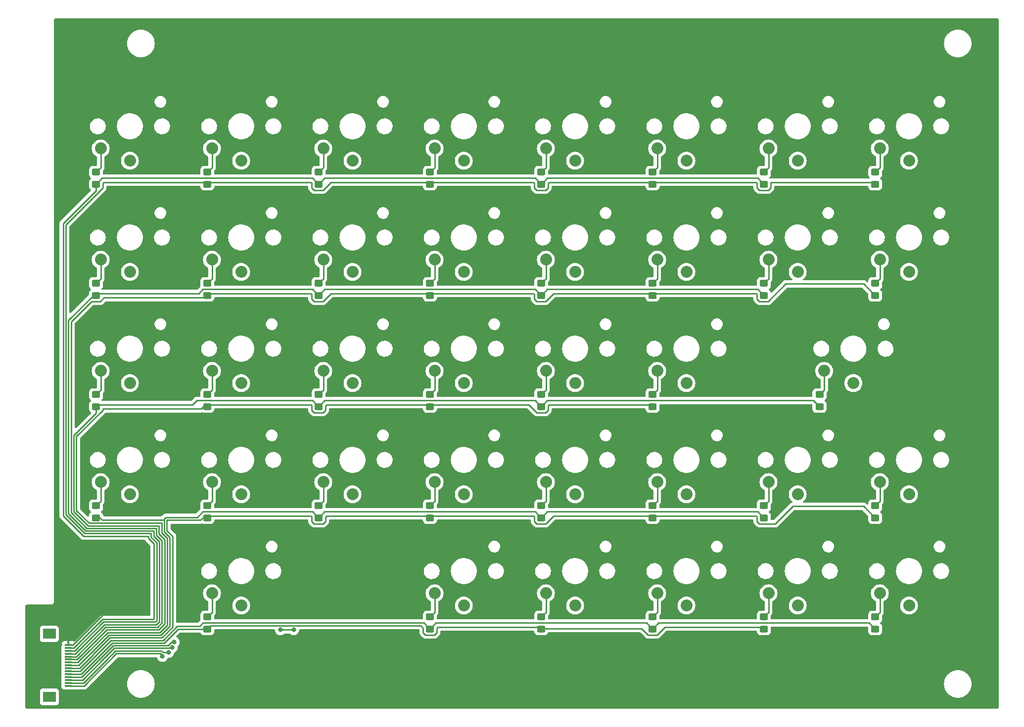
<source format=gbl>
%TF.GenerationSoftware,KiCad,Pcbnew,(6.0.10)*%
%TF.CreationDate,2023-02-02T17:49:13-08:00*%
%TF.ProjectId,netrazr_rev2-Right,6e657472-617a-4725-9f72-6576322d5269,2*%
%TF.SameCoordinates,Original*%
%TF.FileFunction,Copper,L2,Bot*%
%TF.FilePolarity,Positive*%
%FSLAX46Y46*%
G04 Gerber Fmt 4.6, Leading zero omitted, Abs format (unit mm)*
G04 Created by KiCad (PCBNEW (6.0.10)) date 2023-02-02 17:49:13*
%MOMM*%
%LPD*%
G01*
G04 APERTURE LIST*
G04 Aperture macros list*
%AMRoundRect*
0 Rectangle with rounded corners*
0 $1 Rounding radius*
0 $2 $3 $4 $5 $6 $7 $8 $9 X,Y pos of 4 corners*
0 Add a 4 corners polygon primitive as box body*
4,1,4,$2,$3,$4,$5,$6,$7,$8,$9,$2,$3,0*
0 Add four circle primitives for the rounded corners*
1,1,$1+$1,$2,$3*
1,1,$1+$1,$4,$5*
1,1,$1+$1,$6,$7*
1,1,$1+$1,$8,$9*
0 Add four rect primitives between the rounded corners*
20,1,$1+$1,$2,$3,$4,$5,0*
20,1,$1+$1,$4,$5,$6,$7,0*
20,1,$1+$1,$6,$7,$8,$9,0*
20,1,$1+$1,$8,$9,$2,$3,0*%
G04 Aperture macros list end*
%TA.AperFunction,ComponentPad*%
%ADD10C,2.032000*%
%TD*%
%TA.AperFunction,SMDPad,CuDef*%
%ADD11RoundRect,0.250000X0.450000X-0.325000X0.450000X0.325000X-0.450000X0.325000X-0.450000X-0.325000X0*%
%TD*%
%TA.AperFunction,SMDPad,CuDef*%
%ADD12R,1.300000X0.300000*%
%TD*%
%TA.AperFunction,SMDPad,CuDef*%
%ADD13R,2.200000X1.800000*%
%TD*%
%TA.AperFunction,ViaPad*%
%ADD14C,0.800000*%
%TD*%
%TA.AperFunction,Conductor*%
%ADD15C,0.250000*%
%TD*%
%TA.AperFunction,Conductor*%
%ADD16C,0.500000*%
%TD*%
G04 APERTURE END LIST*
D10*
X291365000Y-160550000D03*
X286365000Y-158450000D03*
X234215000Y-141500000D03*
X229215000Y-139400000D03*
X367565000Y-103400000D03*
X362565000Y-101300000D03*
X329465000Y-160550000D03*
X324465000Y-158450000D03*
X253265000Y-122450000D03*
X248265000Y-120350000D03*
X310415000Y-84350000D03*
X305415000Y-82250000D03*
X234215000Y-103400000D03*
X229215000Y-101300000D03*
X329465000Y-141500000D03*
X324465000Y-139400000D03*
X348515000Y-141500000D03*
X343515000Y-139400000D03*
X272315000Y-141500000D03*
X267315000Y-139400000D03*
X310415000Y-103400000D03*
X305415000Y-101300000D03*
X310415000Y-122450000D03*
X305415000Y-120350000D03*
X291365000Y-103400000D03*
X286365000Y-101300000D03*
X291365000Y-141500000D03*
X286365000Y-139400000D03*
X253265000Y-103400000D03*
X248265000Y-101300000D03*
X253265000Y-160550000D03*
X248265000Y-158450000D03*
X348515000Y-84350000D03*
X343515000Y-82250000D03*
X329465000Y-103400000D03*
X324465000Y-101300000D03*
X329465000Y-122450000D03*
X324465000Y-120350000D03*
X272315000Y-122450000D03*
X267315000Y-120350000D03*
X234215000Y-122450000D03*
X229215000Y-120350000D03*
X272315000Y-84350000D03*
X267315000Y-82250000D03*
X272315000Y-103400000D03*
X267315000Y-101300000D03*
X348515000Y-103400000D03*
X343515000Y-101300000D03*
X367565000Y-141500000D03*
X362565000Y-139400000D03*
X291365000Y-122450000D03*
X286365000Y-120350000D03*
X291365000Y-84350000D03*
X286365000Y-82250000D03*
X367565000Y-160550000D03*
X362565000Y-158450000D03*
X310415000Y-141500000D03*
X305415000Y-139400000D03*
X367565000Y-84350000D03*
X362565000Y-82250000D03*
X234215000Y-84350000D03*
X229215000Y-82250000D03*
X253265000Y-141500000D03*
X248265000Y-139400000D03*
X329465000Y-84350000D03*
X324465000Y-82250000D03*
X358040000Y-122450000D03*
X353040000Y-120350000D03*
X253265000Y-84350000D03*
X248265000Y-82250000D03*
X310415000Y-160550000D03*
X305415000Y-158450000D03*
X348515000Y-160550000D03*
X343515000Y-158450000D03*
D11*
X304615000Y-88365000D03*
X304615000Y-86315000D03*
X266515000Y-88365000D03*
X266515000Y-86315000D03*
X361765000Y-164565000D03*
X361765000Y-162515000D03*
X247465000Y-164565000D03*
X247465000Y-162515000D03*
X323665000Y-126465000D03*
X323665000Y-124415000D03*
X228415000Y-88365000D03*
X228415000Y-86315000D03*
X361765000Y-107415000D03*
X361765000Y-105365000D03*
X285565000Y-126465000D03*
X285565000Y-124415000D03*
X266515000Y-126465000D03*
X266515000Y-124415000D03*
X361765000Y-88365000D03*
X361765000Y-86315000D03*
X323665000Y-88365000D03*
X323665000Y-86315000D03*
X228415000Y-107415000D03*
X228415000Y-105365000D03*
X304615000Y-145515000D03*
X304615000Y-143465000D03*
X266515000Y-145515000D03*
X266515000Y-143465000D03*
X247465000Y-145515000D03*
X247465000Y-143465000D03*
X228415000Y-145515000D03*
X228415000Y-143465000D03*
X247465000Y-107415000D03*
X247465000Y-105365000D03*
X323665000Y-164565000D03*
X323665000Y-162515000D03*
X285565000Y-164565000D03*
X285565000Y-162515000D03*
X342715000Y-145515000D03*
X342715000Y-143465000D03*
X352240000Y-126465000D03*
X352240000Y-124415000D03*
X323665000Y-145515000D03*
X323665000Y-143465000D03*
X342715000Y-88365000D03*
X342715000Y-86315000D03*
X304615000Y-126465000D03*
X304615000Y-124415000D03*
X304615000Y-164565000D03*
X304615000Y-162515000D03*
X266515000Y-107415000D03*
X266515000Y-105365000D03*
X247465000Y-126465000D03*
X247465000Y-124415000D03*
X285565000Y-145515000D03*
X285565000Y-143465000D03*
D12*
X223680000Y-174300000D03*
X223680000Y-173800000D03*
X223680000Y-173300000D03*
X223680000Y-172800000D03*
X223680000Y-172300000D03*
X223680000Y-171800000D03*
X223680000Y-171300000D03*
X223680000Y-170800000D03*
X223680000Y-170300000D03*
X223680000Y-169800000D03*
X223680000Y-169300000D03*
X223680000Y-168800000D03*
X223680000Y-168300000D03*
X223680000Y-167800000D03*
X223680000Y-167300000D03*
D13*
X220430000Y-165400000D03*
X220430000Y-176200000D03*
D11*
X342715000Y-107415000D03*
X342715000Y-105365000D03*
X304615000Y-107415000D03*
X304615000Y-105365000D03*
X323665000Y-107415000D03*
X323665000Y-105365000D03*
X228415000Y-126465000D03*
X228415000Y-124415000D03*
X285565000Y-88365000D03*
X285565000Y-86315000D03*
X285565000Y-107415000D03*
X285565000Y-105365000D03*
X247465000Y-88365000D03*
X247465000Y-86315000D03*
X361765000Y-145515000D03*
X361765000Y-143465000D03*
X342715000Y-164565000D03*
X342715000Y-162515000D03*
D14*
X229400000Y-161000000D03*
X241460675Y-167761996D03*
X240885618Y-168579500D03*
X241826183Y-166831722D03*
X259964500Y-164719000D03*
X262255000Y-164719000D03*
X239782479Y-169296053D03*
D15*
X224467208Y-167300000D02*
X229180406Y-162586802D01*
X223680000Y-167300000D02*
X224467208Y-167300000D01*
X229180406Y-162586802D02*
X229400000Y-162367208D01*
X229400000Y-162367208D02*
X229400000Y-161000000D01*
X285565000Y-126465000D02*
X285240000Y-126140000D01*
X225044000Y-131600949D02*
X229565000Y-127079949D01*
X305929950Y-126140000D02*
X305765000Y-126304950D01*
X225044000Y-144249100D02*
X225044000Y-131600949D01*
X246440000Y-126840000D02*
X247140000Y-126140000D01*
X230430584Y-165155000D02*
X239330762Y-165155000D01*
X267254949Y-127490000D02*
X265775051Y-127490000D01*
X265775051Y-127490000D02*
X265365000Y-127079949D01*
X227209900Y-146415000D02*
X225044000Y-144249100D01*
X227000000Y-168585584D02*
X230430584Y-165155000D01*
X305354949Y-127490000D02*
X303875051Y-127490000D01*
X247790000Y-126140000D02*
X247465000Y-126465000D01*
X285240000Y-126140000D02*
X267829950Y-126140000D01*
X225300000Y-170300000D02*
X227000000Y-168600000D01*
X240590000Y-163895762D02*
X240590000Y-149052416D01*
X303875051Y-127490000D02*
X302525051Y-126140000D01*
X323665000Y-126465000D02*
X323340000Y-126140000D01*
X227000000Y-168600000D02*
X227000000Y-168585584D01*
X239638000Y-146415000D02*
X227209900Y-146415000D01*
X323340000Y-126140000D02*
X305929950Y-126140000D01*
X265365000Y-126304950D02*
X265200050Y-126140000D01*
X239638000Y-148100416D02*
X239638000Y-146415000D01*
X305765000Y-127079949D02*
X305354949Y-127490000D01*
X229565000Y-127079949D02*
X229565000Y-126840000D01*
X267665000Y-126304950D02*
X267665000Y-127079949D01*
X305765000Y-126304950D02*
X305765000Y-127079949D01*
X302525051Y-126140000D02*
X285890000Y-126140000D01*
X239330762Y-165155000D02*
X240590000Y-163895762D01*
X267829950Y-126140000D02*
X267665000Y-126304950D01*
X229565000Y-126840000D02*
X246440000Y-126840000D01*
X265365000Y-127079949D02*
X265365000Y-126304950D01*
X223680000Y-170300000D02*
X225300000Y-170300000D01*
X267665000Y-127079949D02*
X267254949Y-127490000D01*
X240590000Y-149052416D02*
X239638000Y-148100416D01*
X265200050Y-126140000D02*
X247790000Y-126140000D01*
X285890000Y-126140000D02*
X285565000Y-126465000D01*
X323340000Y-145190000D02*
X323665000Y-145515000D01*
X241490000Y-164268554D02*
X239703554Y-166055000D01*
X303465000Y-146129949D02*
X303875051Y-146540000D01*
X241490000Y-148679624D02*
X241490000Y-164268554D01*
X323990000Y-145190000D02*
X341400050Y-145190000D01*
X225572792Y-171300000D02*
X223680000Y-171300000D01*
X267254949Y-146540000D02*
X267665000Y-146129949D01*
X246315000Y-145890000D02*
X240538000Y-145890000D01*
X227900000Y-168958376D02*
X227900000Y-168972792D01*
X265365000Y-145354950D02*
X265365000Y-146129949D01*
X344696573Y-146540000D02*
X347686572Y-143550001D01*
X247465000Y-145515000D02*
X246690001Y-145515000D01*
X285240000Y-145190000D02*
X285565000Y-145515000D01*
X267665000Y-145354950D02*
X267829950Y-145190000D01*
X341400050Y-145190000D02*
X341565000Y-145354950D01*
X341975051Y-146540000D02*
X344696573Y-146540000D01*
X303875051Y-146540000D02*
X305354949Y-146540000D01*
X305354949Y-146540000D02*
X306704949Y-145190000D01*
X240538000Y-147727624D02*
X241490000Y-148679624D01*
X265365000Y-146129949D02*
X265775051Y-146540000D01*
X267829950Y-145190000D02*
X285240000Y-145190000D01*
X240538000Y-145890000D02*
X240538000Y-147727624D01*
X347686572Y-143550001D02*
X359800001Y-143550001D01*
X265200050Y-145190000D02*
X265365000Y-145354950D01*
X323665000Y-145515000D02*
X323990000Y-145190000D01*
X227900000Y-168972792D02*
X225572792Y-171300000D01*
X359800001Y-143550001D02*
X361765000Y-145515000D01*
X341565000Y-146129949D02*
X341975051Y-146540000D01*
X230803376Y-166055000D02*
X227900000Y-168958376D01*
X306704949Y-145190000D02*
X323340000Y-145190000D01*
X285890000Y-145190000D02*
X303300050Y-145190000D01*
X303465000Y-145354950D02*
X303465000Y-146129949D01*
X247790000Y-145190000D02*
X265200050Y-145190000D01*
X247465000Y-145515000D02*
X247790000Y-145190000D01*
X246690001Y-145515000D02*
X246315000Y-145890000D01*
X341565000Y-145354950D02*
X341565000Y-146129949D01*
X303300050Y-145190000D02*
X303465000Y-145354950D01*
X267665000Y-146129949D02*
X267665000Y-145354950D01*
X239703554Y-166055000D02*
X230803376Y-166055000D01*
X265775051Y-146540000D02*
X267254949Y-146540000D01*
X285565000Y-145515000D02*
X285890000Y-145190000D01*
X231176168Y-166955000D02*
X228800000Y-169331168D01*
X228800000Y-169331168D02*
X228800000Y-169345584D01*
X225845584Y-172300000D02*
X223680000Y-172300000D01*
X286715000Y-165179949D02*
X286715000Y-164404950D01*
X304700000Y-164480000D02*
X321815051Y-164480000D01*
X242466346Y-164565000D02*
X240076346Y-166955000D01*
X322925051Y-165590000D02*
X324404949Y-165590000D01*
X342390000Y-164240000D02*
X342715000Y-164565000D01*
X247465000Y-164565000D02*
X248040000Y-163990000D01*
X240076346Y-166955000D02*
X231176168Y-166955000D01*
X321815051Y-164480000D02*
X322925051Y-165590000D01*
X284000050Y-163990000D02*
X284415000Y-164404950D01*
X228800000Y-169345584D02*
X225845584Y-172300000D01*
X304615000Y-164565000D02*
X304700000Y-164480000D01*
X304290000Y-164240000D02*
X304615000Y-164565000D01*
X286715000Y-164404950D02*
X286879950Y-164240000D01*
X247465000Y-164565000D02*
X242466346Y-164565000D01*
X324404949Y-165590000D02*
X325754949Y-164240000D01*
X284415000Y-165179949D02*
X284825051Y-165590000D01*
X248040000Y-163990000D02*
X284000050Y-163990000D01*
X325754949Y-164240000D02*
X342390000Y-164240000D01*
X286879950Y-164240000D02*
X304290000Y-164240000D01*
X286304949Y-165590000D02*
X286715000Y-165179949D01*
X284825051Y-165590000D02*
X286304949Y-165590000D01*
X284415000Y-164404950D02*
X284415000Y-165179949D01*
X225436396Y-170800000D02*
X223680000Y-170800000D01*
X227450000Y-168771980D02*
X227450000Y-168786396D01*
X230616980Y-165605000D02*
X227450000Y-168771980D01*
X240351604Y-145440000D02*
X245775051Y-145440000D01*
X267540000Y-144490000D02*
X303590000Y-144490000D01*
X246725051Y-144490000D02*
X265490000Y-144490000D01*
X229491899Y-145887000D02*
X240088000Y-145887000D01*
X240088000Y-145703604D02*
X240351604Y-145440000D01*
X240088000Y-147914020D02*
X241040000Y-148866020D01*
X240088000Y-145887000D02*
X240088000Y-147914020D01*
X239517158Y-165605000D02*
X230616980Y-165605000D01*
X241040000Y-164082158D02*
X239517158Y-165605000D01*
X305640000Y-144490000D02*
X341690000Y-144490000D01*
X341690000Y-144490000D02*
X342715000Y-145515000D01*
X303590000Y-144490000D02*
X304615000Y-145515000D01*
X304615000Y-145515000D02*
X305640000Y-144490000D01*
X229119899Y-145515000D02*
X229491899Y-145887000D01*
X245775051Y-145440000D02*
X246725051Y-144490000D01*
X227450000Y-168786396D02*
X225436396Y-170800000D01*
X266515000Y-145515000D02*
X267540000Y-144490000D01*
X241040000Y-148866020D02*
X241040000Y-164082158D01*
X228415000Y-145515000D02*
X229119899Y-145515000D01*
X265490000Y-144490000D02*
X266515000Y-145515000D01*
X240088000Y-145887000D02*
X240088000Y-145703604D01*
X225149188Y-169800000D02*
X230244188Y-164705000D01*
X228740000Y-126140000D02*
X244945000Y-126140000D01*
X239144366Y-164705000D02*
X240140000Y-163709366D01*
X239188000Y-148286812D02*
X239188000Y-146865000D01*
X224594000Y-131414553D02*
X228415000Y-127593553D01*
X265490000Y-125440000D02*
X266515000Y-126465000D01*
X227023504Y-146865000D02*
X224594000Y-144435496D01*
X303590000Y-125440000D02*
X304615000Y-126465000D01*
X230244188Y-164705000D02*
X239144366Y-164705000D01*
X304615000Y-126465000D02*
X305640000Y-125440000D01*
X240140000Y-163709366D02*
X240140000Y-149238812D01*
X224594000Y-144435496D02*
X224594000Y-131414553D01*
X305640000Y-125440000D02*
X351215000Y-125440000D01*
X266515000Y-126465000D02*
X267540000Y-125440000D01*
X228415000Y-127593553D02*
X228415000Y-126465000D01*
X267540000Y-125440000D02*
X303590000Y-125440000D01*
X351215000Y-125440000D02*
X352240000Y-126465000D01*
X245645000Y-125440000D02*
X265490000Y-125440000D01*
X228415000Y-126465000D02*
X228740000Y-126140000D01*
X223680000Y-169800000D02*
X225149188Y-169800000D01*
X244945000Y-126140000D02*
X245645000Y-125440000D01*
X240140000Y-149238812D02*
X239188000Y-148286812D01*
X239188000Y-146865000D02*
X227023504Y-146865000D01*
X341690000Y-106390000D02*
X342715000Y-107415000D01*
X224876396Y-168800000D02*
X229871396Y-163805000D01*
X228740000Y-107090000D02*
X246025051Y-107090000D01*
X223680000Y-168800000D02*
X224876396Y-168800000D01*
X238771574Y-163805000D02*
X239240000Y-163336574D01*
X238288000Y-148659604D02*
X238288000Y-147765000D01*
X229871396Y-163805000D02*
X238771574Y-163805000D01*
X246725051Y-106390000D02*
X265490000Y-106390000D01*
X238288000Y-147765000D02*
X226650712Y-147765000D01*
X265490000Y-106390000D02*
X266515000Y-107415000D01*
X223694000Y-144808288D02*
X223694000Y-111714555D01*
X226650712Y-147765000D02*
X223694000Y-144808288D01*
X227993555Y-107415000D02*
X228415000Y-107415000D01*
X303590000Y-106390000D02*
X304615000Y-107415000D01*
X246025051Y-107090000D02*
X246725051Y-106390000D01*
X228415000Y-107415000D02*
X228740000Y-107090000D01*
X305640000Y-106390000D02*
X341690000Y-106390000D01*
X239240000Y-163336574D02*
X239240000Y-149611604D01*
X304615000Y-107415000D02*
X305640000Y-106390000D01*
X266515000Y-107415000D02*
X267540000Y-106390000D01*
X223694000Y-111714555D02*
X227993555Y-107415000D01*
X267540000Y-106390000D02*
X303590000Y-106390000D01*
X239240000Y-149611604D02*
X238288000Y-148659604D01*
X226277920Y-148665000D02*
X222794000Y-145181080D01*
X341690000Y-87340000D02*
X342715000Y-88365000D01*
X305640000Y-87340000D02*
X341690000Y-87340000D01*
X266515000Y-88365000D02*
X267540000Y-87340000D01*
X304615000Y-88365000D02*
X305640000Y-87340000D01*
X303590000Y-87340000D02*
X304615000Y-88365000D01*
X267540000Y-87340000D02*
X303590000Y-87340000D01*
X223680000Y-167800000D02*
X224603604Y-167800000D01*
X229498604Y-162905000D02*
X238195350Y-162905000D01*
X238340000Y-162760350D02*
X238340000Y-149984396D01*
X228415000Y-88365000D02*
X229440000Y-87340000D01*
X238340000Y-149984396D02*
X237388000Y-149032396D01*
X237388000Y-149032396D02*
X237388000Y-148665000D01*
X237388000Y-148665000D02*
X226277920Y-148665000D01*
X224603604Y-167800000D02*
X229498604Y-162905000D01*
X229440000Y-87340000D02*
X265490000Y-87340000D01*
X238195350Y-162905000D02*
X238340000Y-162760350D01*
X222794000Y-95114553D02*
X228415000Y-89493553D01*
X228415000Y-89493553D02*
X228415000Y-88365000D01*
X222794000Y-145181080D02*
X222794000Y-95114553D01*
X265490000Y-87340000D02*
X266515000Y-88365000D01*
X285890000Y-88040000D02*
X303300050Y-88040000D01*
X268604949Y-88040000D02*
X285240000Y-88040000D01*
X237838000Y-148215000D02*
X226464316Y-148215000D01*
X343865000Y-88030000D02*
X361430000Y-88030000D01*
X238585178Y-163355000D02*
X238790000Y-163150178D01*
X223680000Y-168300000D02*
X224740000Y-168300000D01*
X229565000Y-88979949D02*
X229565000Y-88204950D01*
X223244000Y-144994684D02*
X223244000Y-95300949D01*
X265775051Y-89390000D02*
X267254949Y-89390000D01*
X247790000Y-88040000D02*
X265200050Y-88040000D01*
X303875051Y-89390000D02*
X305354949Y-89390000D01*
X265365000Y-88979949D02*
X265775051Y-89390000D01*
D16*
X247380000Y-88280000D02*
X247465000Y-88365000D01*
D15*
X305765000Y-88979949D02*
X305765000Y-88204950D01*
X323340000Y-88040000D02*
X323665000Y-88365000D01*
X305354949Y-89390000D02*
X305765000Y-88979949D01*
X343865000Y-88979949D02*
X343865000Y-88030000D01*
X341565000Y-88204950D02*
X341565000Y-88979949D01*
X343454949Y-89390000D02*
X343865000Y-88979949D01*
X247465000Y-88365000D02*
X247790000Y-88040000D01*
X341975051Y-89390000D02*
X343454949Y-89390000D01*
X229685000Y-163355000D02*
X238585178Y-163355000D01*
X305929950Y-88040000D02*
X323340000Y-88040000D01*
X226464316Y-148215000D02*
X223244000Y-144994684D01*
X341565000Y-88979949D02*
X341975051Y-89390000D01*
X229565000Y-88204950D02*
X229729950Y-88040000D01*
X323665000Y-88365000D02*
X323990000Y-88040000D01*
X237838000Y-148846000D02*
X237838000Y-148215000D01*
X267254949Y-89390000D02*
X268604949Y-88040000D01*
X285240000Y-88040000D02*
X285565000Y-88365000D01*
X285565000Y-88365000D02*
X285890000Y-88040000D01*
X265365000Y-88204950D02*
X265365000Y-88979949D01*
X238790000Y-149798000D02*
X237838000Y-148846000D01*
X305765000Y-88204950D02*
X305929950Y-88040000D01*
X223244000Y-95300949D02*
X229565000Y-88979949D01*
X238790000Y-163150178D02*
X238790000Y-149798000D01*
X224740000Y-168300000D02*
X229685000Y-163355000D01*
X247140000Y-88040000D02*
X247465000Y-88365000D01*
X341400050Y-88040000D02*
X341565000Y-88204950D01*
X361430000Y-88030000D02*
X361765000Y-88365000D01*
X303465000Y-88204950D02*
X303465000Y-88979949D01*
X303465000Y-88979949D02*
X303875051Y-89390000D01*
X229729950Y-88040000D02*
X247140000Y-88040000D01*
X265200050Y-88040000D02*
X265365000Y-88204950D01*
X303300050Y-88040000D02*
X303465000Y-88204950D01*
X323990000Y-88040000D02*
X341400050Y-88040000D01*
X239690000Y-149425208D02*
X238738000Y-148473208D01*
X303465000Y-108029949D02*
X303875051Y-108440000D01*
X230057792Y-164255000D02*
X238957970Y-164255000D01*
X226837108Y-147315000D02*
X224144000Y-144621892D01*
X265365000Y-108029949D02*
X265775051Y-108440000D01*
X223680000Y-169300000D02*
X225012792Y-169300000D01*
X323340000Y-107090000D02*
X323665000Y-107415000D01*
X238738000Y-148473208D02*
X238738000Y-147315000D01*
X265200050Y-107090000D02*
X265365000Y-107254950D01*
X229154949Y-108440000D02*
X229804949Y-107790000D01*
X359800001Y-105450001D02*
X361765000Y-107415000D01*
X267254949Y-108440000D02*
X268604949Y-107090000D01*
X247090000Y-107790000D02*
X247465000Y-107415000D01*
X238957970Y-164255000D02*
X239690000Y-163522970D01*
X265365000Y-107254950D02*
X265365000Y-108029949D01*
X306704949Y-107090000D02*
X323340000Y-107090000D01*
X343454949Y-108440000D02*
X346444948Y-105450001D01*
X265775051Y-108440000D02*
X267254949Y-108440000D01*
X346444948Y-105450001D02*
X359800001Y-105450001D01*
X303875051Y-108440000D02*
X305354949Y-108440000D01*
X303465000Y-107254950D02*
X303465000Y-108029949D01*
X323665000Y-107415000D02*
X323990000Y-107090000D01*
X247790000Y-107090000D02*
X265200050Y-107090000D01*
X229804949Y-107790000D02*
X247090000Y-107790000D01*
X224144000Y-111900951D02*
X227604951Y-108440000D01*
X341975051Y-108440000D02*
X343454949Y-108440000D01*
X247465000Y-107415000D02*
X247790000Y-107090000D01*
X285240000Y-107090000D02*
X285565000Y-107415000D01*
X268604949Y-107090000D02*
X285240000Y-107090000D01*
X303300050Y-107090000D02*
X303465000Y-107254950D01*
X341400050Y-107090000D02*
X341565000Y-107254950D01*
X341565000Y-108029949D02*
X341975051Y-108440000D01*
X323990000Y-107090000D02*
X341400050Y-107090000D01*
X285890000Y-107090000D02*
X303300050Y-107090000D01*
X239690000Y-163522970D02*
X239690000Y-149425208D01*
X224144000Y-144621892D02*
X224144000Y-111900951D01*
X285565000Y-107415000D02*
X285890000Y-107090000D01*
X227604951Y-108440000D02*
X229154949Y-108440000D01*
X341565000Y-107254950D02*
X341565000Y-108029949D01*
X238738000Y-147315000D02*
X226837108Y-147315000D01*
X225012792Y-169300000D02*
X230057792Y-164255000D01*
X305354949Y-108440000D02*
X306704949Y-107090000D01*
X226118376Y-173300000D02*
X223680000Y-173300000D01*
X241460675Y-167761996D02*
X241367671Y-167855000D01*
X229700000Y-169718376D02*
X226118376Y-173300000D01*
X231548960Y-167855000D02*
X229700000Y-169703960D01*
X229700000Y-169703960D02*
X229700000Y-169718376D01*
X241367671Y-167855000D02*
X231548960Y-167855000D01*
X239615000Y-168305000D02*
X231735356Y-168305000D01*
X230150000Y-169904772D02*
X226254772Y-173800000D01*
X226254772Y-173800000D02*
X223680000Y-173800000D01*
X239889500Y-168579500D02*
X239615000Y-168305000D01*
X240885618Y-168579500D02*
X239889500Y-168579500D01*
X231735356Y-168305000D02*
X230150000Y-169890356D01*
X230150000Y-169890356D02*
X230150000Y-169904772D01*
X231362564Y-167405000D02*
X229250000Y-169517564D01*
X225981980Y-172800000D02*
X223680000Y-172800000D01*
X229250000Y-169531980D02*
X225981980Y-172800000D01*
X241826183Y-166831722D02*
X241366350Y-166831722D01*
X240793072Y-167405000D02*
X231362564Y-167405000D01*
X259964500Y-164719000D02*
X262255000Y-164719000D01*
X241366350Y-166831722D02*
X240793072Y-167405000D01*
X229250000Y-169517564D02*
X229250000Y-169531980D01*
X226391168Y-174300000D02*
X223680000Y-174300000D01*
X231921752Y-168769416D02*
X226391168Y-174300000D01*
X239428604Y-168755000D02*
X231921752Y-168755000D01*
X239782479Y-169296053D02*
X239782479Y-169108875D01*
X231921752Y-168755000D02*
X231921752Y-168769416D01*
X239782479Y-169108875D02*
X239428604Y-168755000D01*
X246150051Y-164115000D02*
X242279950Y-164115000D01*
X324690000Y-163540000D02*
X360740000Y-163540000D01*
X286590000Y-163540000D02*
X322640000Y-163540000D01*
X360740000Y-163540000D02*
X361765000Y-164565000D01*
X323665000Y-164565000D02*
X324690000Y-163540000D01*
X228350000Y-169144772D02*
X228350000Y-169159188D01*
X246725051Y-163540000D02*
X246150051Y-164115000D01*
X228350000Y-169159188D02*
X225709188Y-171800000D01*
X285565000Y-164565000D02*
X286590000Y-163540000D01*
X242279950Y-164115000D02*
X239889950Y-166505000D01*
X285565000Y-164565000D02*
X284540000Y-163540000D01*
X322640000Y-163540000D02*
X323665000Y-164565000D01*
X230989772Y-166505000D02*
X228350000Y-169144772D01*
X284540000Y-163540000D02*
X246725051Y-163540000D01*
X239889950Y-166505000D02*
X230989772Y-166505000D01*
X225709188Y-171800000D02*
X223680000Y-171800000D01*
X228415000Y-86315000D02*
X229215000Y-85515000D01*
X229215000Y-85515000D02*
X229215000Y-82250000D01*
X248265000Y-85515000D02*
X248265000Y-82250000D01*
X247465000Y-86315000D02*
X248265000Y-85515000D01*
X266515000Y-86315000D02*
X267315000Y-85515000D01*
X267315000Y-85515000D02*
X267315000Y-82250000D01*
X285565000Y-86315000D02*
X286365000Y-85515000D01*
X286365000Y-85515000D02*
X286365000Y-82250000D01*
X304615000Y-86315000D02*
X305415000Y-85515000D01*
X305415000Y-85515000D02*
X305415000Y-82250000D01*
X323665000Y-86315000D02*
X324465000Y-85515000D01*
X324465000Y-85515000D02*
X324465000Y-82250000D01*
X342715000Y-86315000D02*
X343515000Y-85515000D01*
X343515000Y-85515000D02*
X343515000Y-82250000D01*
X361765000Y-86315000D02*
X362565000Y-85515000D01*
X362565000Y-85515000D02*
X362565000Y-82250000D01*
X228415000Y-105365000D02*
X229215000Y-104565000D01*
X229215000Y-104565000D02*
X229215000Y-101300000D01*
X248265000Y-104565000D02*
X248265000Y-101300000D01*
X247465000Y-105365000D02*
X248265000Y-104565000D01*
X267315000Y-104565000D02*
X267315000Y-101300000D01*
X266515000Y-105365000D02*
X267315000Y-104565000D01*
X285565000Y-105365000D02*
X286365000Y-104565000D01*
X286365000Y-104565000D02*
X286365000Y-101300000D01*
X304615000Y-105365000D02*
X305415000Y-104565000D01*
X305415000Y-104565000D02*
X305415000Y-101300000D01*
X324465000Y-104565000D02*
X324465000Y-101300000D01*
X323665000Y-105365000D02*
X324465000Y-104565000D01*
X343515000Y-104565000D02*
X343515000Y-101300000D01*
X342715000Y-105365000D02*
X343515000Y-104565000D01*
X362565000Y-104565000D02*
X362565000Y-101300000D01*
X361765000Y-105365000D02*
X362565000Y-104565000D01*
X228415000Y-124415000D02*
X229215000Y-123615000D01*
X229215000Y-123615000D02*
X229215000Y-120350000D01*
X247465000Y-124415000D02*
X248265000Y-123615000D01*
X248265000Y-123615000D02*
X248265000Y-120350000D01*
X266515000Y-124415000D02*
X267315000Y-123615000D01*
X267315000Y-123615000D02*
X267315000Y-120350000D01*
X285565000Y-124415000D02*
X286365000Y-123615000D01*
X286365000Y-123615000D02*
X286365000Y-120350000D01*
X304615000Y-124415000D02*
X305415000Y-123615000D01*
X305415000Y-123615000D02*
X305415000Y-120350000D01*
X324465000Y-123615000D02*
X324465000Y-120350000D01*
X323665000Y-124415000D02*
X324465000Y-123615000D01*
X352240000Y-124415000D02*
X353040000Y-123615000D01*
X353040000Y-123615000D02*
X353040000Y-120350000D01*
X228415000Y-143465000D02*
X229215000Y-142665000D01*
X229215000Y-142665000D02*
X229215000Y-139400000D01*
X247465000Y-143465000D02*
X248265000Y-142665000D01*
X248265000Y-142665000D02*
X248265000Y-139400000D01*
X267315000Y-142665000D02*
X267315000Y-139400000D01*
X266515000Y-143465000D02*
X267315000Y-142665000D01*
X285565000Y-143465000D02*
X286365000Y-142665000D01*
X286365000Y-142665000D02*
X286365000Y-139400000D01*
X305415000Y-142665000D02*
X305415000Y-139400000D01*
X304615000Y-143465000D02*
X305415000Y-142665000D01*
X323665000Y-143465000D02*
X324465000Y-142665000D01*
X324465000Y-142665000D02*
X324465000Y-139400000D01*
X343515000Y-142665000D02*
X343515000Y-139400000D01*
X342715000Y-143465000D02*
X343515000Y-142665000D01*
X362565000Y-142665000D02*
X362565000Y-139400000D01*
X361765000Y-143465000D02*
X362565000Y-142665000D01*
X248265000Y-161715000D02*
X248265000Y-158450000D01*
X247465000Y-162515000D02*
X248265000Y-161715000D01*
X285565000Y-162515000D02*
X286365000Y-161715000D01*
X286365000Y-161715000D02*
X286365000Y-158450000D01*
X305415000Y-161715000D02*
X305415000Y-158450000D01*
X304615000Y-162515000D02*
X305415000Y-161715000D01*
X323665000Y-162515000D02*
X324465000Y-161715000D01*
X324465000Y-161715000D02*
X324465000Y-158450000D01*
X342715000Y-162515000D02*
X343515000Y-161715000D01*
X343515000Y-161715000D02*
X343515000Y-158450000D01*
X362565000Y-161715000D02*
X362565000Y-158450000D01*
X361765000Y-162515000D02*
X362565000Y-161715000D01*
%TA.AperFunction,Conductor*%
G36*
X382521018Y-59910000D02*
G01*
X382535852Y-59912310D01*
X382535855Y-59912310D01*
X382544724Y-59913691D01*
X382553625Y-59912527D01*
X382562600Y-59912637D01*
X382562598Y-59912841D01*
X382584045Y-59912851D01*
X382633033Y-59919300D01*
X382664805Y-59927813D01*
X382725837Y-59953093D01*
X382725927Y-59953130D01*
X382754412Y-59969577D01*
X382806894Y-60009848D01*
X382830152Y-60033106D01*
X382870423Y-60085588D01*
X382886870Y-60114073D01*
X382912187Y-60175193D01*
X382920700Y-60206967D01*
X382926665Y-60252278D01*
X382927734Y-60270260D01*
X382927690Y-60273854D01*
X382926309Y-60282724D01*
X382927473Y-60291626D01*
X382927473Y-60291627D01*
X382930436Y-60314283D01*
X382931500Y-60330621D01*
X382931500Y-177841633D01*
X382930000Y-177861018D01*
X382929712Y-177862872D01*
X382926309Y-177884724D01*
X382927473Y-177893625D01*
X382927363Y-177902600D01*
X382927159Y-177902598D01*
X382927149Y-177924045D01*
X382920700Y-177973033D01*
X382912187Y-178004807D01*
X382886870Y-178065927D01*
X382870423Y-178094412D01*
X382830152Y-178146894D01*
X382806894Y-178170152D01*
X382754412Y-178210423D01*
X382725927Y-178226870D01*
X382664805Y-178252187D01*
X382633033Y-178260700D01*
X382587722Y-178266665D01*
X382569740Y-178267734D01*
X382566146Y-178267690D01*
X382557276Y-178266309D01*
X382548374Y-178267473D01*
X382548373Y-178267473D01*
X382539190Y-178268674D01*
X382525714Y-178270436D01*
X382509379Y-178271500D01*
X216738367Y-178271500D01*
X216718982Y-178270000D01*
X216704148Y-178267690D01*
X216704145Y-178267690D01*
X216695276Y-178266309D01*
X216686375Y-178267473D01*
X216677400Y-178267363D01*
X216677402Y-178267159D01*
X216655955Y-178267149D01*
X216606967Y-178260700D01*
X216575195Y-178252187D01*
X216514073Y-178226870D01*
X216485588Y-178210423D01*
X216433106Y-178170152D01*
X216409848Y-178146894D01*
X216369577Y-178094412D01*
X216353130Y-178065927D01*
X216327813Y-178004807D01*
X216319300Y-177973034D01*
X216313784Y-177931135D01*
X216313252Y-177905476D01*
X216313576Y-177903552D01*
X216313729Y-177891000D01*
X216309701Y-177862872D01*
X216308429Y-177845209D01*
X216307828Y-177463261D01*
X216307332Y-177148134D01*
X218821500Y-177148134D01*
X218828255Y-177210316D01*
X218879385Y-177346705D01*
X218966739Y-177463261D01*
X219083295Y-177550615D01*
X219219684Y-177601745D01*
X219281866Y-177608500D01*
X221578134Y-177608500D01*
X221640316Y-177601745D01*
X221776705Y-177550615D01*
X221893261Y-177463261D01*
X221980615Y-177346705D01*
X222031745Y-177210316D01*
X222038500Y-177148134D01*
X222038500Y-175251866D01*
X222031745Y-175189684D01*
X221980615Y-175053295D01*
X221893261Y-174936739D01*
X221776705Y-174849385D01*
X221640316Y-174798255D01*
X221578134Y-174791500D01*
X219281866Y-174791500D01*
X219219684Y-174798255D01*
X219083295Y-174849385D01*
X218966739Y-174936739D01*
X218879385Y-175053295D01*
X218828255Y-175189684D01*
X218821500Y-175251866D01*
X218821500Y-177148134D01*
X216307332Y-177148134D01*
X216304985Y-175658201D01*
X216290323Y-166348134D01*
X218821500Y-166348134D01*
X218828255Y-166410316D01*
X218879385Y-166546705D01*
X218966739Y-166663261D01*
X219083295Y-166750615D01*
X219219684Y-166801745D01*
X219281866Y-166808500D01*
X221578134Y-166808500D01*
X221640316Y-166801745D01*
X221776705Y-166750615D01*
X221893261Y-166663261D01*
X221980615Y-166546705D01*
X222031745Y-166410316D01*
X222038500Y-166348134D01*
X222038500Y-164451866D01*
X222031745Y-164389684D01*
X221980615Y-164253295D01*
X221893261Y-164136739D01*
X221776705Y-164049385D01*
X221640316Y-163998255D01*
X221578134Y-163991500D01*
X219281866Y-163991500D01*
X219219684Y-163998255D01*
X219083295Y-164049385D01*
X218966739Y-164136739D01*
X218879385Y-164253295D01*
X218828255Y-164389684D01*
X218821500Y-164451866D01*
X218821500Y-166348134D01*
X216290323Y-166348134D01*
X216281584Y-160798944D01*
X216283330Y-160777842D01*
X216285768Y-160763352D01*
X216286576Y-160758552D01*
X216286729Y-160746000D01*
X216286039Y-160741182D01*
X216285723Y-160736329D01*
X216286413Y-160736284D01*
X216286265Y-160709808D01*
X216292300Y-160663966D01*
X216300813Y-160632193D01*
X216326130Y-160571073D01*
X216342577Y-160542588D01*
X216382848Y-160490106D01*
X216406106Y-160466848D01*
X216458588Y-160426577D01*
X216487073Y-160410130D01*
X216487163Y-160410093D01*
X216548195Y-160384813D01*
X216579967Y-160376300D01*
X216625278Y-160370335D01*
X216643260Y-160369266D01*
X216646854Y-160369310D01*
X216655724Y-160370691D01*
X216664626Y-160369527D01*
X216664627Y-160369527D01*
X216677030Y-160367905D01*
X216687286Y-160366564D01*
X216703621Y-160365500D01*
X220717377Y-160365500D01*
X220718148Y-160365502D01*
X220795721Y-160365976D01*
X220824152Y-160357850D01*
X220840915Y-160354272D01*
X220870187Y-160350080D01*
X220893564Y-160339451D01*
X220911087Y-160333004D01*
X220935771Y-160325949D01*
X220943365Y-160321157D01*
X220943368Y-160321156D01*
X220960780Y-160310170D01*
X220975865Y-160302030D01*
X221002782Y-160289792D01*
X221022235Y-160273030D01*
X221037239Y-160261927D01*
X221058958Y-160248224D01*
X221064897Y-160241499D01*
X221064901Y-160241496D01*
X221078532Y-160226062D01*
X221090724Y-160214018D01*
X221106327Y-160200573D01*
X221106329Y-160200570D01*
X221113127Y-160194713D01*
X221127094Y-160173165D01*
X221138385Y-160158291D01*
X221149431Y-160145783D01*
X221149432Y-160145782D01*
X221155378Y-160139049D01*
X221167943Y-160112287D01*
X221176263Y-160097309D01*
X221187471Y-160080017D01*
X221187473Y-160080012D01*
X221192352Y-160072485D01*
X221194922Y-160063892D01*
X221194924Y-160063887D01*
X221199711Y-160047880D01*
X221206372Y-160030436D01*
X221213467Y-160015324D01*
X221213468Y-160015322D01*
X221217281Y-160007200D01*
X221221830Y-159977983D01*
X221225613Y-159961268D01*
X221231515Y-159941534D01*
X221231516Y-159941528D01*
X221234086Y-159932934D01*
X221234296Y-159898494D01*
X221234329Y-159897711D01*
X221234500Y-159896614D01*
X221234500Y-159865623D01*
X221234502Y-159864853D01*
X221234952Y-159791215D01*
X221234952Y-159791214D01*
X221234976Y-159787279D01*
X221234592Y-159785935D01*
X221234500Y-159784590D01*
X221234500Y-95094496D01*
X222155780Y-95094496D01*
X222156526Y-95102388D01*
X222159941Y-95138514D01*
X222160500Y-95150372D01*
X222160500Y-145102313D01*
X222159973Y-145113496D01*
X222158298Y-145120989D01*
X222158547Y-145128915D01*
X222158547Y-145128916D01*
X222160438Y-145189066D01*
X222160500Y-145193025D01*
X222160500Y-145220936D01*
X222160997Y-145224870D01*
X222160997Y-145224871D01*
X222161005Y-145224936D01*
X222161938Y-145236773D01*
X222163327Y-145280969D01*
X222168978Y-145300419D01*
X222172987Y-145319780D01*
X222175526Y-145339877D01*
X222178445Y-145347248D01*
X222178445Y-145347250D01*
X222191804Y-145380992D01*
X222195649Y-145392222D01*
X222207982Y-145434673D01*
X222212015Y-145441492D01*
X222212017Y-145441497D01*
X222218293Y-145452108D01*
X222226988Y-145469856D01*
X222234448Y-145488697D01*
X222239110Y-145495113D01*
X222239110Y-145495114D01*
X222260436Y-145524467D01*
X222266952Y-145534387D01*
X222289458Y-145572442D01*
X222303779Y-145586763D01*
X222316619Y-145601796D01*
X222328528Y-145618187D01*
X222334634Y-145623238D01*
X222362605Y-145646378D01*
X222371384Y-145654368D01*
X225774268Y-149057253D01*
X225781808Y-149065539D01*
X225785920Y-149072018D01*
X225791697Y-149077443D01*
X225835571Y-149118643D01*
X225838413Y-149121398D01*
X225858150Y-149141135D01*
X225861347Y-149143615D01*
X225870367Y-149151318D01*
X225902599Y-149181586D01*
X225909545Y-149185405D01*
X225909548Y-149185407D01*
X225920354Y-149191348D01*
X225936873Y-149202199D01*
X225952879Y-149214614D01*
X225960148Y-149217759D01*
X225960152Y-149217762D01*
X225993457Y-149232174D01*
X226004107Y-149237391D01*
X226042860Y-149258695D01*
X226050535Y-149260666D01*
X226050536Y-149260666D01*
X226062482Y-149263733D01*
X226081187Y-149270137D01*
X226099775Y-149278181D01*
X226107598Y-149279420D01*
X226107608Y-149279423D01*
X226143444Y-149285099D01*
X226155064Y-149287505D01*
X226190209Y-149296528D01*
X226197890Y-149298500D01*
X226218144Y-149298500D01*
X226237854Y-149300051D01*
X226257863Y-149303220D01*
X226265755Y-149302474D01*
X226301881Y-149299059D01*
X226313739Y-149298500D01*
X236734087Y-149298500D01*
X236802208Y-149318502D01*
X236836023Y-149350439D01*
X236854437Y-149375784D01*
X236860952Y-149385703D01*
X236883458Y-149423758D01*
X236897779Y-149438079D01*
X236910619Y-149453112D01*
X236922528Y-149469503D01*
X236945193Y-149488253D01*
X236956605Y-149497694D01*
X236965384Y-149505684D01*
X237669595Y-150209895D01*
X237703621Y-150272207D01*
X237706500Y-150298990D01*
X237706500Y-162145500D01*
X237686498Y-162213621D01*
X237632842Y-162260114D01*
X237580500Y-162271500D01*
X229577367Y-162271500D01*
X229566183Y-162270973D01*
X229558695Y-162269299D01*
X229550772Y-162269548D01*
X229490637Y-162271438D01*
X229486679Y-162271500D01*
X229458748Y-162271500D01*
X229454833Y-162271995D01*
X229454829Y-162271995D01*
X229454771Y-162272003D01*
X229454742Y-162272006D01*
X229442900Y-162272939D01*
X229398714Y-162274327D01*
X229381348Y-162279372D01*
X229379262Y-162279978D01*
X229359910Y-162283986D01*
X229347672Y-162285532D01*
X229347670Y-162285533D01*
X229339807Y-162286526D01*
X229298690Y-162302806D01*
X229287489Y-162306641D01*
X229245010Y-162318982D01*
X229238191Y-162323015D01*
X229238186Y-162323017D01*
X229227575Y-162329293D01*
X229209825Y-162337990D01*
X229190987Y-162345448D01*
X229184571Y-162350109D01*
X229184570Y-162350110D01*
X229155229Y-162371428D01*
X229145305Y-162377947D01*
X229114064Y-162396422D01*
X229114059Y-162396426D01*
X229107241Y-162400458D01*
X229092917Y-162414782D01*
X229077885Y-162427621D01*
X229061497Y-162439528D01*
X229033316Y-162473593D01*
X229025326Y-162482373D01*
X224785982Y-166721717D01*
X224723670Y-166755743D01*
X224652855Y-166750678D01*
X224621323Y-166733449D01*
X224583648Y-166705214D01*
X224568054Y-166696676D01*
X224447606Y-166651522D01*
X224432351Y-166647895D01*
X224381486Y-166642369D01*
X224374672Y-166642000D01*
X223848115Y-166642000D01*
X223832876Y-166646475D01*
X223831671Y-166647865D01*
X223830000Y-166655548D01*
X223830000Y-167015500D01*
X223809998Y-167083621D01*
X223756342Y-167130114D01*
X223704000Y-167141500D01*
X223656000Y-167141500D01*
X223587879Y-167121498D01*
X223541386Y-167067842D01*
X223530000Y-167015500D01*
X223530000Y-166660116D01*
X223525525Y-166644877D01*
X223524135Y-166643672D01*
X223516452Y-166642001D01*
X222985331Y-166642001D01*
X222978510Y-166642371D01*
X222927648Y-166647895D01*
X222912396Y-166651521D01*
X222791946Y-166696676D01*
X222776351Y-166705214D01*
X222674276Y-166781715D01*
X222661715Y-166794276D01*
X222585214Y-166896351D01*
X222576676Y-166911946D01*
X222531522Y-167032394D01*
X222527895Y-167047649D01*
X222522369Y-167098514D01*
X222522000Y-167105328D01*
X222522000Y-167131885D01*
X222526475Y-167147124D01*
X222527865Y-167148329D01*
X222544765Y-167152005D01*
X222607078Y-167186030D01*
X222641103Y-167248342D01*
X222636039Y-167319157D01*
X222618810Y-167350690D01*
X222584769Y-167396111D01*
X222579386Y-167403294D01*
X222579097Y-167403078D01*
X222532935Y-167449139D01*
X222527582Y-167451353D01*
X222523672Y-167455865D01*
X222522001Y-167463548D01*
X222522001Y-167494670D01*
X222522370Y-167501488D01*
X222525909Y-167534067D01*
X222525909Y-167561280D01*
X222521500Y-167601866D01*
X222521500Y-167998134D01*
X222521869Y-168001529D01*
X222521869Y-168001533D01*
X222525656Y-168036393D01*
X222525656Y-168063606D01*
X222521500Y-168101866D01*
X222521500Y-168498134D01*
X222521869Y-168501529D01*
X222521869Y-168501533D01*
X222525656Y-168536393D01*
X222525656Y-168563606D01*
X222521500Y-168601866D01*
X222521500Y-168998134D01*
X222521869Y-169001529D01*
X222521869Y-169001533D01*
X222525656Y-169036393D01*
X222525656Y-169063606D01*
X222521500Y-169101866D01*
X222521500Y-169498134D01*
X222521869Y-169501529D01*
X222521869Y-169501533D01*
X222525656Y-169536393D01*
X222525656Y-169563606D01*
X222521500Y-169601866D01*
X222521500Y-169998134D01*
X222521869Y-170001529D01*
X222521869Y-170001533D01*
X222525656Y-170036393D01*
X222525656Y-170063607D01*
X222522805Y-170089856D01*
X222521500Y-170101866D01*
X222521500Y-170498134D01*
X222521869Y-170501529D01*
X222521869Y-170501533D01*
X222525656Y-170536393D01*
X222525656Y-170563606D01*
X222521500Y-170601866D01*
X222521500Y-170998134D01*
X222521869Y-171001529D01*
X222521869Y-171001533D01*
X222525656Y-171036393D01*
X222525656Y-171063606D01*
X222521500Y-171101866D01*
X222521500Y-171498134D01*
X222521869Y-171501529D01*
X222521869Y-171501533D01*
X222525656Y-171536393D01*
X222525656Y-171563606D01*
X222521500Y-171601866D01*
X222521500Y-171998134D01*
X222521869Y-172001529D01*
X222521869Y-172001533D01*
X222525656Y-172036393D01*
X222525656Y-172063606D01*
X222521500Y-172101866D01*
X222521500Y-172498134D01*
X222521869Y-172501529D01*
X222521869Y-172501533D01*
X222525656Y-172536393D01*
X222525656Y-172563606D01*
X222521500Y-172601866D01*
X222521500Y-172998134D01*
X222521869Y-173001529D01*
X222521869Y-173001533D01*
X222525656Y-173036393D01*
X222525656Y-173063606D01*
X222521500Y-173101866D01*
X222521500Y-173498134D01*
X222521869Y-173501529D01*
X222521869Y-173501533D01*
X222525656Y-173536393D01*
X222525656Y-173563606D01*
X222521500Y-173601866D01*
X222521500Y-173998134D01*
X222521869Y-174001529D01*
X222521869Y-174001533D01*
X222525656Y-174036393D01*
X222525656Y-174063606D01*
X222521500Y-174101866D01*
X222521500Y-174498134D01*
X222528255Y-174560316D01*
X222579385Y-174696705D01*
X222666739Y-174813261D01*
X222783295Y-174900615D01*
X222919684Y-174951745D01*
X222981866Y-174958500D01*
X224378134Y-174958500D01*
X224440316Y-174951745D01*
X224467596Y-174941518D01*
X224511826Y-174933500D01*
X226312401Y-174933500D01*
X226323584Y-174934027D01*
X226331077Y-174935702D01*
X226339003Y-174935453D01*
X226339004Y-174935453D01*
X226399154Y-174933562D01*
X226403113Y-174933500D01*
X226431024Y-174933500D01*
X226434959Y-174933003D01*
X226435024Y-174932995D01*
X226446861Y-174932062D01*
X226479119Y-174931048D01*
X226483138Y-174930922D01*
X226491057Y-174930673D01*
X226510511Y-174925021D01*
X226529868Y-174921013D01*
X226542098Y-174919468D01*
X226542099Y-174919468D01*
X226549965Y-174918474D01*
X226557336Y-174915555D01*
X226557338Y-174915555D01*
X226591080Y-174902196D01*
X226602310Y-174898351D01*
X226637151Y-174888229D01*
X226637152Y-174888229D01*
X226644761Y-174886018D01*
X226651580Y-174881985D01*
X226651585Y-174881983D01*
X226662196Y-174875707D01*
X226679944Y-174867012D01*
X226698785Y-174859552D01*
X226734555Y-174833564D01*
X226744475Y-174827048D01*
X226775703Y-174808580D01*
X226775706Y-174808578D01*
X226782530Y-174804542D01*
X226796851Y-174790221D01*
X226811885Y-174777380D01*
X226821862Y-174770131D01*
X226828275Y-174765472D01*
X226856466Y-174731395D01*
X226864456Y-174722616D01*
X227597072Y-173990000D01*
X233729439Y-173990000D01*
X233729709Y-173994119D01*
X233734264Y-174063607D01*
X233749660Y-174298507D01*
X233809975Y-174601735D01*
X233811300Y-174605639D01*
X233811301Y-174605642D01*
X233876914Y-174798931D01*
X233909354Y-174894496D01*
X233911177Y-174898192D01*
X233911180Y-174898200D01*
X233987665Y-175053295D01*
X234046096Y-175171780D01*
X234048390Y-175175213D01*
X234048391Y-175175215D01*
X234099608Y-175251866D01*
X234217861Y-175428845D01*
X234220575Y-175431939D01*
X234220579Y-175431945D01*
X234419001Y-175658201D01*
X234421710Y-175661290D01*
X234424799Y-175663999D01*
X234651055Y-175862421D01*
X234651061Y-175862425D01*
X234654155Y-175865139D01*
X234657581Y-175867428D01*
X234657586Y-175867432D01*
X234907785Y-176034609D01*
X234911220Y-176036904D01*
X234914923Y-176038730D01*
X235184800Y-176171820D01*
X235184808Y-176171823D01*
X235188504Y-176173646D01*
X235192419Y-176174975D01*
X235477358Y-176271699D01*
X235477361Y-176271700D01*
X235481265Y-176273025D01*
X235707961Y-176318117D01*
X235780450Y-176332536D01*
X235780453Y-176332536D01*
X235784493Y-176333340D01*
X235788604Y-176333609D01*
X235788608Y-176333610D01*
X236013737Y-176348366D01*
X236013746Y-176348366D01*
X236015786Y-176348500D01*
X236170214Y-176348500D01*
X236172254Y-176348366D01*
X236172263Y-176348366D01*
X236397392Y-176333610D01*
X236397396Y-176333609D01*
X236401507Y-176333340D01*
X236405547Y-176332536D01*
X236405550Y-176332536D01*
X236478039Y-176318117D01*
X236704735Y-176273025D01*
X236708639Y-176271700D01*
X236708642Y-176271699D01*
X236993581Y-176174975D01*
X236997496Y-176173646D01*
X237001192Y-176171823D01*
X237001200Y-176171820D01*
X237271077Y-176038730D01*
X237274780Y-176036904D01*
X237278215Y-176034609D01*
X237528414Y-175867432D01*
X237528419Y-175867428D01*
X237531845Y-175865139D01*
X237534939Y-175862425D01*
X237534945Y-175862421D01*
X237761201Y-175663999D01*
X237764290Y-175661290D01*
X237766999Y-175658201D01*
X237965421Y-175431945D01*
X237965425Y-175431939D01*
X237968139Y-175428845D01*
X238139904Y-175171781D01*
X238276646Y-174894496D01*
X238288508Y-174859552D01*
X238374699Y-174605642D01*
X238374700Y-174605639D01*
X238376025Y-174601735D01*
X238436340Y-174298507D01*
X238451737Y-174063607D01*
X238456291Y-173994119D01*
X238456561Y-173990000D01*
X373556439Y-173990000D01*
X373556709Y-173994119D01*
X373561264Y-174063607D01*
X373576660Y-174298507D01*
X373636975Y-174601735D01*
X373638300Y-174605639D01*
X373638301Y-174605642D01*
X373703914Y-174798931D01*
X373736354Y-174894496D01*
X373738177Y-174898192D01*
X373738180Y-174898200D01*
X373814665Y-175053295D01*
X373873096Y-175171780D01*
X373875390Y-175175213D01*
X373875391Y-175175215D01*
X373926608Y-175251866D01*
X374044861Y-175428845D01*
X374047575Y-175431939D01*
X374047579Y-175431945D01*
X374246001Y-175658201D01*
X374248710Y-175661290D01*
X374251799Y-175663999D01*
X374478055Y-175862421D01*
X374478061Y-175862425D01*
X374481155Y-175865139D01*
X374484581Y-175867428D01*
X374484586Y-175867432D01*
X374734785Y-176034609D01*
X374738220Y-176036904D01*
X374741923Y-176038730D01*
X375011800Y-176171820D01*
X375011808Y-176171823D01*
X375015504Y-176173646D01*
X375019419Y-176174975D01*
X375304358Y-176271699D01*
X375304361Y-176271700D01*
X375308265Y-176273025D01*
X375534961Y-176318117D01*
X375607450Y-176332536D01*
X375607453Y-176332536D01*
X375611493Y-176333340D01*
X375615604Y-176333609D01*
X375615608Y-176333610D01*
X375840737Y-176348366D01*
X375840746Y-176348366D01*
X375842786Y-176348500D01*
X375997214Y-176348500D01*
X375999254Y-176348366D01*
X375999263Y-176348366D01*
X376224392Y-176333610D01*
X376224396Y-176333609D01*
X376228507Y-176333340D01*
X376232547Y-176332536D01*
X376232550Y-176332536D01*
X376305039Y-176318117D01*
X376531735Y-176273025D01*
X376535639Y-176271700D01*
X376535642Y-176271699D01*
X376820581Y-176174975D01*
X376824496Y-176173646D01*
X376828192Y-176171823D01*
X376828200Y-176171820D01*
X377098077Y-176038730D01*
X377101780Y-176036904D01*
X377105215Y-176034609D01*
X377355414Y-175867432D01*
X377355419Y-175867428D01*
X377358845Y-175865139D01*
X377361939Y-175862425D01*
X377361945Y-175862421D01*
X377588201Y-175663999D01*
X377591290Y-175661290D01*
X377593999Y-175658201D01*
X377792421Y-175431945D01*
X377792425Y-175431939D01*
X377795139Y-175428845D01*
X377966904Y-175171781D01*
X378103646Y-174894496D01*
X378115508Y-174859552D01*
X378201699Y-174605642D01*
X378201700Y-174605639D01*
X378203025Y-174601735D01*
X378263340Y-174298507D01*
X378278737Y-174063607D01*
X378283291Y-173994119D01*
X378283561Y-173990000D01*
X378263340Y-173681493D01*
X378203025Y-173378265D01*
X378103646Y-173085504D01*
X378101822Y-173081806D01*
X378101820Y-173081800D01*
X377968730Y-172811923D01*
X377966904Y-172808220D01*
X377964610Y-172804787D01*
X377964609Y-172804785D01*
X377797432Y-172554586D01*
X377797428Y-172554581D01*
X377795139Y-172551155D01*
X377792425Y-172548061D01*
X377792421Y-172548055D01*
X377593999Y-172321799D01*
X377591290Y-172318710D01*
X377588201Y-172316001D01*
X377361945Y-172117579D01*
X377361939Y-172117575D01*
X377358845Y-172114861D01*
X377355419Y-172112572D01*
X377355414Y-172112568D01*
X377105215Y-171945391D01*
X377105213Y-171945390D01*
X377101780Y-171943096D01*
X377052352Y-171918721D01*
X376828200Y-171808180D01*
X376828192Y-171808177D01*
X376824496Y-171806354D01*
X376820581Y-171805025D01*
X376535642Y-171708301D01*
X376535639Y-171708300D01*
X376531735Y-171706975D01*
X376305039Y-171661883D01*
X376232550Y-171647464D01*
X376232547Y-171647464D01*
X376228507Y-171646660D01*
X376224396Y-171646391D01*
X376224392Y-171646390D01*
X375999263Y-171631634D01*
X375999254Y-171631634D01*
X375997214Y-171631500D01*
X375842786Y-171631500D01*
X375840746Y-171631634D01*
X375840737Y-171631634D01*
X375615608Y-171646390D01*
X375615604Y-171646391D01*
X375611493Y-171646660D01*
X375607453Y-171647464D01*
X375607450Y-171647464D01*
X375534961Y-171661883D01*
X375308265Y-171706975D01*
X375304361Y-171708300D01*
X375304358Y-171708301D01*
X375019419Y-171805025D01*
X375015504Y-171806354D01*
X375011808Y-171808177D01*
X375011800Y-171808180D01*
X374787648Y-171918721D01*
X374738220Y-171943096D01*
X374734787Y-171945390D01*
X374734785Y-171945391D01*
X374484586Y-172112568D01*
X374484581Y-172112572D01*
X374481155Y-172114861D01*
X374478061Y-172117575D01*
X374478055Y-172117579D01*
X374251799Y-172316001D01*
X374248710Y-172318710D01*
X374246001Y-172321799D01*
X374047579Y-172548055D01*
X374047575Y-172548061D01*
X374044861Y-172551155D01*
X374042572Y-172554581D01*
X374042568Y-172554586D01*
X374013248Y-172598467D01*
X373873096Y-172808219D01*
X373736354Y-173085504D01*
X373735029Y-173089409D01*
X373735028Y-173089410D01*
X373729640Y-173105284D01*
X373636975Y-173378265D01*
X373576660Y-173681493D01*
X373556439Y-173990000D01*
X238456561Y-173990000D01*
X238436340Y-173681493D01*
X238376025Y-173378265D01*
X238276646Y-173085504D01*
X238274822Y-173081806D01*
X238274820Y-173081800D01*
X238141730Y-172811923D01*
X238139904Y-172808220D01*
X238137610Y-172804787D01*
X238137609Y-172804785D01*
X237970432Y-172554586D01*
X237970428Y-172554581D01*
X237968139Y-172551155D01*
X237965425Y-172548061D01*
X237965421Y-172548055D01*
X237766999Y-172321799D01*
X237764290Y-172318710D01*
X237761201Y-172316001D01*
X237534945Y-172117579D01*
X237534939Y-172117575D01*
X237531845Y-172114861D01*
X237528419Y-172112572D01*
X237528414Y-172112568D01*
X237278215Y-171945391D01*
X237278213Y-171945390D01*
X237274780Y-171943096D01*
X237225352Y-171918721D01*
X237001200Y-171808180D01*
X237001192Y-171808177D01*
X236997496Y-171806354D01*
X236993581Y-171805025D01*
X236708642Y-171708301D01*
X236708639Y-171708300D01*
X236704735Y-171706975D01*
X236478039Y-171661883D01*
X236405550Y-171647464D01*
X236405547Y-171647464D01*
X236401507Y-171646660D01*
X236397396Y-171646391D01*
X236397392Y-171646390D01*
X236172263Y-171631634D01*
X236172254Y-171631634D01*
X236170214Y-171631500D01*
X236015786Y-171631500D01*
X236013746Y-171631634D01*
X236013737Y-171631634D01*
X235788608Y-171646390D01*
X235788604Y-171646391D01*
X235784493Y-171646660D01*
X235780453Y-171647464D01*
X235780450Y-171647464D01*
X235707961Y-171661883D01*
X235481265Y-171706975D01*
X235477361Y-171708300D01*
X235477358Y-171708301D01*
X235192419Y-171805025D01*
X235188504Y-171806354D01*
X235184808Y-171808177D01*
X235184800Y-171808180D01*
X234960648Y-171918721D01*
X234911220Y-171943096D01*
X234907787Y-171945390D01*
X234907785Y-171945391D01*
X234657586Y-172112568D01*
X234657581Y-172112572D01*
X234654155Y-172114861D01*
X234651061Y-172117575D01*
X234651055Y-172117579D01*
X234424799Y-172316001D01*
X234421710Y-172318710D01*
X234419001Y-172321799D01*
X234220579Y-172548055D01*
X234220575Y-172548061D01*
X234217861Y-172551155D01*
X234215572Y-172554581D01*
X234215568Y-172554586D01*
X234186248Y-172598467D01*
X234046096Y-172808219D01*
X233909354Y-173085504D01*
X233908029Y-173089409D01*
X233908028Y-173089410D01*
X233902640Y-173105284D01*
X233809975Y-173378265D01*
X233749660Y-173681493D01*
X233729439Y-173990000D01*
X227597072Y-173990000D01*
X232161668Y-169425405D01*
X232223980Y-169391379D01*
X232250763Y-169388500D01*
X238766890Y-169388500D01*
X238835011Y-169408502D01*
X238881504Y-169462158D01*
X238888735Y-169484059D01*
X238888937Y-169485981D01*
X238890977Y-169492260D01*
X238890978Y-169492264D01*
X238905317Y-169536393D01*
X238947952Y-169667609D01*
X239043439Y-169832997D01*
X239171226Y-169974919D01*
X239325727Y-170087171D01*
X239331755Y-170089855D01*
X239331757Y-170089856D01*
X239494160Y-170162162D01*
X239500191Y-170164847D01*
X239593592Y-170184700D01*
X239680535Y-170203181D01*
X239680540Y-170203181D01*
X239686992Y-170204553D01*
X239877966Y-170204553D01*
X239884418Y-170203181D01*
X239884423Y-170203181D01*
X239971366Y-170184700D01*
X240064767Y-170164847D01*
X240070798Y-170162162D01*
X240233201Y-170089856D01*
X240233203Y-170089855D01*
X240239231Y-170087171D01*
X240393732Y-169974919D01*
X240521519Y-169832997D01*
X240617006Y-169667609D01*
X240647843Y-169572703D01*
X240687917Y-169514098D01*
X240753314Y-169486461D01*
X240780846Y-169486330D01*
X240783671Y-169486627D01*
X240790131Y-169488000D01*
X240981105Y-169488000D01*
X240987557Y-169486628D01*
X240987562Y-169486628D01*
X241074506Y-169468147D01*
X241167906Y-169448294D01*
X241295740Y-169391379D01*
X241336340Y-169373303D01*
X241336342Y-169373302D01*
X241342370Y-169370618D01*
X241496871Y-169258366D01*
X241624658Y-169116444D01*
X241691002Y-169001533D01*
X241716841Y-168956779D01*
X241716842Y-168956778D01*
X241720145Y-168951056D01*
X241779160Y-168769428D01*
X241788620Y-168679425D01*
X241815634Y-168613768D01*
X241862680Y-168577490D01*
X241911392Y-168555801D01*
X241917427Y-168553114D01*
X241940442Y-168536393D01*
X241993100Y-168498134D01*
X242071928Y-168440862D01*
X242199715Y-168298940D01*
X242295202Y-168133552D01*
X242354217Y-167951924D01*
X242374179Y-167761996D01*
X242361722Y-167643470D01*
X242374494Y-167573632D01*
X242412970Y-167528365D01*
X242432090Y-167514473D01*
X242432095Y-167514469D01*
X242437436Y-167510588D01*
X242535845Y-167401294D01*
X242560804Y-167373574D01*
X242560805Y-167373573D01*
X242565223Y-167368666D01*
X242660710Y-167203278D01*
X242719725Y-167021650D01*
X242739687Y-166831722D01*
X242731169Y-166750678D01*
X242720415Y-166648357D01*
X242720415Y-166648355D01*
X242719725Y-166641794D01*
X242660710Y-166460166D01*
X242565223Y-166294778D01*
X242504178Y-166226980D01*
X242441858Y-166157767D01*
X242441857Y-166157766D01*
X242437436Y-166152856D01*
X242321479Y-166068608D01*
X242288277Y-166044485D01*
X242288276Y-166044484D01*
X242282935Y-166040604D01*
X242276907Y-166037920D01*
X242276905Y-166037919D01*
X242176211Y-165993087D01*
X242122115Y-165947106D01*
X242101466Y-165879179D01*
X242120819Y-165810871D01*
X242138365Y-165788885D01*
X242691845Y-165235405D01*
X242754157Y-165201379D01*
X242780940Y-165198500D01*
X246243689Y-165198500D01*
X246311810Y-165218502D01*
X246350833Y-165258196D01*
X246416522Y-165364348D01*
X246421704Y-165369521D01*
X246432062Y-165379861D01*
X246541697Y-165489305D01*
X246547927Y-165493145D01*
X246547928Y-165493146D01*
X246685090Y-165577694D01*
X246692262Y-165582115D01*
X246735680Y-165596516D01*
X246853611Y-165635632D01*
X246853613Y-165635632D01*
X246860139Y-165637797D01*
X246866975Y-165638497D01*
X246866978Y-165638498D01*
X246910031Y-165642909D01*
X246964600Y-165648500D01*
X247965400Y-165648500D01*
X247968646Y-165648163D01*
X247968650Y-165648163D01*
X248064308Y-165638238D01*
X248064312Y-165638237D01*
X248071166Y-165637526D01*
X248077702Y-165635345D01*
X248077704Y-165635345D01*
X248216118Y-165589166D01*
X248238946Y-165581550D01*
X248389348Y-165488478D01*
X248514305Y-165363303D01*
X248522344Y-165350261D01*
X248603275Y-165218968D01*
X248603276Y-165218966D01*
X248607115Y-165212738D01*
X248633564Y-165132995D01*
X248660632Y-165051389D01*
X248660632Y-165051387D01*
X248662797Y-165044861D01*
X248673500Y-164940400D01*
X248673500Y-164749500D01*
X248693502Y-164681379D01*
X248747158Y-164634886D01*
X248799500Y-164623500D01*
X258927507Y-164623500D01*
X258995628Y-164643502D01*
X259042121Y-164697158D01*
X259052817Y-164736329D01*
X259070268Y-164902365D01*
X259070958Y-164908928D01*
X259129973Y-165090556D01*
X259133276Y-165096278D01*
X259133277Y-165096279D01*
X259151467Y-165127785D01*
X259225460Y-165255944D01*
X259229878Y-165260851D01*
X259229879Y-165260852D01*
X259342367Y-165385783D01*
X259353247Y-165397866D01*
X259507748Y-165510118D01*
X259513776Y-165512802D01*
X259513778Y-165512803D01*
X259676181Y-165585109D01*
X259682212Y-165587794D01*
X259775613Y-165607647D01*
X259862556Y-165626128D01*
X259862561Y-165626128D01*
X259869013Y-165627500D01*
X260059987Y-165627500D01*
X260066439Y-165626128D01*
X260066444Y-165626128D01*
X260153387Y-165607647D01*
X260246788Y-165587794D01*
X260252819Y-165585109D01*
X260415222Y-165512803D01*
X260415224Y-165512802D01*
X260421252Y-165510118D01*
X260462438Y-165480195D01*
X260562723Y-165407333D01*
X260575753Y-165397866D01*
X260580168Y-165392963D01*
X260585080Y-165388540D01*
X260586205Y-165389789D01*
X260639514Y-165356949D01*
X260672700Y-165352500D01*
X261546800Y-165352500D01*
X261614921Y-165372502D01*
X261634147Y-165388843D01*
X261634420Y-165388540D01*
X261639332Y-165392963D01*
X261643747Y-165397866D01*
X261656777Y-165407333D01*
X261757063Y-165480195D01*
X261798248Y-165510118D01*
X261804276Y-165512802D01*
X261804278Y-165512803D01*
X261966681Y-165585109D01*
X261972712Y-165587794D01*
X262066113Y-165607647D01*
X262153056Y-165626128D01*
X262153061Y-165626128D01*
X262159513Y-165627500D01*
X262350487Y-165627500D01*
X262356939Y-165626128D01*
X262356944Y-165626128D01*
X262443887Y-165607647D01*
X262537288Y-165587794D01*
X262543319Y-165585109D01*
X262705722Y-165512803D01*
X262705724Y-165512802D01*
X262711752Y-165510118D01*
X262866253Y-165397866D01*
X262877133Y-165385783D01*
X262989621Y-165260852D01*
X262989622Y-165260851D01*
X262994040Y-165255944D01*
X263068033Y-165127785D01*
X263086223Y-165096279D01*
X263086224Y-165096278D01*
X263089527Y-165090556D01*
X263148542Y-164908928D01*
X263149232Y-164902365D01*
X263166683Y-164736329D01*
X263193696Y-164670673D01*
X263251918Y-164630043D01*
X263291993Y-164623500D01*
X283655500Y-164623500D01*
X283723621Y-164643502D01*
X283770114Y-164697158D01*
X283781500Y-164749500D01*
X283781500Y-165101182D01*
X283780973Y-165112365D01*
X283779298Y-165119858D01*
X283779547Y-165127784D01*
X283779547Y-165127785D01*
X283781438Y-165187935D01*
X283781500Y-165191894D01*
X283781500Y-165219805D01*
X283781997Y-165223739D01*
X283781997Y-165223740D01*
X283782005Y-165223805D01*
X283782938Y-165235642D01*
X283784327Y-165279838D01*
X283789978Y-165299288D01*
X283793987Y-165318649D01*
X283796526Y-165338746D01*
X283799445Y-165346117D01*
X283799445Y-165346119D01*
X283812804Y-165379861D01*
X283816649Y-165391091D01*
X283821368Y-165407333D01*
X283828982Y-165433542D01*
X283833015Y-165440361D01*
X283833017Y-165440366D01*
X283839293Y-165450977D01*
X283847988Y-165468725D01*
X283855448Y-165487566D01*
X283860110Y-165493982D01*
X283860110Y-165493983D01*
X283881436Y-165523336D01*
X283887952Y-165533256D01*
X283904388Y-165561047D01*
X283910458Y-165571311D01*
X283924779Y-165585632D01*
X283937619Y-165600665D01*
X283949528Y-165617056D01*
X283974272Y-165637526D01*
X283983605Y-165645247D01*
X283992384Y-165653237D01*
X284321394Y-165982247D01*
X284328938Y-165990537D01*
X284333051Y-165997018D01*
X284338828Y-166002443D01*
X284382718Y-166043658D01*
X284385545Y-166046398D01*
X284405282Y-166066135D01*
X284408424Y-166068572D01*
X284408484Y-166068619D01*
X284417496Y-166076317D01*
X284430929Y-166088931D01*
X284449730Y-166106586D01*
X284456673Y-166110403D01*
X284467482Y-166116345D01*
X284484004Y-166127198D01*
X284500010Y-166139614D01*
X284507288Y-166142764D01*
X284507289Y-166142764D01*
X284540588Y-166157174D01*
X284551238Y-166162391D01*
X284589991Y-166183695D01*
X284597666Y-166185666D01*
X284597667Y-166185666D01*
X284609613Y-166188733D01*
X284628318Y-166195137D01*
X284646906Y-166203181D01*
X284654729Y-166204420D01*
X284654739Y-166204423D01*
X284690575Y-166210099D01*
X284702195Y-166212505D01*
X284734010Y-166220673D01*
X284745021Y-166223500D01*
X284765275Y-166223500D01*
X284784985Y-166225051D01*
X284804994Y-166228220D01*
X284812886Y-166227474D01*
X284831631Y-166225702D01*
X284849013Y-166224059D01*
X284860870Y-166223500D01*
X286226182Y-166223500D01*
X286237365Y-166224027D01*
X286244858Y-166225702D01*
X286252784Y-166225453D01*
X286252785Y-166225453D01*
X286312935Y-166223562D01*
X286316894Y-166223500D01*
X286344805Y-166223500D01*
X286348740Y-166223003D01*
X286348805Y-166222995D01*
X286360642Y-166222062D01*
X286392900Y-166221048D01*
X286396919Y-166220922D01*
X286404838Y-166220673D01*
X286424292Y-166215021D01*
X286443649Y-166211013D01*
X286455879Y-166209468D01*
X286455880Y-166209468D01*
X286463746Y-166208474D01*
X286471117Y-166205555D01*
X286471119Y-166205555D01*
X286504861Y-166192196D01*
X286516091Y-166188351D01*
X286550932Y-166178229D01*
X286550933Y-166178229D01*
X286558542Y-166176018D01*
X286565361Y-166171985D01*
X286565366Y-166171983D01*
X286575977Y-166165707D01*
X286593725Y-166157012D01*
X286612566Y-166149552D01*
X286648336Y-166123564D01*
X286658256Y-166117048D01*
X286689484Y-166098580D01*
X286689487Y-166098578D01*
X286696311Y-166094542D01*
X286710632Y-166080221D01*
X286725666Y-166067380D01*
X286731239Y-166063331D01*
X286742056Y-166055472D01*
X286770247Y-166021395D01*
X286778237Y-166012616D01*
X287107247Y-165683606D01*
X287115537Y-165676062D01*
X287122018Y-165671949D01*
X287168659Y-165622281D01*
X287171413Y-165619440D01*
X287191135Y-165599718D01*
X287193619Y-165596516D01*
X287201317Y-165587504D01*
X287226161Y-165561047D01*
X287231586Y-165555270D01*
X287241347Y-165537515D01*
X287252198Y-165520996D01*
X287264614Y-165504990D01*
X287271402Y-165489305D01*
X287282174Y-165464412D01*
X287287391Y-165453762D01*
X287308695Y-165415009D01*
X287313733Y-165395386D01*
X287320137Y-165376683D01*
X287325033Y-165365369D01*
X287325033Y-165365368D01*
X287328181Y-165358094D01*
X287329420Y-165350271D01*
X287329423Y-165350261D01*
X287335099Y-165314425D01*
X287337505Y-165302805D01*
X287346528Y-165267660D01*
X287346528Y-165267659D01*
X287348500Y-165259979D01*
X287348500Y-165239725D01*
X287350051Y-165220014D01*
X287350291Y-165218502D01*
X287353220Y-165200006D01*
X287349059Y-165155987D01*
X287348500Y-165144130D01*
X287348500Y-164999500D01*
X287368502Y-164931379D01*
X287422158Y-164884886D01*
X287474500Y-164873500D01*
X303285956Y-164873500D01*
X303354077Y-164893502D01*
X303400570Y-164947158D01*
X303411283Y-164986496D01*
X303417474Y-165046166D01*
X303419655Y-165052702D01*
X303419655Y-165052704D01*
X303452251Y-165150405D01*
X303473450Y-165213946D01*
X303566522Y-165364348D01*
X303571704Y-165369521D01*
X303582062Y-165379861D01*
X303691697Y-165489305D01*
X303697927Y-165493145D01*
X303697928Y-165493146D01*
X303835090Y-165577694D01*
X303842262Y-165582115D01*
X303885680Y-165596516D01*
X304003611Y-165635632D01*
X304003613Y-165635632D01*
X304010139Y-165637797D01*
X304016975Y-165638497D01*
X304016978Y-165638498D01*
X304060031Y-165642909D01*
X304114600Y-165648500D01*
X305115400Y-165648500D01*
X305118646Y-165648163D01*
X305118650Y-165648163D01*
X305214308Y-165638238D01*
X305214312Y-165638237D01*
X305221166Y-165637526D01*
X305227702Y-165635345D01*
X305227704Y-165635345D01*
X305366118Y-165589166D01*
X305388946Y-165581550D01*
X305539348Y-165488478D01*
X305664305Y-165363303D01*
X305674898Y-165346119D01*
X305701597Y-165302805D01*
X305757115Y-165212738D01*
X305760883Y-165201379D01*
X305761397Y-165199830D01*
X305801828Y-165141471D01*
X305867393Y-165114236D01*
X305880989Y-165113500D01*
X321500456Y-165113500D01*
X321568577Y-165133502D01*
X321589552Y-165150405D01*
X322010457Y-165571311D01*
X322421404Y-165982258D01*
X322428938Y-165990537D01*
X322433051Y-165997018D01*
X322479466Y-166040604D01*
X322482702Y-166043643D01*
X322485544Y-166046398D01*
X322505281Y-166066135D01*
X322508478Y-166068615D01*
X322517498Y-166076318D01*
X322549730Y-166106586D01*
X322556673Y-166110403D01*
X322556679Y-166110407D01*
X322567485Y-166116348D01*
X322584004Y-166127199D01*
X322600010Y-166139614D01*
X322607279Y-166142759D01*
X322607283Y-166142762D01*
X322640588Y-166157174D01*
X322651238Y-166162391D01*
X322689991Y-166183695D01*
X322697666Y-166185666D01*
X322697667Y-166185666D01*
X322709613Y-166188733D01*
X322728318Y-166195137D01*
X322746906Y-166203181D01*
X322754729Y-166204420D01*
X322754739Y-166204423D01*
X322790575Y-166210099D01*
X322802195Y-166212505D01*
X322834010Y-166220673D01*
X322845021Y-166223500D01*
X322865275Y-166223500D01*
X322884985Y-166225051D01*
X322904994Y-166228220D01*
X322912886Y-166227474D01*
X322931631Y-166225702D01*
X322949013Y-166224059D01*
X322960870Y-166223500D01*
X324326182Y-166223500D01*
X324337365Y-166224027D01*
X324344858Y-166225702D01*
X324352784Y-166225453D01*
X324352785Y-166225453D01*
X324412935Y-166223562D01*
X324416894Y-166223500D01*
X324444805Y-166223500D01*
X324448740Y-166223003D01*
X324448805Y-166222995D01*
X324460642Y-166222062D01*
X324492900Y-166221048D01*
X324496919Y-166220922D01*
X324504838Y-166220673D01*
X324524292Y-166215021D01*
X324543649Y-166211013D01*
X324555879Y-166209468D01*
X324555880Y-166209468D01*
X324563746Y-166208474D01*
X324571117Y-166205555D01*
X324571119Y-166205555D01*
X324604861Y-166192196D01*
X324616091Y-166188351D01*
X324650932Y-166178229D01*
X324650933Y-166178229D01*
X324658542Y-166176018D01*
X324665361Y-166171985D01*
X324665366Y-166171983D01*
X324675977Y-166165707D01*
X324693725Y-166157012D01*
X324712566Y-166149552D01*
X324748336Y-166123564D01*
X324758256Y-166117048D01*
X324789484Y-166098580D01*
X324789487Y-166098578D01*
X324796311Y-166094542D01*
X324810632Y-166080221D01*
X324825666Y-166067380D01*
X324831239Y-166063331D01*
X324842056Y-166055472D01*
X324870247Y-166021395D01*
X324878237Y-166012616D01*
X325980448Y-164910405D01*
X326042760Y-164876379D01*
X326069543Y-164873500D01*
X341385956Y-164873500D01*
X341454077Y-164893502D01*
X341500570Y-164947158D01*
X341511283Y-164986496D01*
X341517474Y-165046166D01*
X341519655Y-165052702D01*
X341519655Y-165052704D01*
X341552251Y-165150405D01*
X341573450Y-165213946D01*
X341666522Y-165364348D01*
X341671704Y-165369521D01*
X341682062Y-165379861D01*
X341791697Y-165489305D01*
X341797927Y-165493145D01*
X341797928Y-165493146D01*
X341935090Y-165577694D01*
X341942262Y-165582115D01*
X341985680Y-165596516D01*
X342103611Y-165635632D01*
X342103613Y-165635632D01*
X342110139Y-165637797D01*
X342116975Y-165638497D01*
X342116978Y-165638498D01*
X342160031Y-165642909D01*
X342214600Y-165648500D01*
X343215400Y-165648500D01*
X343218646Y-165648163D01*
X343218650Y-165648163D01*
X343314308Y-165638238D01*
X343314312Y-165638237D01*
X343321166Y-165637526D01*
X343327702Y-165635345D01*
X343327704Y-165635345D01*
X343466118Y-165589166D01*
X343488946Y-165581550D01*
X343639348Y-165488478D01*
X343764305Y-165363303D01*
X343772344Y-165350261D01*
X343853275Y-165218968D01*
X343853276Y-165218966D01*
X343857115Y-165212738D01*
X343883564Y-165132995D01*
X343910632Y-165051389D01*
X343910632Y-165051387D01*
X343912797Y-165044861D01*
X343923500Y-164940400D01*
X343923500Y-164299500D01*
X343943502Y-164231379D01*
X343997158Y-164184886D01*
X344049500Y-164173500D01*
X360425406Y-164173500D01*
X360493527Y-164193502D01*
X360514501Y-164210405D01*
X360519595Y-164215499D01*
X360553621Y-164277811D01*
X360556500Y-164304594D01*
X360556500Y-164940400D01*
X360567474Y-165046166D01*
X360569655Y-165052702D01*
X360569655Y-165052704D01*
X360602251Y-165150405D01*
X360623450Y-165213946D01*
X360716522Y-165364348D01*
X360721704Y-165369521D01*
X360732062Y-165379861D01*
X360841697Y-165489305D01*
X360847927Y-165493145D01*
X360847928Y-165493146D01*
X360985090Y-165577694D01*
X360992262Y-165582115D01*
X361035680Y-165596516D01*
X361153611Y-165635632D01*
X361153613Y-165635632D01*
X361160139Y-165637797D01*
X361166975Y-165638497D01*
X361166978Y-165638498D01*
X361210031Y-165642909D01*
X361264600Y-165648500D01*
X362265400Y-165648500D01*
X362268646Y-165648163D01*
X362268650Y-165648163D01*
X362364308Y-165638238D01*
X362364312Y-165638237D01*
X362371166Y-165637526D01*
X362377702Y-165635345D01*
X362377704Y-165635345D01*
X362516118Y-165589166D01*
X362538946Y-165581550D01*
X362689348Y-165488478D01*
X362814305Y-165363303D01*
X362822344Y-165350261D01*
X362903275Y-165218968D01*
X362903276Y-165218966D01*
X362907115Y-165212738D01*
X362933564Y-165132995D01*
X362960632Y-165051389D01*
X362960632Y-165051387D01*
X362962797Y-165044861D01*
X362973500Y-164940400D01*
X362973500Y-164189600D01*
X362971830Y-164173500D01*
X362963238Y-164090692D01*
X362963237Y-164090688D01*
X362962526Y-164083834D01*
X362906550Y-163916054D01*
X362813478Y-163765652D01*
X362688303Y-163640695D01*
X362684084Y-163638094D01*
X362643583Y-163580970D01*
X362640351Y-163510047D01*
X362675976Y-163448635D01*
X362683530Y-163442078D01*
X362689348Y-163438478D01*
X362814305Y-163313303D01*
X362907115Y-163162738D01*
X362957846Y-163009787D01*
X362960632Y-163001389D01*
X362960632Y-163001387D01*
X362962797Y-162994861D01*
X362973500Y-162890400D01*
X362973500Y-162255309D01*
X362993502Y-162187188D01*
X363007648Y-162169058D01*
X363018643Y-162157349D01*
X363021400Y-162154505D01*
X363041135Y-162134770D01*
X363043615Y-162131573D01*
X363051320Y-162122551D01*
X363076159Y-162096100D01*
X363081586Y-162090321D01*
X363085405Y-162083375D01*
X363085407Y-162083372D01*
X363091348Y-162072566D01*
X363102199Y-162056047D01*
X363109758Y-162046301D01*
X363114614Y-162040041D01*
X363117759Y-162032772D01*
X363117762Y-162032768D01*
X363132174Y-161999463D01*
X363137391Y-161988813D01*
X363158695Y-161950060D01*
X363163733Y-161930437D01*
X363170137Y-161911734D01*
X363175033Y-161900420D01*
X363175033Y-161900419D01*
X363178181Y-161893145D01*
X363179420Y-161885322D01*
X363179423Y-161885312D01*
X363185099Y-161849476D01*
X363187505Y-161837856D01*
X363196528Y-161802711D01*
X363196528Y-161802710D01*
X363198500Y-161795030D01*
X363198500Y-161774776D01*
X363200051Y-161755065D01*
X363201980Y-161742886D01*
X363203220Y-161735057D01*
X363199059Y-161691038D01*
X363198500Y-161679181D01*
X363198500Y-160550000D01*
X366035786Y-160550000D01*
X366054613Y-160789222D01*
X366055767Y-160794029D01*
X366055768Y-160794035D01*
X366056947Y-160798944D01*
X366110631Y-161022553D01*
X366202460Y-161244249D01*
X366327840Y-161448849D01*
X366483682Y-161631318D01*
X366487444Y-161634531D01*
X366640039Y-161764858D01*
X366666151Y-161787160D01*
X366870751Y-161912540D01*
X366875321Y-161914433D01*
X366875323Y-161914434D01*
X367087874Y-162002475D01*
X367092447Y-162004369D01*
X367174037Y-162023957D01*
X367320965Y-162059232D01*
X367320971Y-162059233D01*
X367325778Y-162060387D01*
X367565000Y-162079214D01*
X367804222Y-162060387D01*
X367809029Y-162059233D01*
X367809035Y-162059232D01*
X367955963Y-162023957D01*
X368037553Y-162004369D01*
X368042126Y-162002475D01*
X368254677Y-161914434D01*
X368254679Y-161914433D01*
X368259249Y-161912540D01*
X368463849Y-161787160D01*
X368489962Y-161764858D01*
X368642556Y-161634531D01*
X368646318Y-161631318D01*
X368802160Y-161448849D01*
X368927540Y-161244249D01*
X369019369Y-161022553D01*
X369073053Y-160798944D01*
X369074232Y-160794035D01*
X369074233Y-160794029D01*
X369075387Y-160789222D01*
X369094214Y-160550000D01*
X369075387Y-160310778D01*
X369074233Y-160305971D01*
X369074232Y-160305965D01*
X369027085Y-160109587D01*
X369019369Y-160077447D01*
X369007122Y-160047880D01*
X368929434Y-159860323D01*
X368929433Y-159860321D01*
X368927540Y-159855751D01*
X368802160Y-159651151D01*
X368646318Y-159468682D01*
X368580875Y-159412789D01*
X368467617Y-159316058D01*
X368467616Y-159316057D01*
X368463849Y-159312840D01*
X368259249Y-159187460D01*
X368254679Y-159185567D01*
X368254677Y-159185566D01*
X368042126Y-159097525D01*
X368042124Y-159097524D01*
X368037553Y-159095631D01*
X367955963Y-159076043D01*
X367809035Y-159040768D01*
X367809029Y-159040767D01*
X367804222Y-159039613D01*
X367565000Y-159020786D01*
X367325778Y-159039613D01*
X367320971Y-159040767D01*
X367320965Y-159040768D01*
X367174037Y-159076043D01*
X367092447Y-159095631D01*
X367087876Y-159097524D01*
X367087874Y-159097525D01*
X366875323Y-159185566D01*
X366875321Y-159185567D01*
X366870751Y-159187460D01*
X366666151Y-159312840D01*
X366662384Y-159316057D01*
X366662383Y-159316058D01*
X366549125Y-159412789D01*
X366483682Y-159468682D01*
X366327840Y-159651151D01*
X366202460Y-159855751D01*
X366200567Y-159860321D01*
X366200566Y-159860323D01*
X366122878Y-160047880D01*
X366110631Y-160077447D01*
X366102915Y-160109587D01*
X366055768Y-160305965D01*
X366055767Y-160305971D01*
X366054613Y-160310778D01*
X366035786Y-160550000D01*
X363198500Y-160550000D01*
X363198500Y-159920270D01*
X363218502Y-159852149D01*
X363260322Y-159814291D01*
X363259249Y-159812540D01*
X363459624Y-159689749D01*
X363463849Y-159687160D01*
X363506011Y-159651151D01*
X363642556Y-159534531D01*
X363646318Y-159531318D01*
X363802160Y-159348849D01*
X363927540Y-159144249D01*
X363970882Y-159039613D01*
X364017475Y-158927126D01*
X364017476Y-158927124D01*
X364019369Y-158922553D01*
X364038957Y-158840963D01*
X364074232Y-158694035D01*
X364074233Y-158694029D01*
X364075387Y-158689222D01*
X364094214Y-158450000D01*
X364075387Y-158210778D01*
X364074233Y-158205971D01*
X364074232Y-158205965D01*
X364020524Y-157982259D01*
X364019369Y-157977447D01*
X363927540Y-157755751D01*
X363802160Y-157551151D01*
X363646318Y-157368682D01*
X363463849Y-157212840D01*
X363259249Y-157087460D01*
X363254679Y-157085567D01*
X363254677Y-157085566D01*
X363042126Y-156997525D01*
X363042124Y-156997524D01*
X363037553Y-156995631D01*
X362955963Y-156976043D01*
X362809035Y-156940768D01*
X362809029Y-156940767D01*
X362804222Y-156939613D01*
X362565000Y-156920786D01*
X362325778Y-156939613D01*
X362320971Y-156940767D01*
X362320965Y-156940768D01*
X362174037Y-156976043D01*
X362092447Y-156995631D01*
X362087876Y-156997524D01*
X362087874Y-156997525D01*
X361875323Y-157085566D01*
X361875321Y-157085567D01*
X361870751Y-157087460D01*
X361666151Y-157212840D01*
X361483682Y-157368682D01*
X361327840Y-157551151D01*
X361202460Y-157755751D01*
X361110631Y-157977447D01*
X361109476Y-157982259D01*
X361055768Y-158205965D01*
X361055767Y-158205971D01*
X361054613Y-158210778D01*
X361035786Y-158450000D01*
X361054613Y-158689222D01*
X361055767Y-158694029D01*
X361055768Y-158694035D01*
X361091043Y-158840963D01*
X361110631Y-158922553D01*
X361112524Y-158927124D01*
X361112525Y-158927126D01*
X361159119Y-159039613D01*
X361202460Y-159144249D01*
X361327840Y-159348849D01*
X361483682Y-159531318D01*
X361487444Y-159534531D01*
X361623990Y-159651151D01*
X361666151Y-159687160D01*
X361670376Y-159689749D01*
X361870751Y-159812540D01*
X361869570Y-159814468D01*
X361914356Y-159856816D01*
X361931500Y-159920270D01*
X361931500Y-161305500D01*
X361911498Y-161373621D01*
X361857842Y-161420114D01*
X361805500Y-161431500D01*
X361264600Y-161431500D01*
X361261354Y-161431837D01*
X361261350Y-161431837D01*
X361165692Y-161441762D01*
X361165688Y-161441763D01*
X361158834Y-161442474D01*
X361152298Y-161444655D01*
X361152296Y-161444655D01*
X361020194Y-161488728D01*
X360991054Y-161498450D01*
X360840652Y-161591522D01*
X360715695Y-161716697D01*
X360711855Y-161722927D01*
X360711854Y-161722928D01*
X360667410Y-161795030D01*
X360622885Y-161867262D01*
X360567203Y-162035139D01*
X360556500Y-162139600D01*
X360556500Y-162780500D01*
X360536498Y-162848621D01*
X360482842Y-162895114D01*
X360430500Y-162906500D01*
X344049500Y-162906500D01*
X343981379Y-162886498D01*
X343934886Y-162832842D01*
X343923500Y-162780500D01*
X343923500Y-162255309D01*
X343943502Y-162187188D01*
X343957648Y-162169058D01*
X343968643Y-162157349D01*
X343971400Y-162154505D01*
X343991135Y-162134770D01*
X343993615Y-162131573D01*
X344001320Y-162122551D01*
X344026159Y-162096100D01*
X344031586Y-162090321D01*
X344035405Y-162083375D01*
X344035407Y-162083372D01*
X344041348Y-162072566D01*
X344052199Y-162056047D01*
X344059758Y-162046301D01*
X344064614Y-162040041D01*
X344067759Y-162032772D01*
X344067762Y-162032768D01*
X344082174Y-161999463D01*
X344087391Y-161988813D01*
X344108695Y-161950060D01*
X344113733Y-161930437D01*
X344120137Y-161911734D01*
X344125033Y-161900420D01*
X344125033Y-161900419D01*
X344128181Y-161893145D01*
X344129420Y-161885322D01*
X344129423Y-161885312D01*
X344135099Y-161849476D01*
X344137505Y-161837856D01*
X344146528Y-161802711D01*
X344146528Y-161802710D01*
X344148500Y-161795030D01*
X344148500Y-161774776D01*
X344150051Y-161755065D01*
X344151980Y-161742886D01*
X344153220Y-161735057D01*
X344149059Y-161691038D01*
X344148500Y-161679181D01*
X344148500Y-160550000D01*
X346985786Y-160550000D01*
X347004613Y-160789222D01*
X347005767Y-160794029D01*
X347005768Y-160794035D01*
X347006947Y-160798944D01*
X347060631Y-161022553D01*
X347152460Y-161244249D01*
X347277840Y-161448849D01*
X347433682Y-161631318D01*
X347437444Y-161634531D01*
X347590039Y-161764858D01*
X347616151Y-161787160D01*
X347820751Y-161912540D01*
X347825321Y-161914433D01*
X347825323Y-161914434D01*
X348037874Y-162002475D01*
X348042447Y-162004369D01*
X348124037Y-162023957D01*
X348270965Y-162059232D01*
X348270971Y-162059233D01*
X348275778Y-162060387D01*
X348515000Y-162079214D01*
X348754222Y-162060387D01*
X348759029Y-162059233D01*
X348759035Y-162059232D01*
X348905963Y-162023957D01*
X348987553Y-162004369D01*
X348992126Y-162002475D01*
X349204677Y-161914434D01*
X349204679Y-161914433D01*
X349209249Y-161912540D01*
X349413849Y-161787160D01*
X349439962Y-161764858D01*
X349592556Y-161634531D01*
X349596318Y-161631318D01*
X349752160Y-161448849D01*
X349877540Y-161244249D01*
X349969369Y-161022553D01*
X350023053Y-160798944D01*
X350024232Y-160794035D01*
X350024233Y-160794029D01*
X350025387Y-160789222D01*
X350044214Y-160550000D01*
X350025387Y-160310778D01*
X350024233Y-160305971D01*
X350024232Y-160305965D01*
X349977085Y-160109587D01*
X349969369Y-160077447D01*
X349957122Y-160047880D01*
X349879434Y-159860323D01*
X349879433Y-159860321D01*
X349877540Y-159855751D01*
X349752160Y-159651151D01*
X349596318Y-159468682D01*
X349530875Y-159412789D01*
X349417617Y-159316058D01*
X349417616Y-159316057D01*
X349413849Y-159312840D01*
X349209249Y-159187460D01*
X349204679Y-159185567D01*
X349204677Y-159185566D01*
X348992126Y-159097525D01*
X348992124Y-159097524D01*
X348987553Y-159095631D01*
X348905963Y-159076043D01*
X348759035Y-159040768D01*
X348759029Y-159040767D01*
X348754222Y-159039613D01*
X348515000Y-159020786D01*
X348275778Y-159039613D01*
X348270971Y-159040767D01*
X348270965Y-159040768D01*
X348124037Y-159076043D01*
X348042447Y-159095631D01*
X348037876Y-159097524D01*
X348037874Y-159097525D01*
X347825323Y-159185566D01*
X347825321Y-159185567D01*
X347820751Y-159187460D01*
X347616151Y-159312840D01*
X347612384Y-159316057D01*
X347612383Y-159316058D01*
X347499125Y-159412789D01*
X347433682Y-159468682D01*
X347277840Y-159651151D01*
X347152460Y-159855751D01*
X347150567Y-159860321D01*
X347150566Y-159860323D01*
X347072878Y-160047880D01*
X347060631Y-160077447D01*
X347052915Y-160109587D01*
X347005768Y-160305965D01*
X347005767Y-160305971D01*
X347004613Y-160310778D01*
X346985786Y-160550000D01*
X344148500Y-160550000D01*
X344148500Y-159920270D01*
X344168502Y-159852149D01*
X344210322Y-159814291D01*
X344209249Y-159812540D01*
X344409624Y-159689749D01*
X344413849Y-159687160D01*
X344456011Y-159651151D01*
X344592556Y-159534531D01*
X344596318Y-159531318D01*
X344752160Y-159348849D01*
X344877540Y-159144249D01*
X344920882Y-159039613D01*
X344967475Y-158927126D01*
X344967476Y-158927124D01*
X344969369Y-158922553D01*
X344988957Y-158840963D01*
X345024232Y-158694035D01*
X345024233Y-158694029D01*
X345025387Y-158689222D01*
X345044214Y-158450000D01*
X345025387Y-158210778D01*
X345024233Y-158205971D01*
X345024232Y-158205965D01*
X344970524Y-157982259D01*
X344969369Y-157977447D01*
X344877540Y-157755751D01*
X344752160Y-157551151D01*
X344596318Y-157368682D01*
X344413849Y-157212840D01*
X344209249Y-157087460D01*
X344204679Y-157085567D01*
X344204677Y-157085566D01*
X343992126Y-156997525D01*
X343992124Y-156997524D01*
X343987553Y-156995631D01*
X343905963Y-156976043D01*
X343759035Y-156940768D01*
X343759029Y-156940767D01*
X343754222Y-156939613D01*
X343515000Y-156920786D01*
X343275778Y-156939613D01*
X343270971Y-156940767D01*
X343270965Y-156940768D01*
X343124037Y-156976043D01*
X343042447Y-156995631D01*
X343037876Y-156997524D01*
X343037874Y-156997525D01*
X342825323Y-157085566D01*
X342825321Y-157085567D01*
X342820751Y-157087460D01*
X342616151Y-157212840D01*
X342433682Y-157368682D01*
X342277840Y-157551151D01*
X342152460Y-157755751D01*
X342060631Y-157977447D01*
X342059476Y-157982259D01*
X342005768Y-158205965D01*
X342005767Y-158205971D01*
X342004613Y-158210778D01*
X341985786Y-158450000D01*
X342004613Y-158689222D01*
X342005767Y-158694029D01*
X342005768Y-158694035D01*
X342041043Y-158840963D01*
X342060631Y-158922553D01*
X342062524Y-158927124D01*
X342062525Y-158927126D01*
X342109119Y-159039613D01*
X342152460Y-159144249D01*
X342277840Y-159348849D01*
X342433682Y-159531318D01*
X342437444Y-159534531D01*
X342573990Y-159651151D01*
X342616151Y-159687160D01*
X342620376Y-159689749D01*
X342820751Y-159812540D01*
X342819570Y-159814468D01*
X342864356Y-159856816D01*
X342881500Y-159920270D01*
X342881500Y-161305500D01*
X342861498Y-161373621D01*
X342807842Y-161420114D01*
X342755500Y-161431500D01*
X342214600Y-161431500D01*
X342211354Y-161431837D01*
X342211350Y-161431837D01*
X342115692Y-161441762D01*
X342115688Y-161441763D01*
X342108834Y-161442474D01*
X342102298Y-161444655D01*
X342102296Y-161444655D01*
X341970194Y-161488728D01*
X341941054Y-161498450D01*
X341790652Y-161591522D01*
X341665695Y-161716697D01*
X341661855Y-161722927D01*
X341661854Y-161722928D01*
X341617410Y-161795030D01*
X341572885Y-161867262D01*
X341517203Y-162035139D01*
X341506500Y-162139600D01*
X341506500Y-162780500D01*
X341486498Y-162848621D01*
X341432842Y-162895114D01*
X341380500Y-162906500D01*
X324999500Y-162906500D01*
X324931379Y-162886498D01*
X324884886Y-162832842D01*
X324873500Y-162780500D01*
X324873500Y-162255309D01*
X324893502Y-162187188D01*
X324907648Y-162169058D01*
X324918643Y-162157349D01*
X324921400Y-162154505D01*
X324941135Y-162134770D01*
X324943615Y-162131573D01*
X324951320Y-162122551D01*
X324976159Y-162096100D01*
X324981586Y-162090321D01*
X324985405Y-162083375D01*
X324985407Y-162083372D01*
X324991348Y-162072566D01*
X325002199Y-162056047D01*
X325009758Y-162046301D01*
X325014614Y-162040041D01*
X325017759Y-162032772D01*
X325017762Y-162032768D01*
X325032174Y-161999463D01*
X325037391Y-161988813D01*
X325058695Y-161950060D01*
X325063733Y-161930437D01*
X325070137Y-161911734D01*
X325075033Y-161900420D01*
X325075033Y-161900419D01*
X325078181Y-161893145D01*
X325079420Y-161885322D01*
X325079423Y-161885312D01*
X325085099Y-161849476D01*
X325087505Y-161837856D01*
X325096528Y-161802711D01*
X325096528Y-161802710D01*
X325098500Y-161795030D01*
X325098500Y-161774776D01*
X325100051Y-161755065D01*
X325101980Y-161742886D01*
X325103220Y-161735057D01*
X325099059Y-161691038D01*
X325098500Y-161679181D01*
X325098500Y-160550000D01*
X327935786Y-160550000D01*
X327954613Y-160789222D01*
X327955767Y-160794029D01*
X327955768Y-160794035D01*
X327956947Y-160798944D01*
X328010631Y-161022553D01*
X328102460Y-161244249D01*
X328227840Y-161448849D01*
X328383682Y-161631318D01*
X328387444Y-161634531D01*
X328540039Y-161764858D01*
X328566151Y-161787160D01*
X328770751Y-161912540D01*
X328775321Y-161914433D01*
X328775323Y-161914434D01*
X328987874Y-162002475D01*
X328992447Y-162004369D01*
X329074037Y-162023957D01*
X329220965Y-162059232D01*
X329220971Y-162059233D01*
X329225778Y-162060387D01*
X329465000Y-162079214D01*
X329704222Y-162060387D01*
X329709029Y-162059233D01*
X329709035Y-162059232D01*
X329855963Y-162023957D01*
X329937553Y-162004369D01*
X329942126Y-162002475D01*
X330154677Y-161914434D01*
X330154679Y-161914433D01*
X330159249Y-161912540D01*
X330363849Y-161787160D01*
X330389962Y-161764858D01*
X330542556Y-161634531D01*
X330546318Y-161631318D01*
X330702160Y-161448849D01*
X330827540Y-161244249D01*
X330919369Y-161022553D01*
X330973053Y-160798944D01*
X330974232Y-160794035D01*
X330974233Y-160794029D01*
X330975387Y-160789222D01*
X330994214Y-160550000D01*
X330975387Y-160310778D01*
X330974233Y-160305971D01*
X330974232Y-160305965D01*
X330927085Y-160109587D01*
X330919369Y-160077447D01*
X330907122Y-160047880D01*
X330829434Y-159860323D01*
X330829433Y-159860321D01*
X330827540Y-159855751D01*
X330702160Y-159651151D01*
X330546318Y-159468682D01*
X330480875Y-159412789D01*
X330367617Y-159316058D01*
X330367616Y-159316057D01*
X330363849Y-159312840D01*
X330159249Y-159187460D01*
X330154679Y-159185567D01*
X330154677Y-159185566D01*
X329942126Y-159097525D01*
X329942124Y-159097524D01*
X329937553Y-159095631D01*
X329855963Y-159076043D01*
X329709035Y-159040768D01*
X329709029Y-159040767D01*
X329704222Y-159039613D01*
X329465000Y-159020786D01*
X329225778Y-159039613D01*
X329220971Y-159040767D01*
X329220965Y-159040768D01*
X329074037Y-159076043D01*
X328992447Y-159095631D01*
X328987876Y-159097524D01*
X328987874Y-159097525D01*
X328775323Y-159185566D01*
X328775321Y-159185567D01*
X328770751Y-159187460D01*
X328566151Y-159312840D01*
X328562384Y-159316057D01*
X328562383Y-159316058D01*
X328449125Y-159412789D01*
X328383682Y-159468682D01*
X328227840Y-159651151D01*
X328102460Y-159855751D01*
X328100567Y-159860321D01*
X328100566Y-159860323D01*
X328022878Y-160047880D01*
X328010631Y-160077447D01*
X328002915Y-160109587D01*
X327955768Y-160305965D01*
X327955767Y-160305971D01*
X327954613Y-160310778D01*
X327935786Y-160550000D01*
X325098500Y-160550000D01*
X325098500Y-159920270D01*
X325118502Y-159852149D01*
X325160322Y-159814291D01*
X325159249Y-159812540D01*
X325359624Y-159689749D01*
X325363849Y-159687160D01*
X325406011Y-159651151D01*
X325542556Y-159534531D01*
X325546318Y-159531318D01*
X325702160Y-159348849D01*
X325827540Y-159144249D01*
X325870882Y-159039613D01*
X325917475Y-158927126D01*
X325917476Y-158927124D01*
X325919369Y-158922553D01*
X325938957Y-158840963D01*
X325974232Y-158694035D01*
X325974233Y-158694029D01*
X325975387Y-158689222D01*
X325994214Y-158450000D01*
X325975387Y-158210778D01*
X325974233Y-158205971D01*
X325974232Y-158205965D01*
X325920524Y-157982259D01*
X325919369Y-157977447D01*
X325827540Y-157755751D01*
X325702160Y-157551151D01*
X325546318Y-157368682D01*
X325363849Y-157212840D01*
X325159249Y-157087460D01*
X325154679Y-157085567D01*
X325154677Y-157085566D01*
X324942126Y-156997525D01*
X324942124Y-156997524D01*
X324937553Y-156995631D01*
X324855963Y-156976043D01*
X324709035Y-156940768D01*
X324709029Y-156940767D01*
X324704222Y-156939613D01*
X324465000Y-156920786D01*
X324225778Y-156939613D01*
X324220971Y-156940767D01*
X324220965Y-156940768D01*
X324074037Y-156976043D01*
X323992447Y-156995631D01*
X323987876Y-156997524D01*
X323987874Y-156997525D01*
X323775323Y-157085566D01*
X323775321Y-157085567D01*
X323770751Y-157087460D01*
X323566151Y-157212840D01*
X323383682Y-157368682D01*
X323227840Y-157551151D01*
X323102460Y-157755751D01*
X323010631Y-157977447D01*
X323009476Y-157982259D01*
X322955768Y-158205965D01*
X322955767Y-158205971D01*
X322954613Y-158210778D01*
X322935786Y-158450000D01*
X322954613Y-158689222D01*
X322955767Y-158694029D01*
X322955768Y-158694035D01*
X322991043Y-158840963D01*
X323010631Y-158922553D01*
X323012524Y-158927124D01*
X323012525Y-158927126D01*
X323059119Y-159039613D01*
X323102460Y-159144249D01*
X323227840Y-159348849D01*
X323383682Y-159531318D01*
X323387444Y-159534531D01*
X323523990Y-159651151D01*
X323566151Y-159687160D01*
X323570376Y-159689749D01*
X323770751Y-159812540D01*
X323769570Y-159814468D01*
X323814356Y-159856816D01*
X323831500Y-159920270D01*
X323831500Y-161305500D01*
X323811498Y-161373621D01*
X323757842Y-161420114D01*
X323705500Y-161431500D01*
X323164600Y-161431500D01*
X323161354Y-161431837D01*
X323161350Y-161431837D01*
X323065692Y-161441762D01*
X323065688Y-161441763D01*
X323058834Y-161442474D01*
X323052298Y-161444655D01*
X323052296Y-161444655D01*
X322920194Y-161488728D01*
X322891054Y-161498450D01*
X322740652Y-161591522D01*
X322615695Y-161716697D01*
X322611855Y-161722927D01*
X322611854Y-161722928D01*
X322567410Y-161795030D01*
X322522885Y-161867262D01*
X322467203Y-162035139D01*
X322456500Y-162139600D01*
X322456500Y-162780500D01*
X322436498Y-162848621D01*
X322382842Y-162895114D01*
X322330500Y-162906500D01*
X305949500Y-162906500D01*
X305881379Y-162886498D01*
X305834886Y-162832842D01*
X305823500Y-162780500D01*
X305823500Y-162255309D01*
X305843502Y-162187188D01*
X305857648Y-162169058D01*
X305868643Y-162157349D01*
X305871400Y-162154505D01*
X305891135Y-162134770D01*
X305893615Y-162131573D01*
X305901320Y-162122551D01*
X305926159Y-162096100D01*
X305931586Y-162090321D01*
X305935405Y-162083375D01*
X305935407Y-162083372D01*
X305941348Y-162072566D01*
X305952199Y-162056047D01*
X305959758Y-162046301D01*
X305964614Y-162040041D01*
X305967759Y-162032772D01*
X305967762Y-162032768D01*
X305982174Y-161999463D01*
X305987391Y-161988813D01*
X306008695Y-161950060D01*
X306013733Y-161930437D01*
X306020137Y-161911734D01*
X306025033Y-161900420D01*
X306025033Y-161900419D01*
X306028181Y-161893145D01*
X306029420Y-161885322D01*
X306029423Y-161885312D01*
X306035099Y-161849476D01*
X306037505Y-161837856D01*
X306046528Y-161802711D01*
X306046528Y-161802710D01*
X306048500Y-161795030D01*
X306048500Y-161774776D01*
X306050051Y-161755065D01*
X306051980Y-161742886D01*
X306053220Y-161735057D01*
X306049059Y-161691038D01*
X306048500Y-161679181D01*
X306048500Y-160550000D01*
X308885786Y-160550000D01*
X308904613Y-160789222D01*
X308905767Y-160794029D01*
X308905768Y-160794035D01*
X308906947Y-160798944D01*
X308960631Y-161022553D01*
X309052460Y-161244249D01*
X309177840Y-161448849D01*
X309333682Y-161631318D01*
X309337444Y-161634531D01*
X309490039Y-161764858D01*
X309516151Y-161787160D01*
X309720751Y-161912540D01*
X309725321Y-161914433D01*
X309725323Y-161914434D01*
X309937874Y-162002475D01*
X309942447Y-162004369D01*
X310024037Y-162023957D01*
X310170965Y-162059232D01*
X310170971Y-162059233D01*
X310175778Y-162060387D01*
X310415000Y-162079214D01*
X310654222Y-162060387D01*
X310659029Y-162059233D01*
X310659035Y-162059232D01*
X310805963Y-162023957D01*
X310887553Y-162004369D01*
X310892126Y-162002475D01*
X311104677Y-161914434D01*
X311104679Y-161914433D01*
X311109249Y-161912540D01*
X311313849Y-161787160D01*
X311339962Y-161764858D01*
X311492556Y-161634531D01*
X311496318Y-161631318D01*
X311652160Y-161448849D01*
X311777540Y-161244249D01*
X311869369Y-161022553D01*
X311923053Y-160798944D01*
X311924232Y-160794035D01*
X311924233Y-160794029D01*
X311925387Y-160789222D01*
X311944214Y-160550000D01*
X311925387Y-160310778D01*
X311924233Y-160305971D01*
X311924232Y-160305965D01*
X311877085Y-160109587D01*
X311869369Y-160077447D01*
X311857122Y-160047880D01*
X311779434Y-159860323D01*
X311779433Y-159860321D01*
X311777540Y-159855751D01*
X311652160Y-159651151D01*
X311496318Y-159468682D01*
X311430875Y-159412789D01*
X311317617Y-159316058D01*
X311317616Y-159316057D01*
X311313849Y-159312840D01*
X311109249Y-159187460D01*
X311104679Y-159185567D01*
X311104677Y-159185566D01*
X310892126Y-159097525D01*
X310892124Y-159097524D01*
X310887553Y-159095631D01*
X310805963Y-159076043D01*
X310659035Y-159040768D01*
X310659029Y-159040767D01*
X310654222Y-159039613D01*
X310415000Y-159020786D01*
X310175778Y-159039613D01*
X310170971Y-159040767D01*
X310170965Y-159040768D01*
X310024037Y-159076043D01*
X309942447Y-159095631D01*
X309937876Y-159097524D01*
X309937874Y-159097525D01*
X309725323Y-159185566D01*
X309725321Y-159185567D01*
X309720751Y-159187460D01*
X309516151Y-159312840D01*
X309512384Y-159316057D01*
X309512383Y-159316058D01*
X309399125Y-159412789D01*
X309333682Y-159468682D01*
X309177840Y-159651151D01*
X309052460Y-159855751D01*
X309050567Y-159860321D01*
X309050566Y-159860323D01*
X308972878Y-160047880D01*
X308960631Y-160077447D01*
X308952915Y-160109587D01*
X308905768Y-160305965D01*
X308905767Y-160305971D01*
X308904613Y-160310778D01*
X308885786Y-160550000D01*
X306048500Y-160550000D01*
X306048500Y-159920270D01*
X306068502Y-159852149D01*
X306110322Y-159814291D01*
X306109249Y-159812540D01*
X306309624Y-159689749D01*
X306313849Y-159687160D01*
X306356011Y-159651151D01*
X306492556Y-159534531D01*
X306496318Y-159531318D01*
X306652160Y-159348849D01*
X306777540Y-159144249D01*
X306820882Y-159039613D01*
X306867475Y-158927126D01*
X306867476Y-158927124D01*
X306869369Y-158922553D01*
X306888957Y-158840963D01*
X306924232Y-158694035D01*
X306924233Y-158694029D01*
X306925387Y-158689222D01*
X306944214Y-158450000D01*
X306925387Y-158210778D01*
X306924233Y-158205971D01*
X306924232Y-158205965D01*
X306870524Y-157982259D01*
X306869369Y-157977447D01*
X306777540Y-157755751D01*
X306652160Y-157551151D01*
X306496318Y-157368682D01*
X306313849Y-157212840D01*
X306109249Y-157087460D01*
X306104679Y-157085567D01*
X306104677Y-157085566D01*
X305892126Y-156997525D01*
X305892124Y-156997524D01*
X305887553Y-156995631D01*
X305805963Y-156976043D01*
X305659035Y-156940768D01*
X305659029Y-156940767D01*
X305654222Y-156939613D01*
X305415000Y-156920786D01*
X305175778Y-156939613D01*
X305170971Y-156940767D01*
X305170965Y-156940768D01*
X305024037Y-156976043D01*
X304942447Y-156995631D01*
X304937876Y-156997524D01*
X304937874Y-156997525D01*
X304725323Y-157085566D01*
X304725321Y-157085567D01*
X304720751Y-157087460D01*
X304516151Y-157212840D01*
X304333682Y-157368682D01*
X304177840Y-157551151D01*
X304052460Y-157755751D01*
X303960631Y-157977447D01*
X303959476Y-157982259D01*
X303905768Y-158205965D01*
X303905767Y-158205971D01*
X303904613Y-158210778D01*
X303885786Y-158450000D01*
X303904613Y-158689222D01*
X303905767Y-158694029D01*
X303905768Y-158694035D01*
X303941043Y-158840963D01*
X303960631Y-158922553D01*
X303962524Y-158927124D01*
X303962525Y-158927126D01*
X304009119Y-159039613D01*
X304052460Y-159144249D01*
X304177840Y-159348849D01*
X304333682Y-159531318D01*
X304337444Y-159534531D01*
X304473990Y-159651151D01*
X304516151Y-159687160D01*
X304520376Y-159689749D01*
X304720751Y-159812540D01*
X304719570Y-159814468D01*
X304764356Y-159856816D01*
X304781500Y-159920270D01*
X304781500Y-161305500D01*
X304761498Y-161373621D01*
X304707842Y-161420114D01*
X304655500Y-161431500D01*
X304114600Y-161431500D01*
X304111354Y-161431837D01*
X304111350Y-161431837D01*
X304015692Y-161441762D01*
X304015688Y-161441763D01*
X304008834Y-161442474D01*
X304002298Y-161444655D01*
X304002296Y-161444655D01*
X303870194Y-161488728D01*
X303841054Y-161498450D01*
X303690652Y-161591522D01*
X303565695Y-161716697D01*
X303561855Y-161722927D01*
X303561854Y-161722928D01*
X303517410Y-161795030D01*
X303472885Y-161867262D01*
X303417203Y-162035139D01*
X303406500Y-162139600D01*
X303406500Y-162780500D01*
X303386498Y-162848621D01*
X303332842Y-162895114D01*
X303280500Y-162906500D01*
X286899500Y-162906500D01*
X286831379Y-162886498D01*
X286784886Y-162832842D01*
X286773500Y-162780500D01*
X286773500Y-162255309D01*
X286793502Y-162187188D01*
X286807648Y-162169058D01*
X286818643Y-162157349D01*
X286821400Y-162154505D01*
X286841135Y-162134770D01*
X286843615Y-162131573D01*
X286851320Y-162122551D01*
X286876159Y-162096100D01*
X286881586Y-162090321D01*
X286885405Y-162083375D01*
X286885407Y-162083372D01*
X286891348Y-162072566D01*
X286902199Y-162056047D01*
X286909758Y-162046301D01*
X286914614Y-162040041D01*
X286917759Y-162032772D01*
X286917762Y-162032768D01*
X286932174Y-161999463D01*
X286937391Y-161988813D01*
X286958695Y-161950060D01*
X286963733Y-161930437D01*
X286970137Y-161911734D01*
X286975033Y-161900420D01*
X286975033Y-161900419D01*
X286978181Y-161893145D01*
X286979420Y-161885322D01*
X286979423Y-161885312D01*
X286985099Y-161849476D01*
X286987505Y-161837856D01*
X286996528Y-161802711D01*
X286996528Y-161802710D01*
X286998500Y-161795030D01*
X286998500Y-161774776D01*
X287000051Y-161755065D01*
X287001980Y-161742886D01*
X287003220Y-161735057D01*
X286999059Y-161691038D01*
X286998500Y-161679181D01*
X286998500Y-160550000D01*
X289835786Y-160550000D01*
X289854613Y-160789222D01*
X289855767Y-160794029D01*
X289855768Y-160794035D01*
X289856947Y-160798944D01*
X289910631Y-161022553D01*
X290002460Y-161244249D01*
X290127840Y-161448849D01*
X290283682Y-161631318D01*
X290287444Y-161634531D01*
X290440039Y-161764858D01*
X290466151Y-161787160D01*
X290670751Y-161912540D01*
X290675321Y-161914433D01*
X290675323Y-161914434D01*
X290887874Y-162002475D01*
X290892447Y-162004369D01*
X290974037Y-162023957D01*
X291120965Y-162059232D01*
X291120971Y-162059233D01*
X291125778Y-162060387D01*
X291365000Y-162079214D01*
X291604222Y-162060387D01*
X291609029Y-162059233D01*
X291609035Y-162059232D01*
X291755963Y-162023957D01*
X291837553Y-162004369D01*
X291842126Y-162002475D01*
X292054677Y-161914434D01*
X292054679Y-161914433D01*
X292059249Y-161912540D01*
X292263849Y-161787160D01*
X292289962Y-161764858D01*
X292442556Y-161634531D01*
X292446318Y-161631318D01*
X292602160Y-161448849D01*
X292727540Y-161244249D01*
X292819369Y-161022553D01*
X292873053Y-160798944D01*
X292874232Y-160794035D01*
X292874233Y-160794029D01*
X292875387Y-160789222D01*
X292894214Y-160550000D01*
X292875387Y-160310778D01*
X292874233Y-160305971D01*
X292874232Y-160305965D01*
X292827085Y-160109587D01*
X292819369Y-160077447D01*
X292807122Y-160047880D01*
X292729434Y-159860323D01*
X292729433Y-159860321D01*
X292727540Y-159855751D01*
X292602160Y-159651151D01*
X292446318Y-159468682D01*
X292380875Y-159412789D01*
X292267617Y-159316058D01*
X292267616Y-159316057D01*
X292263849Y-159312840D01*
X292059249Y-159187460D01*
X292054679Y-159185567D01*
X292054677Y-159185566D01*
X291842126Y-159097525D01*
X291842124Y-159097524D01*
X291837553Y-159095631D01*
X291755963Y-159076043D01*
X291609035Y-159040768D01*
X291609029Y-159040767D01*
X291604222Y-159039613D01*
X291365000Y-159020786D01*
X291125778Y-159039613D01*
X291120971Y-159040767D01*
X291120965Y-159040768D01*
X290974037Y-159076043D01*
X290892447Y-159095631D01*
X290887876Y-159097524D01*
X290887874Y-159097525D01*
X290675323Y-159185566D01*
X290675321Y-159185567D01*
X290670751Y-159187460D01*
X290466151Y-159312840D01*
X290462384Y-159316057D01*
X290462383Y-159316058D01*
X290349125Y-159412789D01*
X290283682Y-159468682D01*
X290127840Y-159651151D01*
X290002460Y-159855751D01*
X290000567Y-159860321D01*
X290000566Y-159860323D01*
X289922878Y-160047880D01*
X289910631Y-160077447D01*
X289902915Y-160109587D01*
X289855768Y-160305965D01*
X289855767Y-160305971D01*
X289854613Y-160310778D01*
X289835786Y-160550000D01*
X286998500Y-160550000D01*
X286998500Y-159920270D01*
X287018502Y-159852149D01*
X287060322Y-159814291D01*
X287059249Y-159812540D01*
X287259624Y-159689749D01*
X287263849Y-159687160D01*
X287306011Y-159651151D01*
X287442556Y-159534531D01*
X287446318Y-159531318D01*
X287602160Y-159348849D01*
X287727540Y-159144249D01*
X287770882Y-159039613D01*
X287817475Y-158927126D01*
X287817476Y-158927124D01*
X287819369Y-158922553D01*
X287838957Y-158840963D01*
X287874232Y-158694035D01*
X287874233Y-158694029D01*
X287875387Y-158689222D01*
X287894214Y-158450000D01*
X287875387Y-158210778D01*
X287874233Y-158205971D01*
X287874232Y-158205965D01*
X287820524Y-157982259D01*
X287819369Y-157977447D01*
X287727540Y-157755751D01*
X287602160Y-157551151D01*
X287446318Y-157368682D01*
X287263849Y-157212840D01*
X287059249Y-157087460D01*
X287054679Y-157085567D01*
X287054677Y-157085566D01*
X286842126Y-156997525D01*
X286842124Y-156997524D01*
X286837553Y-156995631D01*
X286755963Y-156976043D01*
X286609035Y-156940768D01*
X286609029Y-156940767D01*
X286604222Y-156939613D01*
X286365000Y-156920786D01*
X286125778Y-156939613D01*
X286120971Y-156940767D01*
X286120965Y-156940768D01*
X285974037Y-156976043D01*
X285892447Y-156995631D01*
X285887876Y-156997524D01*
X285887874Y-156997525D01*
X285675323Y-157085566D01*
X285675321Y-157085567D01*
X285670751Y-157087460D01*
X285466151Y-157212840D01*
X285283682Y-157368682D01*
X285127840Y-157551151D01*
X285002460Y-157755751D01*
X284910631Y-157977447D01*
X284909476Y-157982259D01*
X284855768Y-158205965D01*
X284855767Y-158205971D01*
X284854613Y-158210778D01*
X284835786Y-158450000D01*
X284854613Y-158689222D01*
X284855767Y-158694029D01*
X284855768Y-158694035D01*
X284891043Y-158840963D01*
X284910631Y-158922553D01*
X284912524Y-158927124D01*
X284912525Y-158927126D01*
X284959119Y-159039613D01*
X285002460Y-159144249D01*
X285127840Y-159348849D01*
X285283682Y-159531318D01*
X285287444Y-159534531D01*
X285423990Y-159651151D01*
X285466151Y-159687160D01*
X285470376Y-159689749D01*
X285670751Y-159812540D01*
X285669570Y-159814468D01*
X285714356Y-159856816D01*
X285731500Y-159920270D01*
X285731500Y-161305500D01*
X285711498Y-161373621D01*
X285657842Y-161420114D01*
X285605500Y-161431500D01*
X285064600Y-161431500D01*
X285061354Y-161431837D01*
X285061350Y-161431837D01*
X284965692Y-161441762D01*
X284965688Y-161441763D01*
X284958834Y-161442474D01*
X284952298Y-161444655D01*
X284952296Y-161444655D01*
X284820194Y-161488728D01*
X284791054Y-161498450D01*
X284640652Y-161591522D01*
X284515695Y-161716697D01*
X284511855Y-161722927D01*
X284511854Y-161722928D01*
X284467410Y-161795030D01*
X284422885Y-161867262D01*
X284367203Y-162035139D01*
X284356500Y-162139600D01*
X284356500Y-162780500D01*
X284336498Y-162848621D01*
X284282842Y-162895114D01*
X284230500Y-162906500D01*
X248799500Y-162906500D01*
X248731379Y-162886498D01*
X248684886Y-162832842D01*
X248673500Y-162780500D01*
X248673500Y-162255309D01*
X248693502Y-162187188D01*
X248707648Y-162169058D01*
X248718643Y-162157349D01*
X248721400Y-162154505D01*
X248741135Y-162134770D01*
X248743615Y-162131573D01*
X248751320Y-162122551D01*
X248776159Y-162096100D01*
X248781586Y-162090321D01*
X248785405Y-162083375D01*
X248785407Y-162083372D01*
X248791348Y-162072566D01*
X248802199Y-162056047D01*
X248809758Y-162046301D01*
X248814614Y-162040041D01*
X248817759Y-162032772D01*
X248817762Y-162032768D01*
X248832174Y-161999463D01*
X248837391Y-161988813D01*
X248858695Y-161950060D01*
X248863733Y-161930437D01*
X248870137Y-161911734D01*
X248875033Y-161900420D01*
X248875033Y-161900419D01*
X248878181Y-161893145D01*
X248879420Y-161885322D01*
X248879423Y-161885312D01*
X248885099Y-161849476D01*
X248887505Y-161837856D01*
X248896528Y-161802711D01*
X248896528Y-161802710D01*
X248898500Y-161795030D01*
X248898500Y-161774776D01*
X248900051Y-161755065D01*
X248901980Y-161742886D01*
X248903220Y-161735057D01*
X248899059Y-161691038D01*
X248898500Y-161679181D01*
X248898500Y-160550000D01*
X251735786Y-160550000D01*
X251754613Y-160789222D01*
X251755767Y-160794029D01*
X251755768Y-160794035D01*
X251756947Y-160798944D01*
X251810631Y-161022553D01*
X251902460Y-161244249D01*
X252027840Y-161448849D01*
X252183682Y-161631318D01*
X252187444Y-161634531D01*
X252340039Y-161764858D01*
X252366151Y-161787160D01*
X252570751Y-161912540D01*
X252575321Y-161914433D01*
X252575323Y-161914434D01*
X252787874Y-162002475D01*
X252792447Y-162004369D01*
X252874037Y-162023957D01*
X253020965Y-162059232D01*
X253020971Y-162059233D01*
X253025778Y-162060387D01*
X253265000Y-162079214D01*
X253504222Y-162060387D01*
X253509029Y-162059233D01*
X253509035Y-162059232D01*
X253655963Y-162023957D01*
X253737553Y-162004369D01*
X253742126Y-162002475D01*
X253954677Y-161914434D01*
X253954679Y-161914433D01*
X253959249Y-161912540D01*
X254163849Y-161787160D01*
X254189962Y-161764858D01*
X254342556Y-161634531D01*
X254346318Y-161631318D01*
X254502160Y-161448849D01*
X254627540Y-161244249D01*
X254719369Y-161022553D01*
X254773053Y-160798944D01*
X254774232Y-160794035D01*
X254774233Y-160794029D01*
X254775387Y-160789222D01*
X254794214Y-160550000D01*
X254775387Y-160310778D01*
X254774233Y-160305971D01*
X254774232Y-160305965D01*
X254727085Y-160109587D01*
X254719369Y-160077447D01*
X254707122Y-160047880D01*
X254629434Y-159860323D01*
X254629433Y-159860321D01*
X254627540Y-159855751D01*
X254502160Y-159651151D01*
X254346318Y-159468682D01*
X254280875Y-159412789D01*
X254167617Y-159316058D01*
X254167616Y-159316057D01*
X254163849Y-159312840D01*
X253959249Y-159187460D01*
X253954679Y-159185567D01*
X253954677Y-159185566D01*
X253742126Y-159097525D01*
X253742124Y-159097524D01*
X253737553Y-159095631D01*
X253655963Y-159076043D01*
X253509035Y-159040768D01*
X253509029Y-159040767D01*
X253504222Y-159039613D01*
X253265000Y-159020786D01*
X253025778Y-159039613D01*
X253020971Y-159040767D01*
X253020965Y-159040768D01*
X252874037Y-159076043D01*
X252792447Y-159095631D01*
X252787876Y-159097524D01*
X252787874Y-159097525D01*
X252575323Y-159185566D01*
X252575321Y-159185567D01*
X252570751Y-159187460D01*
X252366151Y-159312840D01*
X252362384Y-159316057D01*
X252362383Y-159316058D01*
X252249125Y-159412789D01*
X252183682Y-159468682D01*
X252027840Y-159651151D01*
X251902460Y-159855751D01*
X251900567Y-159860321D01*
X251900566Y-159860323D01*
X251822878Y-160047880D01*
X251810631Y-160077447D01*
X251802915Y-160109587D01*
X251755768Y-160305965D01*
X251755767Y-160305971D01*
X251754613Y-160310778D01*
X251735786Y-160550000D01*
X248898500Y-160550000D01*
X248898500Y-159920270D01*
X248918502Y-159852149D01*
X248960322Y-159814291D01*
X248959249Y-159812540D01*
X249159624Y-159689749D01*
X249163849Y-159687160D01*
X249206011Y-159651151D01*
X249342556Y-159534531D01*
X249346318Y-159531318D01*
X249502160Y-159348849D01*
X249627540Y-159144249D01*
X249670882Y-159039613D01*
X249717475Y-158927126D01*
X249717476Y-158927124D01*
X249719369Y-158922553D01*
X249738957Y-158840963D01*
X249774232Y-158694035D01*
X249774233Y-158694029D01*
X249775387Y-158689222D01*
X249794214Y-158450000D01*
X249775387Y-158210778D01*
X249774233Y-158205971D01*
X249774232Y-158205965D01*
X249720524Y-157982259D01*
X249719369Y-157977447D01*
X249627540Y-157755751D01*
X249502160Y-157551151D01*
X249346318Y-157368682D01*
X249163849Y-157212840D01*
X248959249Y-157087460D01*
X248954679Y-157085567D01*
X248954677Y-157085566D01*
X248742126Y-156997525D01*
X248742124Y-156997524D01*
X248737553Y-156995631D01*
X248655963Y-156976043D01*
X248509035Y-156940768D01*
X248509029Y-156940767D01*
X248504222Y-156939613D01*
X248265000Y-156920786D01*
X248025778Y-156939613D01*
X248020971Y-156940767D01*
X248020965Y-156940768D01*
X247874037Y-156976043D01*
X247792447Y-156995631D01*
X247787876Y-156997524D01*
X247787874Y-156997525D01*
X247575323Y-157085566D01*
X247575321Y-157085567D01*
X247570751Y-157087460D01*
X247366151Y-157212840D01*
X247183682Y-157368682D01*
X247027840Y-157551151D01*
X246902460Y-157755751D01*
X246810631Y-157977447D01*
X246809476Y-157982259D01*
X246755768Y-158205965D01*
X246755767Y-158205971D01*
X246754613Y-158210778D01*
X246735786Y-158450000D01*
X246754613Y-158689222D01*
X246755767Y-158694029D01*
X246755768Y-158694035D01*
X246791043Y-158840963D01*
X246810631Y-158922553D01*
X246812524Y-158927124D01*
X246812525Y-158927126D01*
X246859119Y-159039613D01*
X246902460Y-159144249D01*
X247027840Y-159348849D01*
X247183682Y-159531318D01*
X247187444Y-159534531D01*
X247323990Y-159651151D01*
X247366151Y-159687160D01*
X247370376Y-159689749D01*
X247570751Y-159812540D01*
X247569570Y-159814468D01*
X247614356Y-159856816D01*
X247631500Y-159920270D01*
X247631500Y-161305500D01*
X247611498Y-161373621D01*
X247557842Y-161420114D01*
X247505500Y-161431500D01*
X246964600Y-161431500D01*
X246961354Y-161431837D01*
X246961350Y-161431837D01*
X246865692Y-161441762D01*
X246865688Y-161441763D01*
X246858834Y-161442474D01*
X246852298Y-161444655D01*
X246852296Y-161444655D01*
X246720194Y-161488728D01*
X246691054Y-161498450D01*
X246540652Y-161591522D01*
X246415695Y-161716697D01*
X246411855Y-161722927D01*
X246411854Y-161722928D01*
X246367410Y-161795030D01*
X246322885Y-161867262D01*
X246267203Y-162035139D01*
X246256500Y-162139600D01*
X246256500Y-162890400D01*
X246267474Y-162996166D01*
X246269656Y-163002708D01*
X246271111Y-163009443D01*
X246269520Y-163009787D01*
X246271804Y-163072326D01*
X246238788Y-163130359D01*
X245924550Y-163444596D01*
X245862238Y-163478621D01*
X245835455Y-163481500D01*
X242358713Y-163481500D01*
X242347529Y-163480973D01*
X242340041Y-163479299D01*
X242332118Y-163479548D01*
X242271983Y-163481438D01*
X242268025Y-163481500D01*
X242249500Y-163481500D01*
X242181379Y-163461498D01*
X242134886Y-163407842D01*
X242123500Y-163355500D01*
X242123500Y-154585732D01*
X246402200Y-154585732D01*
X246402400Y-154591062D01*
X246402400Y-154591063D01*
X246406364Y-154696659D01*
X246410854Y-154816268D01*
X246458228Y-155042050D01*
X246542967Y-155256622D01*
X246662647Y-155453849D01*
X246666144Y-155457879D01*
X246752768Y-155557704D01*
X246813847Y-155628092D01*
X246817978Y-155631479D01*
X246988115Y-155770984D01*
X246988121Y-155770988D01*
X246992243Y-155774368D01*
X247192735Y-155888494D01*
X247197751Y-155890315D01*
X247197756Y-155890317D01*
X247404575Y-155965389D01*
X247404579Y-155965390D01*
X247409590Y-155967209D01*
X247414839Y-155968158D01*
X247414842Y-155968159D01*
X247632523Y-156007522D01*
X247632530Y-156007523D01*
X247636607Y-156008260D01*
X247654344Y-156009096D01*
X247659292Y-156009330D01*
X247659299Y-156009330D01*
X247660780Y-156009400D01*
X247822925Y-156009400D01*
X247889881Y-156003719D01*
X247989562Y-155995261D01*
X247989566Y-155995260D01*
X247994873Y-155994810D01*
X248000028Y-155993472D01*
X248000034Y-155993471D01*
X248213003Y-155938195D01*
X248213007Y-155938194D01*
X248218172Y-155936853D01*
X248223038Y-155934661D01*
X248223041Y-155934660D01*
X248423649Y-155844293D01*
X248428515Y-155842101D01*
X248432935Y-155839125D01*
X248432939Y-155839123D01*
X248579503Y-155740449D01*
X248619885Y-155713262D01*
X248786812Y-155554022D01*
X248924521Y-155368934D01*
X248979305Y-155261183D01*
X249026658Y-155168046D01*
X249026658Y-155168045D01*
X249029077Y-155163288D01*
X249082621Y-154990849D01*
X249095905Y-154948070D01*
X249095906Y-154948064D01*
X249097489Y-154942967D01*
X249127800Y-154714268D01*
X249127139Y-154696659D01*
X251037514Y-154696659D01*
X251037877Y-154700807D01*
X251037877Y-154700811D01*
X251039517Y-154719553D01*
X251063252Y-154990849D01*
X251064162Y-154994921D01*
X251064163Y-154994926D01*
X251122659Y-155256622D01*
X251127672Y-155279050D01*
X251229644Y-155556199D01*
X251231591Y-155559892D01*
X251231592Y-155559894D01*
X251267549Y-155628092D01*
X251367374Y-155817427D01*
X251369794Y-155820832D01*
X251536019Y-156054735D01*
X251536024Y-156054741D01*
X251538443Y-156058145D01*
X251541287Y-156061195D01*
X251541292Y-156061201D01*
X251676003Y-156205661D01*
X251739846Y-156274124D01*
X251968045Y-156461568D01*
X252219029Y-156617185D01*
X252488390Y-156738241D01*
X252771395Y-156822608D01*
X252775515Y-156823261D01*
X252775517Y-156823261D01*
X253059592Y-156868255D01*
X253059598Y-156868256D01*
X253063073Y-156868806D01*
X253087632Y-156869921D01*
X253154017Y-156872936D01*
X253154038Y-156872936D01*
X253155437Y-156873000D01*
X253339901Y-156873000D01*
X253559664Y-156858403D01*
X253563763Y-156857577D01*
X253563767Y-156857576D01*
X253737190Y-156822608D01*
X253849151Y-156800033D01*
X254128375Y-156703888D01*
X254298089Y-156618902D01*
X254388695Y-156573530D01*
X254388697Y-156573529D01*
X254392431Y-156571659D01*
X254636678Y-156405668D01*
X254856827Y-156208832D01*
X254859545Y-156205661D01*
X255046289Y-155987784D01*
X255046292Y-155987780D01*
X255049009Y-155984610D01*
X255051283Y-155981108D01*
X255051287Y-155981103D01*
X255207570Y-155740449D01*
X255207573Y-155740444D01*
X255209849Y-155736939D01*
X255219680Y-155716236D01*
X255334723Y-155473954D01*
X255336519Y-155470172D01*
X255406676Y-155251661D01*
X255425515Y-155192983D01*
X255425515Y-155192982D01*
X255426795Y-155188996D01*
X255454174Y-155036831D01*
X255478351Y-154902459D01*
X255478352Y-154902454D01*
X255479090Y-154898350D01*
X255482581Y-154821486D01*
X255492297Y-154607511D01*
X255492297Y-154607506D01*
X255492486Y-154603341D01*
X255490946Y-154585732D01*
X257402200Y-154585732D01*
X257402400Y-154591062D01*
X257402400Y-154591063D01*
X257406364Y-154696659D01*
X257410854Y-154816268D01*
X257458228Y-155042050D01*
X257542967Y-155256622D01*
X257662647Y-155453849D01*
X257666144Y-155457879D01*
X257752768Y-155557704D01*
X257813847Y-155628092D01*
X257817978Y-155631479D01*
X257988115Y-155770984D01*
X257988121Y-155770988D01*
X257992243Y-155774368D01*
X258192735Y-155888494D01*
X258197751Y-155890315D01*
X258197756Y-155890317D01*
X258404575Y-155965389D01*
X258404579Y-155965390D01*
X258409590Y-155967209D01*
X258414839Y-155968158D01*
X258414842Y-155968159D01*
X258632523Y-156007522D01*
X258632530Y-156007523D01*
X258636607Y-156008260D01*
X258654344Y-156009096D01*
X258659292Y-156009330D01*
X258659299Y-156009330D01*
X258660780Y-156009400D01*
X258822925Y-156009400D01*
X258889881Y-156003719D01*
X258989562Y-155995261D01*
X258989566Y-155995260D01*
X258994873Y-155994810D01*
X259000028Y-155993472D01*
X259000034Y-155993471D01*
X259213003Y-155938195D01*
X259213007Y-155938194D01*
X259218172Y-155936853D01*
X259223038Y-155934661D01*
X259223041Y-155934660D01*
X259423649Y-155844293D01*
X259428515Y-155842101D01*
X259432935Y-155839125D01*
X259432939Y-155839123D01*
X259579503Y-155740449D01*
X259619885Y-155713262D01*
X259786812Y-155554022D01*
X259924521Y-155368934D01*
X259979305Y-155261183D01*
X260026658Y-155168046D01*
X260026658Y-155168045D01*
X260029077Y-155163288D01*
X260082621Y-154990849D01*
X260095905Y-154948070D01*
X260095906Y-154948064D01*
X260097489Y-154942967D01*
X260127800Y-154714268D01*
X260126983Y-154692489D01*
X260122975Y-154585732D01*
X284502200Y-154585732D01*
X284502400Y-154591062D01*
X284502400Y-154591063D01*
X284506364Y-154696659D01*
X284510854Y-154816268D01*
X284558228Y-155042050D01*
X284642967Y-155256622D01*
X284762647Y-155453849D01*
X284766144Y-155457879D01*
X284852768Y-155557704D01*
X284913847Y-155628092D01*
X284917978Y-155631479D01*
X285088115Y-155770984D01*
X285088121Y-155770988D01*
X285092243Y-155774368D01*
X285292735Y-155888494D01*
X285297751Y-155890315D01*
X285297756Y-155890317D01*
X285504575Y-155965389D01*
X285504579Y-155965390D01*
X285509590Y-155967209D01*
X285514839Y-155968158D01*
X285514842Y-155968159D01*
X285732523Y-156007522D01*
X285732530Y-156007523D01*
X285736607Y-156008260D01*
X285754344Y-156009096D01*
X285759292Y-156009330D01*
X285759299Y-156009330D01*
X285760780Y-156009400D01*
X285922925Y-156009400D01*
X285989881Y-156003719D01*
X286089562Y-155995261D01*
X286089566Y-155995260D01*
X286094873Y-155994810D01*
X286100028Y-155993472D01*
X286100034Y-155993471D01*
X286313003Y-155938195D01*
X286313007Y-155938194D01*
X286318172Y-155936853D01*
X286323038Y-155934661D01*
X286323041Y-155934660D01*
X286523649Y-155844293D01*
X286528515Y-155842101D01*
X286532935Y-155839125D01*
X286532939Y-155839123D01*
X286679503Y-155740449D01*
X286719885Y-155713262D01*
X286886812Y-155554022D01*
X287024521Y-155368934D01*
X287079305Y-155261183D01*
X287126658Y-155168046D01*
X287126658Y-155168045D01*
X287129077Y-155163288D01*
X287182621Y-154990849D01*
X287195905Y-154948070D01*
X287195906Y-154948064D01*
X287197489Y-154942967D01*
X287227800Y-154714268D01*
X287227139Y-154696659D01*
X289137514Y-154696659D01*
X289137877Y-154700807D01*
X289137877Y-154700811D01*
X289139517Y-154719553D01*
X289163252Y-154990849D01*
X289164162Y-154994921D01*
X289164163Y-154994926D01*
X289222659Y-155256622D01*
X289227672Y-155279050D01*
X289329644Y-155556199D01*
X289331591Y-155559892D01*
X289331592Y-155559894D01*
X289367549Y-155628092D01*
X289467374Y-155817427D01*
X289469794Y-155820832D01*
X289636019Y-156054735D01*
X289636024Y-156054741D01*
X289638443Y-156058145D01*
X289641287Y-156061195D01*
X289641292Y-156061201D01*
X289776003Y-156205661D01*
X289839846Y-156274124D01*
X290068045Y-156461568D01*
X290319029Y-156617185D01*
X290588390Y-156738241D01*
X290871395Y-156822608D01*
X290875515Y-156823261D01*
X290875517Y-156823261D01*
X291159592Y-156868255D01*
X291159598Y-156868256D01*
X291163073Y-156868806D01*
X291187632Y-156869921D01*
X291254017Y-156872936D01*
X291254038Y-156872936D01*
X291255437Y-156873000D01*
X291439901Y-156873000D01*
X291659664Y-156858403D01*
X291663763Y-156857577D01*
X291663767Y-156857576D01*
X291837190Y-156822608D01*
X291949151Y-156800033D01*
X292228375Y-156703888D01*
X292398089Y-156618902D01*
X292488695Y-156573530D01*
X292488697Y-156573529D01*
X292492431Y-156571659D01*
X292736678Y-156405668D01*
X292956827Y-156208832D01*
X292959545Y-156205661D01*
X293146289Y-155987784D01*
X293146292Y-155987780D01*
X293149009Y-155984610D01*
X293151283Y-155981108D01*
X293151287Y-155981103D01*
X293307570Y-155740449D01*
X293307573Y-155740444D01*
X293309849Y-155736939D01*
X293319680Y-155716236D01*
X293434723Y-155473954D01*
X293436519Y-155470172D01*
X293506676Y-155251661D01*
X293525515Y-155192983D01*
X293525515Y-155192982D01*
X293526795Y-155188996D01*
X293554174Y-155036831D01*
X293578351Y-154902459D01*
X293578352Y-154902454D01*
X293579090Y-154898350D01*
X293582581Y-154821486D01*
X293592297Y-154607511D01*
X293592297Y-154607506D01*
X293592486Y-154603341D01*
X293590946Y-154585732D01*
X295502200Y-154585732D01*
X295502400Y-154591062D01*
X295502400Y-154591063D01*
X295506364Y-154696659D01*
X295510854Y-154816268D01*
X295558228Y-155042050D01*
X295642967Y-155256622D01*
X295762647Y-155453849D01*
X295766144Y-155457879D01*
X295852768Y-155557704D01*
X295913847Y-155628092D01*
X295917978Y-155631479D01*
X296088115Y-155770984D01*
X296088121Y-155770988D01*
X296092243Y-155774368D01*
X296292735Y-155888494D01*
X296297751Y-155890315D01*
X296297756Y-155890317D01*
X296504575Y-155965389D01*
X296504579Y-155965390D01*
X296509590Y-155967209D01*
X296514839Y-155968158D01*
X296514842Y-155968159D01*
X296732523Y-156007522D01*
X296732530Y-156007523D01*
X296736607Y-156008260D01*
X296754344Y-156009096D01*
X296759292Y-156009330D01*
X296759299Y-156009330D01*
X296760780Y-156009400D01*
X296922925Y-156009400D01*
X296989881Y-156003719D01*
X297089562Y-155995261D01*
X297089566Y-155995260D01*
X297094873Y-155994810D01*
X297100028Y-155993472D01*
X297100034Y-155993471D01*
X297313003Y-155938195D01*
X297313007Y-155938194D01*
X297318172Y-155936853D01*
X297323038Y-155934661D01*
X297323041Y-155934660D01*
X297523649Y-155844293D01*
X297528515Y-155842101D01*
X297532935Y-155839125D01*
X297532939Y-155839123D01*
X297679503Y-155740449D01*
X297719885Y-155713262D01*
X297886812Y-155554022D01*
X298024521Y-155368934D01*
X298079305Y-155261183D01*
X298126658Y-155168046D01*
X298126658Y-155168045D01*
X298129077Y-155163288D01*
X298182621Y-154990849D01*
X298195905Y-154948070D01*
X298195906Y-154948064D01*
X298197489Y-154942967D01*
X298227800Y-154714268D01*
X298226983Y-154692489D01*
X298222975Y-154585732D01*
X303552200Y-154585732D01*
X303552400Y-154591062D01*
X303552400Y-154591063D01*
X303556364Y-154696659D01*
X303560854Y-154816268D01*
X303608228Y-155042050D01*
X303692967Y-155256622D01*
X303812647Y-155453849D01*
X303816144Y-155457879D01*
X303902768Y-155557704D01*
X303963847Y-155628092D01*
X303967978Y-155631479D01*
X304138115Y-155770984D01*
X304138121Y-155770988D01*
X304142243Y-155774368D01*
X304342735Y-155888494D01*
X304347751Y-155890315D01*
X304347756Y-155890317D01*
X304554575Y-155965389D01*
X304554579Y-155965390D01*
X304559590Y-155967209D01*
X304564839Y-155968158D01*
X304564842Y-155968159D01*
X304782523Y-156007522D01*
X304782530Y-156007523D01*
X304786607Y-156008260D01*
X304804344Y-156009096D01*
X304809292Y-156009330D01*
X304809299Y-156009330D01*
X304810780Y-156009400D01*
X304972925Y-156009400D01*
X305039881Y-156003719D01*
X305139562Y-155995261D01*
X305139566Y-155995260D01*
X305144873Y-155994810D01*
X305150028Y-155993472D01*
X305150034Y-155993471D01*
X305363003Y-155938195D01*
X305363007Y-155938194D01*
X305368172Y-155936853D01*
X305373038Y-155934661D01*
X305373041Y-155934660D01*
X305573649Y-155844293D01*
X305578515Y-155842101D01*
X305582935Y-155839125D01*
X305582939Y-155839123D01*
X305729503Y-155740449D01*
X305769885Y-155713262D01*
X305936812Y-155554022D01*
X306074521Y-155368934D01*
X306129305Y-155261183D01*
X306176658Y-155168046D01*
X306176658Y-155168045D01*
X306179077Y-155163288D01*
X306232621Y-154990849D01*
X306245905Y-154948070D01*
X306245906Y-154948064D01*
X306247489Y-154942967D01*
X306277800Y-154714268D01*
X306277139Y-154696659D01*
X308187514Y-154696659D01*
X308187877Y-154700807D01*
X308187877Y-154700811D01*
X308189517Y-154719553D01*
X308213252Y-154990849D01*
X308214162Y-154994921D01*
X308214163Y-154994926D01*
X308272659Y-155256622D01*
X308277672Y-155279050D01*
X308379644Y-155556199D01*
X308381591Y-155559892D01*
X308381592Y-155559894D01*
X308417549Y-155628092D01*
X308517374Y-155817427D01*
X308519794Y-155820832D01*
X308686019Y-156054735D01*
X308686024Y-156054741D01*
X308688443Y-156058145D01*
X308691287Y-156061195D01*
X308691292Y-156061201D01*
X308826003Y-156205661D01*
X308889846Y-156274124D01*
X309118045Y-156461568D01*
X309369029Y-156617185D01*
X309638390Y-156738241D01*
X309921395Y-156822608D01*
X309925515Y-156823261D01*
X309925517Y-156823261D01*
X310209592Y-156868255D01*
X310209598Y-156868256D01*
X310213073Y-156868806D01*
X310237632Y-156869921D01*
X310304017Y-156872936D01*
X310304038Y-156872936D01*
X310305437Y-156873000D01*
X310489901Y-156873000D01*
X310709664Y-156858403D01*
X310713763Y-156857577D01*
X310713767Y-156857576D01*
X310887190Y-156822608D01*
X310999151Y-156800033D01*
X311278375Y-156703888D01*
X311448089Y-156618902D01*
X311538695Y-156573530D01*
X311538697Y-156573529D01*
X311542431Y-156571659D01*
X311786678Y-156405668D01*
X312006827Y-156208832D01*
X312009545Y-156205661D01*
X312196289Y-155987784D01*
X312196292Y-155987780D01*
X312199009Y-155984610D01*
X312201283Y-155981108D01*
X312201287Y-155981103D01*
X312357570Y-155740449D01*
X312357573Y-155740444D01*
X312359849Y-155736939D01*
X312369680Y-155716236D01*
X312484723Y-155473954D01*
X312486519Y-155470172D01*
X312556676Y-155251661D01*
X312575515Y-155192983D01*
X312575515Y-155192982D01*
X312576795Y-155188996D01*
X312604174Y-155036831D01*
X312628351Y-154902459D01*
X312628352Y-154902454D01*
X312629090Y-154898350D01*
X312632581Y-154821486D01*
X312642297Y-154607511D01*
X312642297Y-154607506D01*
X312642486Y-154603341D01*
X312640946Y-154585732D01*
X314552200Y-154585732D01*
X314552400Y-154591062D01*
X314552400Y-154591063D01*
X314556364Y-154696659D01*
X314560854Y-154816268D01*
X314608228Y-155042050D01*
X314692967Y-155256622D01*
X314812647Y-155453849D01*
X314816144Y-155457879D01*
X314902768Y-155557704D01*
X314963847Y-155628092D01*
X314967978Y-155631479D01*
X315138115Y-155770984D01*
X315138121Y-155770988D01*
X315142243Y-155774368D01*
X315342735Y-155888494D01*
X315347751Y-155890315D01*
X315347756Y-155890317D01*
X315554575Y-155965389D01*
X315554579Y-155965390D01*
X315559590Y-155967209D01*
X315564839Y-155968158D01*
X315564842Y-155968159D01*
X315782523Y-156007522D01*
X315782530Y-156007523D01*
X315786607Y-156008260D01*
X315804344Y-156009096D01*
X315809292Y-156009330D01*
X315809299Y-156009330D01*
X315810780Y-156009400D01*
X315972925Y-156009400D01*
X316039881Y-156003719D01*
X316139562Y-155995261D01*
X316139566Y-155995260D01*
X316144873Y-155994810D01*
X316150028Y-155993472D01*
X316150034Y-155993471D01*
X316363003Y-155938195D01*
X316363007Y-155938194D01*
X316368172Y-155936853D01*
X316373038Y-155934661D01*
X316373041Y-155934660D01*
X316573649Y-155844293D01*
X316578515Y-155842101D01*
X316582935Y-155839125D01*
X316582939Y-155839123D01*
X316729503Y-155740449D01*
X316769885Y-155713262D01*
X316936812Y-155554022D01*
X317074521Y-155368934D01*
X317129305Y-155261183D01*
X317176658Y-155168046D01*
X317176658Y-155168045D01*
X317179077Y-155163288D01*
X317232621Y-154990849D01*
X317245905Y-154948070D01*
X317245906Y-154948064D01*
X317247489Y-154942967D01*
X317277800Y-154714268D01*
X317276983Y-154692489D01*
X317272975Y-154585732D01*
X322602200Y-154585732D01*
X322602400Y-154591062D01*
X322602400Y-154591063D01*
X322606364Y-154696659D01*
X322610854Y-154816268D01*
X322658228Y-155042050D01*
X322742967Y-155256622D01*
X322862647Y-155453849D01*
X322866144Y-155457879D01*
X322952768Y-155557704D01*
X323013847Y-155628092D01*
X323017978Y-155631479D01*
X323188115Y-155770984D01*
X323188121Y-155770988D01*
X323192243Y-155774368D01*
X323392735Y-155888494D01*
X323397751Y-155890315D01*
X323397756Y-155890317D01*
X323604575Y-155965389D01*
X323604579Y-155965390D01*
X323609590Y-155967209D01*
X323614839Y-155968158D01*
X323614842Y-155968159D01*
X323832523Y-156007522D01*
X323832530Y-156007523D01*
X323836607Y-156008260D01*
X323854344Y-156009096D01*
X323859292Y-156009330D01*
X323859299Y-156009330D01*
X323860780Y-156009400D01*
X324022925Y-156009400D01*
X324089881Y-156003719D01*
X324189562Y-155995261D01*
X324189566Y-155995260D01*
X324194873Y-155994810D01*
X324200028Y-155993472D01*
X324200034Y-155993471D01*
X324413003Y-155938195D01*
X324413007Y-155938194D01*
X324418172Y-155936853D01*
X324423038Y-155934661D01*
X324423041Y-155934660D01*
X324623649Y-155844293D01*
X324628515Y-155842101D01*
X324632935Y-155839125D01*
X324632939Y-155839123D01*
X324779503Y-155740449D01*
X324819885Y-155713262D01*
X324986812Y-155554022D01*
X325124521Y-155368934D01*
X325179305Y-155261183D01*
X325226658Y-155168046D01*
X325226658Y-155168045D01*
X325229077Y-155163288D01*
X325282621Y-154990849D01*
X325295905Y-154948070D01*
X325295906Y-154948064D01*
X325297489Y-154942967D01*
X325327800Y-154714268D01*
X325327139Y-154696659D01*
X327237514Y-154696659D01*
X327237877Y-154700807D01*
X327237877Y-154700811D01*
X327239517Y-154719553D01*
X327263252Y-154990849D01*
X327264162Y-154994921D01*
X327264163Y-154994926D01*
X327322659Y-155256622D01*
X327327672Y-155279050D01*
X327429644Y-155556199D01*
X327431591Y-155559892D01*
X327431592Y-155559894D01*
X327467549Y-155628092D01*
X327567374Y-155817427D01*
X327569794Y-155820832D01*
X327736019Y-156054735D01*
X327736024Y-156054741D01*
X327738443Y-156058145D01*
X327741287Y-156061195D01*
X327741292Y-156061201D01*
X327876003Y-156205661D01*
X327939846Y-156274124D01*
X328168045Y-156461568D01*
X328419029Y-156617185D01*
X328688390Y-156738241D01*
X328971395Y-156822608D01*
X328975515Y-156823261D01*
X328975517Y-156823261D01*
X329259592Y-156868255D01*
X329259598Y-156868256D01*
X329263073Y-156868806D01*
X329287632Y-156869921D01*
X329354017Y-156872936D01*
X329354038Y-156872936D01*
X329355437Y-156873000D01*
X329539901Y-156873000D01*
X329759664Y-156858403D01*
X329763763Y-156857577D01*
X329763767Y-156857576D01*
X329937190Y-156822608D01*
X330049151Y-156800033D01*
X330328375Y-156703888D01*
X330498089Y-156618902D01*
X330588695Y-156573530D01*
X330588697Y-156573529D01*
X330592431Y-156571659D01*
X330836678Y-156405668D01*
X331056827Y-156208832D01*
X331059545Y-156205661D01*
X331246289Y-155987784D01*
X331246292Y-155987780D01*
X331249009Y-155984610D01*
X331251283Y-155981108D01*
X331251287Y-155981103D01*
X331407570Y-155740449D01*
X331407573Y-155740444D01*
X331409849Y-155736939D01*
X331419680Y-155716236D01*
X331534723Y-155473954D01*
X331536519Y-155470172D01*
X331606676Y-155251661D01*
X331625515Y-155192983D01*
X331625515Y-155192982D01*
X331626795Y-155188996D01*
X331654174Y-155036831D01*
X331678351Y-154902459D01*
X331678352Y-154902454D01*
X331679090Y-154898350D01*
X331682581Y-154821486D01*
X331692297Y-154607511D01*
X331692297Y-154607506D01*
X331692486Y-154603341D01*
X331690946Y-154585732D01*
X333602200Y-154585732D01*
X333602400Y-154591062D01*
X333602400Y-154591063D01*
X333606364Y-154696659D01*
X333610854Y-154816268D01*
X333658228Y-155042050D01*
X333742967Y-155256622D01*
X333862647Y-155453849D01*
X333866144Y-155457879D01*
X333952768Y-155557704D01*
X334013847Y-155628092D01*
X334017978Y-155631479D01*
X334188115Y-155770984D01*
X334188121Y-155770988D01*
X334192243Y-155774368D01*
X334392735Y-155888494D01*
X334397751Y-155890315D01*
X334397756Y-155890317D01*
X334604575Y-155965389D01*
X334604579Y-155965390D01*
X334609590Y-155967209D01*
X334614839Y-155968158D01*
X334614842Y-155968159D01*
X334832523Y-156007522D01*
X334832530Y-156007523D01*
X334836607Y-156008260D01*
X334854344Y-156009096D01*
X334859292Y-156009330D01*
X334859299Y-156009330D01*
X334860780Y-156009400D01*
X335022925Y-156009400D01*
X335089881Y-156003719D01*
X335189562Y-155995261D01*
X335189566Y-155995260D01*
X335194873Y-155994810D01*
X335200028Y-155993472D01*
X335200034Y-155993471D01*
X335413003Y-155938195D01*
X335413007Y-155938194D01*
X335418172Y-155936853D01*
X335423038Y-155934661D01*
X335423041Y-155934660D01*
X335623649Y-155844293D01*
X335628515Y-155842101D01*
X335632935Y-155839125D01*
X335632939Y-155839123D01*
X335779503Y-155740449D01*
X335819885Y-155713262D01*
X335986812Y-155554022D01*
X336124521Y-155368934D01*
X336179305Y-155261183D01*
X336226658Y-155168046D01*
X336226658Y-155168045D01*
X336229077Y-155163288D01*
X336282621Y-154990849D01*
X336295905Y-154948070D01*
X336295906Y-154948064D01*
X336297489Y-154942967D01*
X336327800Y-154714268D01*
X336326983Y-154692489D01*
X336322975Y-154585732D01*
X341652200Y-154585732D01*
X341652400Y-154591062D01*
X341652400Y-154591063D01*
X341656364Y-154696659D01*
X341660854Y-154816268D01*
X341708228Y-155042050D01*
X341792967Y-155256622D01*
X341912647Y-155453849D01*
X341916144Y-155457879D01*
X342002768Y-155557704D01*
X342063847Y-155628092D01*
X342067978Y-155631479D01*
X342238115Y-155770984D01*
X342238121Y-155770988D01*
X342242243Y-155774368D01*
X342442735Y-155888494D01*
X342447751Y-155890315D01*
X342447756Y-155890317D01*
X342654575Y-155965389D01*
X342654579Y-155965390D01*
X342659590Y-155967209D01*
X342664839Y-155968158D01*
X342664842Y-155968159D01*
X342882523Y-156007522D01*
X342882530Y-156007523D01*
X342886607Y-156008260D01*
X342904344Y-156009096D01*
X342909292Y-156009330D01*
X342909299Y-156009330D01*
X342910780Y-156009400D01*
X343072925Y-156009400D01*
X343139881Y-156003719D01*
X343239562Y-155995261D01*
X343239566Y-155995260D01*
X343244873Y-155994810D01*
X343250028Y-155993472D01*
X343250034Y-155993471D01*
X343463003Y-155938195D01*
X343463007Y-155938194D01*
X343468172Y-155936853D01*
X343473038Y-155934661D01*
X343473041Y-155934660D01*
X343673649Y-155844293D01*
X343678515Y-155842101D01*
X343682935Y-155839125D01*
X343682939Y-155839123D01*
X343829503Y-155740449D01*
X343869885Y-155713262D01*
X344036812Y-155554022D01*
X344174521Y-155368934D01*
X344229305Y-155261183D01*
X344276658Y-155168046D01*
X344276658Y-155168045D01*
X344279077Y-155163288D01*
X344332621Y-154990849D01*
X344345905Y-154948070D01*
X344345906Y-154948064D01*
X344347489Y-154942967D01*
X344377800Y-154714268D01*
X344377139Y-154696659D01*
X346287514Y-154696659D01*
X346287877Y-154700807D01*
X346287877Y-154700811D01*
X346289517Y-154719553D01*
X346313252Y-154990849D01*
X346314162Y-154994921D01*
X346314163Y-154994926D01*
X346372659Y-155256622D01*
X346377672Y-155279050D01*
X346479644Y-155556199D01*
X346481591Y-155559892D01*
X346481592Y-155559894D01*
X346517549Y-155628092D01*
X346617374Y-155817427D01*
X346619794Y-155820832D01*
X346786019Y-156054735D01*
X346786024Y-156054741D01*
X346788443Y-156058145D01*
X346791287Y-156061195D01*
X346791292Y-156061201D01*
X346926003Y-156205661D01*
X346989846Y-156274124D01*
X347218045Y-156461568D01*
X347469029Y-156617185D01*
X347738390Y-156738241D01*
X348021395Y-156822608D01*
X348025515Y-156823261D01*
X348025517Y-156823261D01*
X348309592Y-156868255D01*
X348309598Y-156868256D01*
X348313073Y-156868806D01*
X348337632Y-156869921D01*
X348404017Y-156872936D01*
X348404038Y-156872936D01*
X348405437Y-156873000D01*
X348589901Y-156873000D01*
X348809664Y-156858403D01*
X348813763Y-156857577D01*
X348813767Y-156857576D01*
X348987190Y-156822608D01*
X349099151Y-156800033D01*
X349378375Y-156703888D01*
X349548089Y-156618902D01*
X349638695Y-156573530D01*
X349638697Y-156573529D01*
X349642431Y-156571659D01*
X349886678Y-156405668D01*
X350106827Y-156208832D01*
X350109545Y-156205661D01*
X350296289Y-155987784D01*
X350296292Y-155987780D01*
X350299009Y-155984610D01*
X350301283Y-155981108D01*
X350301287Y-155981103D01*
X350457570Y-155740449D01*
X350457573Y-155740444D01*
X350459849Y-155736939D01*
X350469680Y-155716236D01*
X350584723Y-155473954D01*
X350586519Y-155470172D01*
X350656676Y-155251661D01*
X350675515Y-155192983D01*
X350675515Y-155192982D01*
X350676795Y-155188996D01*
X350704174Y-155036831D01*
X350728351Y-154902459D01*
X350728352Y-154902454D01*
X350729090Y-154898350D01*
X350732581Y-154821486D01*
X350742297Y-154607511D01*
X350742297Y-154607506D01*
X350742486Y-154603341D01*
X350740946Y-154585732D01*
X352652200Y-154585732D01*
X352652400Y-154591062D01*
X352652400Y-154591063D01*
X352656364Y-154696659D01*
X352660854Y-154816268D01*
X352708228Y-155042050D01*
X352792967Y-155256622D01*
X352912647Y-155453849D01*
X352916144Y-155457879D01*
X353002768Y-155557704D01*
X353063847Y-155628092D01*
X353067978Y-155631479D01*
X353238115Y-155770984D01*
X353238121Y-155770988D01*
X353242243Y-155774368D01*
X353442735Y-155888494D01*
X353447751Y-155890315D01*
X353447756Y-155890317D01*
X353654575Y-155965389D01*
X353654579Y-155965390D01*
X353659590Y-155967209D01*
X353664839Y-155968158D01*
X353664842Y-155968159D01*
X353882523Y-156007522D01*
X353882530Y-156007523D01*
X353886607Y-156008260D01*
X353904344Y-156009096D01*
X353909292Y-156009330D01*
X353909299Y-156009330D01*
X353910780Y-156009400D01*
X354072925Y-156009400D01*
X354139881Y-156003719D01*
X354239562Y-155995261D01*
X354239566Y-155995260D01*
X354244873Y-155994810D01*
X354250028Y-155993472D01*
X354250034Y-155993471D01*
X354463003Y-155938195D01*
X354463007Y-155938194D01*
X354468172Y-155936853D01*
X354473038Y-155934661D01*
X354473041Y-155934660D01*
X354673649Y-155844293D01*
X354678515Y-155842101D01*
X354682935Y-155839125D01*
X354682939Y-155839123D01*
X354829503Y-155740449D01*
X354869885Y-155713262D01*
X355036812Y-155554022D01*
X355174521Y-155368934D01*
X355229305Y-155261183D01*
X355276658Y-155168046D01*
X355276658Y-155168045D01*
X355279077Y-155163288D01*
X355332621Y-154990849D01*
X355345905Y-154948070D01*
X355345906Y-154948064D01*
X355347489Y-154942967D01*
X355377800Y-154714268D01*
X355376983Y-154692489D01*
X355372975Y-154585732D01*
X360702200Y-154585732D01*
X360702400Y-154591062D01*
X360702400Y-154591063D01*
X360706364Y-154696659D01*
X360710854Y-154816268D01*
X360758228Y-155042050D01*
X360842967Y-155256622D01*
X360962647Y-155453849D01*
X360966144Y-155457879D01*
X361052768Y-155557704D01*
X361113847Y-155628092D01*
X361117978Y-155631479D01*
X361288115Y-155770984D01*
X361288121Y-155770988D01*
X361292243Y-155774368D01*
X361492735Y-155888494D01*
X361497751Y-155890315D01*
X361497756Y-155890317D01*
X361704575Y-155965389D01*
X361704579Y-155965390D01*
X361709590Y-155967209D01*
X361714839Y-155968158D01*
X361714842Y-155968159D01*
X361932523Y-156007522D01*
X361932530Y-156007523D01*
X361936607Y-156008260D01*
X361954344Y-156009096D01*
X361959292Y-156009330D01*
X361959299Y-156009330D01*
X361960780Y-156009400D01*
X362122925Y-156009400D01*
X362189881Y-156003719D01*
X362289562Y-155995261D01*
X362289566Y-155995260D01*
X362294873Y-155994810D01*
X362300028Y-155993472D01*
X362300034Y-155993471D01*
X362513003Y-155938195D01*
X362513007Y-155938194D01*
X362518172Y-155936853D01*
X362523038Y-155934661D01*
X362523041Y-155934660D01*
X362723649Y-155844293D01*
X362728515Y-155842101D01*
X362732935Y-155839125D01*
X362732939Y-155839123D01*
X362879503Y-155740449D01*
X362919885Y-155713262D01*
X363086812Y-155554022D01*
X363224521Y-155368934D01*
X363279305Y-155261183D01*
X363326658Y-155168046D01*
X363326658Y-155168045D01*
X363329077Y-155163288D01*
X363382621Y-154990849D01*
X363395905Y-154948070D01*
X363395906Y-154948064D01*
X363397489Y-154942967D01*
X363427800Y-154714268D01*
X363427139Y-154696659D01*
X365337514Y-154696659D01*
X365337877Y-154700807D01*
X365337877Y-154700811D01*
X365339517Y-154719553D01*
X365363252Y-154990849D01*
X365364162Y-154994921D01*
X365364163Y-154994926D01*
X365422659Y-155256622D01*
X365427672Y-155279050D01*
X365529644Y-155556199D01*
X365531591Y-155559892D01*
X365531592Y-155559894D01*
X365567549Y-155628092D01*
X365667374Y-155817427D01*
X365669794Y-155820832D01*
X365836019Y-156054735D01*
X365836024Y-156054741D01*
X365838443Y-156058145D01*
X365841287Y-156061195D01*
X365841292Y-156061201D01*
X365976003Y-156205661D01*
X366039846Y-156274124D01*
X366268045Y-156461568D01*
X366519029Y-156617185D01*
X366788390Y-156738241D01*
X367071395Y-156822608D01*
X367075515Y-156823261D01*
X367075517Y-156823261D01*
X367359592Y-156868255D01*
X367359598Y-156868256D01*
X367363073Y-156868806D01*
X367387632Y-156869921D01*
X367454017Y-156872936D01*
X367454038Y-156872936D01*
X367455437Y-156873000D01*
X367639901Y-156873000D01*
X367859664Y-156858403D01*
X367863763Y-156857577D01*
X367863767Y-156857576D01*
X368037190Y-156822608D01*
X368149151Y-156800033D01*
X368428375Y-156703888D01*
X368598089Y-156618902D01*
X368688695Y-156573530D01*
X368688697Y-156573529D01*
X368692431Y-156571659D01*
X368936678Y-156405668D01*
X369156827Y-156208832D01*
X369159545Y-156205661D01*
X369346289Y-155987784D01*
X369346292Y-155987780D01*
X369349009Y-155984610D01*
X369351283Y-155981108D01*
X369351287Y-155981103D01*
X369507570Y-155740449D01*
X369507573Y-155740444D01*
X369509849Y-155736939D01*
X369519680Y-155716236D01*
X369634723Y-155473954D01*
X369636519Y-155470172D01*
X369706676Y-155251661D01*
X369725515Y-155192983D01*
X369725515Y-155192982D01*
X369726795Y-155188996D01*
X369754174Y-155036831D01*
X369778351Y-154902459D01*
X369778352Y-154902454D01*
X369779090Y-154898350D01*
X369782581Y-154821486D01*
X369792297Y-154607511D01*
X369792297Y-154607506D01*
X369792486Y-154603341D01*
X369790946Y-154585732D01*
X371702200Y-154585732D01*
X371702400Y-154591062D01*
X371702400Y-154591063D01*
X371706364Y-154696659D01*
X371710854Y-154816268D01*
X371758228Y-155042050D01*
X371842967Y-155256622D01*
X371962647Y-155453849D01*
X371966144Y-155457879D01*
X372052768Y-155557704D01*
X372113847Y-155628092D01*
X372117978Y-155631479D01*
X372288115Y-155770984D01*
X372288121Y-155770988D01*
X372292243Y-155774368D01*
X372492735Y-155888494D01*
X372497751Y-155890315D01*
X372497756Y-155890317D01*
X372704575Y-155965389D01*
X372704579Y-155965390D01*
X372709590Y-155967209D01*
X372714839Y-155968158D01*
X372714842Y-155968159D01*
X372932523Y-156007522D01*
X372932530Y-156007523D01*
X372936607Y-156008260D01*
X372954344Y-156009096D01*
X372959292Y-156009330D01*
X372959299Y-156009330D01*
X372960780Y-156009400D01*
X373122925Y-156009400D01*
X373189881Y-156003719D01*
X373289562Y-155995261D01*
X373289566Y-155995260D01*
X373294873Y-155994810D01*
X373300028Y-155993472D01*
X373300034Y-155993471D01*
X373513003Y-155938195D01*
X373513007Y-155938194D01*
X373518172Y-155936853D01*
X373523038Y-155934661D01*
X373523041Y-155934660D01*
X373723649Y-155844293D01*
X373728515Y-155842101D01*
X373732935Y-155839125D01*
X373732939Y-155839123D01*
X373879503Y-155740449D01*
X373919885Y-155713262D01*
X374086812Y-155554022D01*
X374224521Y-155368934D01*
X374279305Y-155261183D01*
X374326658Y-155168046D01*
X374326658Y-155168045D01*
X374329077Y-155163288D01*
X374382621Y-154990849D01*
X374395905Y-154948070D01*
X374395906Y-154948064D01*
X374397489Y-154942967D01*
X374427800Y-154714268D01*
X374426983Y-154692489D01*
X374419346Y-154489063D01*
X374419146Y-154483732D01*
X374371772Y-154257950D01*
X374287033Y-154043378D01*
X374167353Y-153846151D01*
X374080428Y-153745978D01*
X374019653Y-153675941D01*
X374019651Y-153675939D01*
X374016153Y-153671908D01*
X373974018Y-153637360D01*
X373841885Y-153529016D01*
X373841879Y-153529012D01*
X373837757Y-153525632D01*
X373637265Y-153411506D01*
X373632249Y-153409685D01*
X373632244Y-153409683D01*
X373425425Y-153334611D01*
X373425421Y-153334610D01*
X373420410Y-153332791D01*
X373415161Y-153331842D01*
X373415158Y-153331841D01*
X373197477Y-153292478D01*
X373197470Y-153292477D01*
X373193393Y-153291740D01*
X373175656Y-153290904D01*
X373170708Y-153290670D01*
X373170701Y-153290670D01*
X373169220Y-153290600D01*
X373007075Y-153290600D01*
X372940119Y-153296281D01*
X372840438Y-153304739D01*
X372840434Y-153304740D01*
X372835127Y-153305190D01*
X372829972Y-153306528D01*
X372829966Y-153306529D01*
X372616997Y-153361805D01*
X372616993Y-153361806D01*
X372611828Y-153363147D01*
X372606962Y-153365339D01*
X372606959Y-153365340D01*
X372508521Y-153409683D01*
X372401485Y-153457899D01*
X372397065Y-153460875D01*
X372397061Y-153460877D01*
X372359350Y-153486266D01*
X372210115Y-153586738D01*
X372043188Y-153745978D01*
X371905479Y-153931066D01*
X371903064Y-153935816D01*
X371848377Y-154043378D01*
X371800923Y-154136712D01*
X371766717Y-154246873D01*
X371734095Y-154351930D01*
X371734094Y-154351936D01*
X371732511Y-154357033D01*
X371702200Y-154585732D01*
X369790946Y-154585732D01*
X369767112Y-154313312D01*
X369766748Y-154309151D01*
X369756470Y-154263169D01*
X369703240Y-154025028D01*
X369703238Y-154025021D01*
X369702328Y-154020950D01*
X369600356Y-153743801D01*
X369564578Y-153675941D01*
X369515978Y-153583764D01*
X369462626Y-153482573D01*
X369346308Y-153318897D01*
X369293981Y-153245265D01*
X369293976Y-153245259D01*
X369291557Y-153241855D01*
X369288713Y-153238805D01*
X369288708Y-153238799D01*
X369093000Y-153028928D01*
X369090154Y-153025876D01*
X368861955Y-152838432D01*
X368610971Y-152682815D01*
X368341610Y-152561759D01*
X368058605Y-152477392D01*
X368054485Y-152476739D01*
X368054483Y-152476739D01*
X367770408Y-152431745D01*
X367770402Y-152431744D01*
X367766927Y-152431194D01*
X367742368Y-152430079D01*
X367675983Y-152427064D01*
X367675962Y-152427064D01*
X367674563Y-152427000D01*
X367490099Y-152427000D01*
X367270336Y-152441597D01*
X367266237Y-152442423D01*
X367266233Y-152442424D01*
X367123639Y-152471176D01*
X366980849Y-152499967D01*
X366701625Y-152596112D01*
X366697897Y-152597979D01*
X366528483Y-152682815D01*
X366437569Y-152728341D01*
X366193322Y-152894332D01*
X365973173Y-153091168D01*
X365970456Y-153094338D01*
X365970455Y-153094339D01*
X365788586Y-153306529D01*
X365780991Y-153315390D01*
X365778717Y-153318892D01*
X365778713Y-153318897D01*
X365642260Y-153529016D01*
X365620151Y-153563061D01*
X365618357Y-153566839D01*
X365618356Y-153566841D01*
X365608908Y-153586738D01*
X365493481Y-153829828D01*
X365492202Y-153833811D01*
X365492201Y-153833814D01*
X365404485Y-154107017D01*
X365403205Y-154111004D01*
X365397661Y-154141815D01*
X365357986Y-154362325D01*
X365350910Y-154401650D01*
X365350721Y-154405817D01*
X365350720Y-154405824D01*
X365342791Y-154580447D01*
X365337514Y-154696659D01*
X363427139Y-154696659D01*
X363426983Y-154692489D01*
X363419346Y-154489063D01*
X363419146Y-154483732D01*
X363371772Y-154257950D01*
X363287033Y-154043378D01*
X363167353Y-153846151D01*
X363080428Y-153745978D01*
X363019653Y-153675941D01*
X363019651Y-153675939D01*
X363016153Y-153671908D01*
X362974018Y-153637360D01*
X362841885Y-153529016D01*
X362841879Y-153529012D01*
X362837757Y-153525632D01*
X362637265Y-153411506D01*
X362632249Y-153409685D01*
X362632244Y-153409683D01*
X362425425Y-153334611D01*
X362425421Y-153334610D01*
X362420410Y-153332791D01*
X362415161Y-153331842D01*
X362415158Y-153331841D01*
X362197477Y-153292478D01*
X362197470Y-153292477D01*
X362193393Y-153291740D01*
X362175656Y-153290904D01*
X362170708Y-153290670D01*
X362170701Y-153290670D01*
X362169220Y-153290600D01*
X362007075Y-153290600D01*
X361940119Y-153296281D01*
X361840438Y-153304739D01*
X361840434Y-153304740D01*
X361835127Y-153305190D01*
X361829972Y-153306528D01*
X361829966Y-153306529D01*
X361616997Y-153361805D01*
X361616993Y-153361806D01*
X361611828Y-153363147D01*
X361606962Y-153365339D01*
X361606959Y-153365340D01*
X361508521Y-153409683D01*
X361401485Y-153457899D01*
X361397065Y-153460875D01*
X361397061Y-153460877D01*
X361359350Y-153486266D01*
X361210115Y-153586738D01*
X361043188Y-153745978D01*
X360905479Y-153931066D01*
X360903064Y-153935816D01*
X360848377Y-154043378D01*
X360800923Y-154136712D01*
X360766717Y-154246873D01*
X360734095Y-154351930D01*
X360734094Y-154351936D01*
X360732511Y-154357033D01*
X360702200Y-154585732D01*
X355372975Y-154585732D01*
X355369346Y-154489063D01*
X355369146Y-154483732D01*
X355321772Y-154257950D01*
X355237033Y-154043378D01*
X355117353Y-153846151D01*
X355030428Y-153745978D01*
X354969653Y-153675941D01*
X354969651Y-153675939D01*
X354966153Y-153671908D01*
X354924018Y-153637360D01*
X354791885Y-153529016D01*
X354791879Y-153529012D01*
X354787757Y-153525632D01*
X354587265Y-153411506D01*
X354582249Y-153409685D01*
X354582244Y-153409683D01*
X354375425Y-153334611D01*
X354375421Y-153334610D01*
X354370410Y-153332791D01*
X354365161Y-153331842D01*
X354365158Y-153331841D01*
X354147477Y-153292478D01*
X354147470Y-153292477D01*
X354143393Y-153291740D01*
X354125656Y-153290904D01*
X354120708Y-153290670D01*
X354120701Y-153290670D01*
X354119220Y-153290600D01*
X353957075Y-153290600D01*
X353890119Y-153296281D01*
X353790438Y-153304739D01*
X353790434Y-153304740D01*
X353785127Y-153305190D01*
X353779972Y-153306528D01*
X353779966Y-153306529D01*
X353566997Y-153361805D01*
X353566993Y-153361806D01*
X353561828Y-153363147D01*
X353556962Y-153365339D01*
X353556959Y-153365340D01*
X353458521Y-153409683D01*
X353351485Y-153457899D01*
X353347065Y-153460875D01*
X353347061Y-153460877D01*
X353309350Y-153486266D01*
X353160115Y-153586738D01*
X352993188Y-153745978D01*
X352855479Y-153931066D01*
X352853064Y-153935816D01*
X352798377Y-154043378D01*
X352750923Y-154136712D01*
X352716717Y-154246873D01*
X352684095Y-154351930D01*
X352684094Y-154351936D01*
X352682511Y-154357033D01*
X352652200Y-154585732D01*
X350740946Y-154585732D01*
X350717112Y-154313312D01*
X350716748Y-154309151D01*
X350706470Y-154263169D01*
X350653240Y-154025028D01*
X350653238Y-154025021D01*
X350652328Y-154020950D01*
X350550356Y-153743801D01*
X350514578Y-153675941D01*
X350465978Y-153583764D01*
X350412626Y-153482573D01*
X350296308Y-153318897D01*
X350243981Y-153245265D01*
X350243976Y-153245259D01*
X350241557Y-153241855D01*
X350238713Y-153238805D01*
X350238708Y-153238799D01*
X350043000Y-153028928D01*
X350040154Y-153025876D01*
X349811955Y-152838432D01*
X349560971Y-152682815D01*
X349291610Y-152561759D01*
X349008605Y-152477392D01*
X349004485Y-152476739D01*
X349004483Y-152476739D01*
X348720408Y-152431745D01*
X348720402Y-152431744D01*
X348716927Y-152431194D01*
X348692368Y-152430079D01*
X348625983Y-152427064D01*
X348625962Y-152427064D01*
X348624563Y-152427000D01*
X348440099Y-152427000D01*
X348220336Y-152441597D01*
X348216237Y-152442423D01*
X348216233Y-152442424D01*
X348073639Y-152471176D01*
X347930849Y-152499967D01*
X347651625Y-152596112D01*
X347647897Y-152597979D01*
X347478483Y-152682815D01*
X347387569Y-152728341D01*
X347143322Y-152894332D01*
X346923173Y-153091168D01*
X346920456Y-153094338D01*
X346920455Y-153094339D01*
X346738586Y-153306529D01*
X346730991Y-153315390D01*
X346728717Y-153318892D01*
X346728713Y-153318897D01*
X346592260Y-153529016D01*
X346570151Y-153563061D01*
X346568357Y-153566839D01*
X346568356Y-153566841D01*
X346558908Y-153586738D01*
X346443481Y-153829828D01*
X346442202Y-153833811D01*
X346442201Y-153833814D01*
X346354485Y-154107017D01*
X346353205Y-154111004D01*
X346347661Y-154141815D01*
X346307986Y-154362325D01*
X346300910Y-154401650D01*
X346300721Y-154405817D01*
X346300720Y-154405824D01*
X346292791Y-154580447D01*
X346287514Y-154696659D01*
X344377139Y-154696659D01*
X344376983Y-154692489D01*
X344369346Y-154489063D01*
X344369146Y-154483732D01*
X344321772Y-154257950D01*
X344237033Y-154043378D01*
X344117353Y-153846151D01*
X344030428Y-153745978D01*
X343969653Y-153675941D01*
X343969651Y-153675939D01*
X343966153Y-153671908D01*
X343924018Y-153637360D01*
X343791885Y-153529016D01*
X343791879Y-153529012D01*
X343787757Y-153525632D01*
X343587265Y-153411506D01*
X343582249Y-153409685D01*
X343582244Y-153409683D01*
X343375425Y-153334611D01*
X343375421Y-153334610D01*
X343370410Y-153332791D01*
X343365161Y-153331842D01*
X343365158Y-153331841D01*
X343147477Y-153292478D01*
X343147470Y-153292477D01*
X343143393Y-153291740D01*
X343125656Y-153290904D01*
X343120708Y-153290670D01*
X343120701Y-153290670D01*
X343119220Y-153290600D01*
X342957075Y-153290600D01*
X342890119Y-153296281D01*
X342790438Y-153304739D01*
X342790434Y-153304740D01*
X342785127Y-153305190D01*
X342779972Y-153306528D01*
X342779966Y-153306529D01*
X342566997Y-153361805D01*
X342566993Y-153361806D01*
X342561828Y-153363147D01*
X342556962Y-153365339D01*
X342556959Y-153365340D01*
X342458521Y-153409683D01*
X342351485Y-153457899D01*
X342347065Y-153460875D01*
X342347061Y-153460877D01*
X342309350Y-153486266D01*
X342160115Y-153586738D01*
X341993188Y-153745978D01*
X341855479Y-153931066D01*
X341853064Y-153935816D01*
X341798377Y-154043378D01*
X341750923Y-154136712D01*
X341716717Y-154246873D01*
X341684095Y-154351930D01*
X341684094Y-154351936D01*
X341682511Y-154357033D01*
X341652200Y-154585732D01*
X336322975Y-154585732D01*
X336319346Y-154489063D01*
X336319146Y-154483732D01*
X336271772Y-154257950D01*
X336187033Y-154043378D01*
X336067353Y-153846151D01*
X335980428Y-153745978D01*
X335919653Y-153675941D01*
X335919651Y-153675939D01*
X335916153Y-153671908D01*
X335874018Y-153637360D01*
X335741885Y-153529016D01*
X335741879Y-153529012D01*
X335737757Y-153525632D01*
X335537265Y-153411506D01*
X335532249Y-153409685D01*
X335532244Y-153409683D01*
X335325425Y-153334611D01*
X335325421Y-153334610D01*
X335320410Y-153332791D01*
X335315161Y-153331842D01*
X335315158Y-153331841D01*
X335097477Y-153292478D01*
X335097470Y-153292477D01*
X335093393Y-153291740D01*
X335075656Y-153290904D01*
X335070708Y-153290670D01*
X335070701Y-153290670D01*
X335069220Y-153290600D01*
X334907075Y-153290600D01*
X334840119Y-153296281D01*
X334740438Y-153304739D01*
X334740434Y-153304740D01*
X334735127Y-153305190D01*
X334729972Y-153306528D01*
X334729966Y-153306529D01*
X334516997Y-153361805D01*
X334516993Y-153361806D01*
X334511828Y-153363147D01*
X334506962Y-153365339D01*
X334506959Y-153365340D01*
X334408521Y-153409683D01*
X334301485Y-153457899D01*
X334297065Y-153460875D01*
X334297061Y-153460877D01*
X334259350Y-153486266D01*
X334110115Y-153586738D01*
X333943188Y-153745978D01*
X333805479Y-153931066D01*
X333803064Y-153935816D01*
X333748377Y-154043378D01*
X333700923Y-154136712D01*
X333666717Y-154246873D01*
X333634095Y-154351930D01*
X333634094Y-154351936D01*
X333632511Y-154357033D01*
X333602200Y-154585732D01*
X331690946Y-154585732D01*
X331667112Y-154313312D01*
X331666748Y-154309151D01*
X331656470Y-154263169D01*
X331603240Y-154025028D01*
X331603238Y-154025021D01*
X331602328Y-154020950D01*
X331500356Y-153743801D01*
X331464578Y-153675941D01*
X331415978Y-153583764D01*
X331362626Y-153482573D01*
X331246308Y-153318897D01*
X331193981Y-153245265D01*
X331193976Y-153245259D01*
X331191557Y-153241855D01*
X331188713Y-153238805D01*
X331188708Y-153238799D01*
X330993000Y-153028928D01*
X330990154Y-153025876D01*
X330761955Y-152838432D01*
X330510971Y-152682815D01*
X330241610Y-152561759D01*
X329958605Y-152477392D01*
X329954485Y-152476739D01*
X329954483Y-152476739D01*
X329670408Y-152431745D01*
X329670402Y-152431744D01*
X329666927Y-152431194D01*
X329642368Y-152430079D01*
X329575983Y-152427064D01*
X329575962Y-152427064D01*
X329574563Y-152427000D01*
X329390099Y-152427000D01*
X329170336Y-152441597D01*
X329166237Y-152442423D01*
X329166233Y-152442424D01*
X329023639Y-152471176D01*
X328880849Y-152499967D01*
X328601625Y-152596112D01*
X328597897Y-152597979D01*
X328428483Y-152682815D01*
X328337569Y-152728341D01*
X328093322Y-152894332D01*
X327873173Y-153091168D01*
X327870456Y-153094338D01*
X327870455Y-153094339D01*
X327688586Y-153306529D01*
X327680991Y-153315390D01*
X327678717Y-153318892D01*
X327678713Y-153318897D01*
X327542260Y-153529016D01*
X327520151Y-153563061D01*
X327518357Y-153566839D01*
X327518356Y-153566841D01*
X327508908Y-153586738D01*
X327393481Y-153829828D01*
X327392202Y-153833811D01*
X327392201Y-153833814D01*
X327304485Y-154107017D01*
X327303205Y-154111004D01*
X327297661Y-154141815D01*
X327257986Y-154362325D01*
X327250910Y-154401650D01*
X327250721Y-154405817D01*
X327250720Y-154405824D01*
X327242791Y-154580447D01*
X327237514Y-154696659D01*
X325327139Y-154696659D01*
X325326983Y-154692489D01*
X325319346Y-154489063D01*
X325319146Y-154483732D01*
X325271772Y-154257950D01*
X325187033Y-154043378D01*
X325067353Y-153846151D01*
X324980428Y-153745978D01*
X324919653Y-153675941D01*
X324919651Y-153675939D01*
X324916153Y-153671908D01*
X324874018Y-153637360D01*
X324741885Y-153529016D01*
X324741879Y-153529012D01*
X324737757Y-153525632D01*
X324537265Y-153411506D01*
X324532249Y-153409685D01*
X324532244Y-153409683D01*
X324325425Y-153334611D01*
X324325421Y-153334610D01*
X324320410Y-153332791D01*
X324315161Y-153331842D01*
X324315158Y-153331841D01*
X324097477Y-153292478D01*
X324097470Y-153292477D01*
X324093393Y-153291740D01*
X324075656Y-153290904D01*
X324070708Y-153290670D01*
X324070701Y-153290670D01*
X324069220Y-153290600D01*
X323907075Y-153290600D01*
X323840119Y-153296281D01*
X323740438Y-153304739D01*
X323740434Y-153304740D01*
X323735127Y-153305190D01*
X323729972Y-153306528D01*
X323729966Y-153306529D01*
X323516997Y-153361805D01*
X323516993Y-153361806D01*
X323511828Y-153363147D01*
X323506962Y-153365339D01*
X323506959Y-153365340D01*
X323408521Y-153409683D01*
X323301485Y-153457899D01*
X323297065Y-153460875D01*
X323297061Y-153460877D01*
X323259350Y-153486266D01*
X323110115Y-153586738D01*
X322943188Y-153745978D01*
X322805479Y-153931066D01*
X322803064Y-153935816D01*
X322748377Y-154043378D01*
X322700923Y-154136712D01*
X322666717Y-154246873D01*
X322634095Y-154351930D01*
X322634094Y-154351936D01*
X322632511Y-154357033D01*
X322602200Y-154585732D01*
X317272975Y-154585732D01*
X317269346Y-154489063D01*
X317269146Y-154483732D01*
X317221772Y-154257950D01*
X317137033Y-154043378D01*
X317017353Y-153846151D01*
X316930428Y-153745978D01*
X316869653Y-153675941D01*
X316869651Y-153675939D01*
X316866153Y-153671908D01*
X316824018Y-153637360D01*
X316691885Y-153529016D01*
X316691879Y-153529012D01*
X316687757Y-153525632D01*
X316487265Y-153411506D01*
X316482249Y-153409685D01*
X316482244Y-153409683D01*
X316275425Y-153334611D01*
X316275421Y-153334610D01*
X316270410Y-153332791D01*
X316265161Y-153331842D01*
X316265158Y-153331841D01*
X316047477Y-153292478D01*
X316047470Y-153292477D01*
X316043393Y-153291740D01*
X316025656Y-153290904D01*
X316020708Y-153290670D01*
X316020701Y-153290670D01*
X316019220Y-153290600D01*
X315857075Y-153290600D01*
X315790119Y-153296281D01*
X315690438Y-153304739D01*
X315690434Y-153304740D01*
X315685127Y-153305190D01*
X315679972Y-153306528D01*
X315679966Y-153306529D01*
X315466997Y-153361805D01*
X315466993Y-153361806D01*
X315461828Y-153363147D01*
X315456962Y-153365339D01*
X315456959Y-153365340D01*
X315358521Y-153409683D01*
X315251485Y-153457899D01*
X315247065Y-153460875D01*
X315247061Y-153460877D01*
X315209350Y-153486266D01*
X315060115Y-153586738D01*
X314893188Y-153745978D01*
X314755479Y-153931066D01*
X314753064Y-153935816D01*
X314698377Y-154043378D01*
X314650923Y-154136712D01*
X314616717Y-154246873D01*
X314584095Y-154351930D01*
X314584094Y-154351936D01*
X314582511Y-154357033D01*
X314552200Y-154585732D01*
X312640946Y-154585732D01*
X312617112Y-154313312D01*
X312616748Y-154309151D01*
X312606470Y-154263169D01*
X312553240Y-154025028D01*
X312553238Y-154025021D01*
X312552328Y-154020950D01*
X312450356Y-153743801D01*
X312414578Y-153675941D01*
X312365978Y-153583764D01*
X312312626Y-153482573D01*
X312196308Y-153318897D01*
X312143981Y-153245265D01*
X312143976Y-153245259D01*
X312141557Y-153241855D01*
X312138713Y-153238805D01*
X312138708Y-153238799D01*
X311943000Y-153028928D01*
X311940154Y-153025876D01*
X311711955Y-152838432D01*
X311460971Y-152682815D01*
X311191610Y-152561759D01*
X310908605Y-152477392D01*
X310904485Y-152476739D01*
X310904483Y-152476739D01*
X310620408Y-152431745D01*
X310620402Y-152431744D01*
X310616927Y-152431194D01*
X310592368Y-152430079D01*
X310525983Y-152427064D01*
X310525962Y-152427064D01*
X310524563Y-152427000D01*
X310340099Y-152427000D01*
X310120336Y-152441597D01*
X310116237Y-152442423D01*
X310116233Y-152442424D01*
X309973639Y-152471176D01*
X309830849Y-152499967D01*
X309551625Y-152596112D01*
X309547897Y-152597979D01*
X309378483Y-152682815D01*
X309287569Y-152728341D01*
X309043322Y-152894332D01*
X308823173Y-153091168D01*
X308820456Y-153094338D01*
X308820455Y-153094339D01*
X308638586Y-153306529D01*
X308630991Y-153315390D01*
X308628717Y-153318892D01*
X308628713Y-153318897D01*
X308492260Y-153529016D01*
X308470151Y-153563061D01*
X308468357Y-153566839D01*
X308468356Y-153566841D01*
X308458908Y-153586738D01*
X308343481Y-153829828D01*
X308342202Y-153833811D01*
X308342201Y-153833814D01*
X308254485Y-154107017D01*
X308253205Y-154111004D01*
X308247661Y-154141815D01*
X308207986Y-154362325D01*
X308200910Y-154401650D01*
X308200721Y-154405817D01*
X308200720Y-154405824D01*
X308192791Y-154580447D01*
X308187514Y-154696659D01*
X306277139Y-154696659D01*
X306276983Y-154692489D01*
X306269346Y-154489063D01*
X306269146Y-154483732D01*
X306221772Y-154257950D01*
X306137033Y-154043378D01*
X306017353Y-153846151D01*
X305930428Y-153745978D01*
X305869653Y-153675941D01*
X305869651Y-153675939D01*
X305866153Y-153671908D01*
X305824018Y-153637360D01*
X305691885Y-153529016D01*
X305691879Y-153529012D01*
X305687757Y-153525632D01*
X305487265Y-153411506D01*
X305482249Y-153409685D01*
X305482244Y-153409683D01*
X305275425Y-153334611D01*
X305275421Y-153334610D01*
X305270410Y-153332791D01*
X305265161Y-153331842D01*
X305265158Y-153331841D01*
X305047477Y-153292478D01*
X305047470Y-153292477D01*
X305043393Y-153291740D01*
X305025656Y-153290904D01*
X305020708Y-153290670D01*
X305020701Y-153290670D01*
X305019220Y-153290600D01*
X304857075Y-153290600D01*
X304790119Y-153296281D01*
X304690438Y-153304739D01*
X304690434Y-153304740D01*
X304685127Y-153305190D01*
X304679972Y-153306528D01*
X304679966Y-153306529D01*
X304466997Y-153361805D01*
X304466993Y-153361806D01*
X304461828Y-153363147D01*
X304456962Y-153365339D01*
X304456959Y-153365340D01*
X304358521Y-153409683D01*
X304251485Y-153457899D01*
X304247065Y-153460875D01*
X304247061Y-153460877D01*
X304209350Y-153486266D01*
X304060115Y-153586738D01*
X303893188Y-153745978D01*
X303755479Y-153931066D01*
X303753064Y-153935816D01*
X303698377Y-154043378D01*
X303650923Y-154136712D01*
X303616717Y-154246873D01*
X303584095Y-154351930D01*
X303584094Y-154351936D01*
X303582511Y-154357033D01*
X303552200Y-154585732D01*
X298222975Y-154585732D01*
X298219346Y-154489063D01*
X298219146Y-154483732D01*
X298171772Y-154257950D01*
X298087033Y-154043378D01*
X297967353Y-153846151D01*
X297880428Y-153745978D01*
X297819653Y-153675941D01*
X297819651Y-153675939D01*
X297816153Y-153671908D01*
X297774018Y-153637360D01*
X297641885Y-153529016D01*
X297641879Y-153529012D01*
X297637757Y-153525632D01*
X297437265Y-153411506D01*
X297432249Y-153409685D01*
X297432244Y-153409683D01*
X297225425Y-153334611D01*
X297225421Y-153334610D01*
X297220410Y-153332791D01*
X297215161Y-153331842D01*
X297215158Y-153331841D01*
X296997477Y-153292478D01*
X296997470Y-153292477D01*
X296993393Y-153291740D01*
X296975656Y-153290904D01*
X296970708Y-153290670D01*
X296970701Y-153290670D01*
X296969220Y-153290600D01*
X296807075Y-153290600D01*
X296740119Y-153296281D01*
X296640438Y-153304739D01*
X296640434Y-153304740D01*
X296635127Y-153305190D01*
X296629972Y-153306528D01*
X296629966Y-153306529D01*
X296416997Y-153361805D01*
X296416993Y-153361806D01*
X296411828Y-153363147D01*
X296406962Y-153365339D01*
X296406959Y-153365340D01*
X296308521Y-153409683D01*
X296201485Y-153457899D01*
X296197065Y-153460875D01*
X296197061Y-153460877D01*
X296159350Y-153486266D01*
X296010115Y-153586738D01*
X295843188Y-153745978D01*
X295705479Y-153931066D01*
X295703064Y-153935816D01*
X295648377Y-154043378D01*
X295600923Y-154136712D01*
X295566717Y-154246873D01*
X295534095Y-154351930D01*
X295534094Y-154351936D01*
X295532511Y-154357033D01*
X295502200Y-154585732D01*
X293590946Y-154585732D01*
X293567112Y-154313312D01*
X293566748Y-154309151D01*
X293556470Y-154263169D01*
X293503240Y-154025028D01*
X293503238Y-154025021D01*
X293502328Y-154020950D01*
X293400356Y-153743801D01*
X293364578Y-153675941D01*
X293315978Y-153583764D01*
X293262626Y-153482573D01*
X293146308Y-153318897D01*
X293093981Y-153245265D01*
X293093976Y-153245259D01*
X293091557Y-153241855D01*
X293088713Y-153238805D01*
X293088708Y-153238799D01*
X292893000Y-153028928D01*
X292890154Y-153025876D01*
X292661955Y-152838432D01*
X292410971Y-152682815D01*
X292141610Y-152561759D01*
X291858605Y-152477392D01*
X291854485Y-152476739D01*
X291854483Y-152476739D01*
X291570408Y-152431745D01*
X291570402Y-152431744D01*
X291566927Y-152431194D01*
X291542368Y-152430079D01*
X291475983Y-152427064D01*
X291475962Y-152427064D01*
X291474563Y-152427000D01*
X291290099Y-152427000D01*
X291070336Y-152441597D01*
X291066237Y-152442423D01*
X291066233Y-152442424D01*
X290923639Y-152471176D01*
X290780849Y-152499967D01*
X290501625Y-152596112D01*
X290497897Y-152597979D01*
X290328483Y-152682815D01*
X290237569Y-152728341D01*
X289993322Y-152894332D01*
X289773173Y-153091168D01*
X289770456Y-153094338D01*
X289770455Y-153094339D01*
X289588586Y-153306529D01*
X289580991Y-153315390D01*
X289578717Y-153318892D01*
X289578713Y-153318897D01*
X289442260Y-153529016D01*
X289420151Y-153563061D01*
X289418357Y-153566839D01*
X289418356Y-153566841D01*
X289408908Y-153586738D01*
X289293481Y-153829828D01*
X289292202Y-153833811D01*
X289292201Y-153833814D01*
X289204485Y-154107017D01*
X289203205Y-154111004D01*
X289197661Y-154141815D01*
X289157986Y-154362325D01*
X289150910Y-154401650D01*
X289150721Y-154405817D01*
X289150720Y-154405824D01*
X289142791Y-154580447D01*
X289137514Y-154696659D01*
X287227139Y-154696659D01*
X287226983Y-154692489D01*
X287219346Y-154489063D01*
X287219146Y-154483732D01*
X287171772Y-154257950D01*
X287087033Y-154043378D01*
X286967353Y-153846151D01*
X286880428Y-153745978D01*
X286819653Y-153675941D01*
X286819651Y-153675939D01*
X286816153Y-153671908D01*
X286774018Y-153637360D01*
X286641885Y-153529016D01*
X286641879Y-153529012D01*
X286637757Y-153525632D01*
X286437265Y-153411506D01*
X286432249Y-153409685D01*
X286432244Y-153409683D01*
X286225425Y-153334611D01*
X286225421Y-153334610D01*
X286220410Y-153332791D01*
X286215161Y-153331842D01*
X286215158Y-153331841D01*
X285997477Y-153292478D01*
X285997470Y-153292477D01*
X285993393Y-153291740D01*
X285975656Y-153290904D01*
X285970708Y-153290670D01*
X285970701Y-153290670D01*
X285969220Y-153290600D01*
X285807075Y-153290600D01*
X285740119Y-153296281D01*
X285640438Y-153304739D01*
X285640434Y-153304740D01*
X285635127Y-153305190D01*
X285629972Y-153306528D01*
X285629966Y-153306529D01*
X285416997Y-153361805D01*
X285416993Y-153361806D01*
X285411828Y-153363147D01*
X285406962Y-153365339D01*
X285406959Y-153365340D01*
X285308521Y-153409683D01*
X285201485Y-153457899D01*
X285197065Y-153460875D01*
X285197061Y-153460877D01*
X285159350Y-153486266D01*
X285010115Y-153586738D01*
X284843188Y-153745978D01*
X284705479Y-153931066D01*
X284703064Y-153935816D01*
X284648377Y-154043378D01*
X284600923Y-154136712D01*
X284566717Y-154246873D01*
X284534095Y-154351930D01*
X284534094Y-154351936D01*
X284532511Y-154357033D01*
X284502200Y-154585732D01*
X260122975Y-154585732D01*
X260119346Y-154489063D01*
X260119146Y-154483732D01*
X260071772Y-154257950D01*
X259987033Y-154043378D01*
X259867353Y-153846151D01*
X259780428Y-153745978D01*
X259719653Y-153675941D01*
X259719651Y-153675939D01*
X259716153Y-153671908D01*
X259674018Y-153637360D01*
X259541885Y-153529016D01*
X259541879Y-153529012D01*
X259537757Y-153525632D01*
X259337265Y-153411506D01*
X259332249Y-153409685D01*
X259332244Y-153409683D01*
X259125425Y-153334611D01*
X259125421Y-153334610D01*
X259120410Y-153332791D01*
X259115161Y-153331842D01*
X259115158Y-153331841D01*
X258897477Y-153292478D01*
X258897470Y-153292477D01*
X258893393Y-153291740D01*
X258875656Y-153290904D01*
X258870708Y-153290670D01*
X258870701Y-153290670D01*
X258869220Y-153290600D01*
X258707075Y-153290600D01*
X258640119Y-153296281D01*
X258540438Y-153304739D01*
X258540434Y-153304740D01*
X258535127Y-153305190D01*
X258529972Y-153306528D01*
X258529966Y-153306529D01*
X258316997Y-153361805D01*
X258316993Y-153361806D01*
X258311828Y-153363147D01*
X258306962Y-153365339D01*
X258306959Y-153365340D01*
X258208521Y-153409683D01*
X258101485Y-153457899D01*
X258097065Y-153460875D01*
X258097061Y-153460877D01*
X258059350Y-153486266D01*
X257910115Y-153586738D01*
X257743188Y-153745978D01*
X257605479Y-153931066D01*
X257603064Y-153935816D01*
X257548377Y-154043378D01*
X257500923Y-154136712D01*
X257466717Y-154246873D01*
X257434095Y-154351930D01*
X257434094Y-154351936D01*
X257432511Y-154357033D01*
X257402200Y-154585732D01*
X255490946Y-154585732D01*
X255467112Y-154313312D01*
X255466748Y-154309151D01*
X255456470Y-154263169D01*
X255403240Y-154025028D01*
X255403238Y-154025021D01*
X255402328Y-154020950D01*
X255300356Y-153743801D01*
X255264578Y-153675941D01*
X255215978Y-153583764D01*
X255162626Y-153482573D01*
X255046308Y-153318897D01*
X254993981Y-153245265D01*
X254993976Y-153245259D01*
X254991557Y-153241855D01*
X254988713Y-153238805D01*
X254988708Y-153238799D01*
X254793000Y-153028928D01*
X254790154Y-153025876D01*
X254561955Y-152838432D01*
X254310971Y-152682815D01*
X254041610Y-152561759D01*
X253758605Y-152477392D01*
X253754485Y-152476739D01*
X253754483Y-152476739D01*
X253470408Y-152431745D01*
X253470402Y-152431744D01*
X253466927Y-152431194D01*
X253442368Y-152430079D01*
X253375983Y-152427064D01*
X253375962Y-152427064D01*
X253374563Y-152427000D01*
X253190099Y-152427000D01*
X252970336Y-152441597D01*
X252966237Y-152442423D01*
X252966233Y-152442424D01*
X252823639Y-152471176D01*
X252680849Y-152499967D01*
X252401625Y-152596112D01*
X252397897Y-152597979D01*
X252228483Y-152682815D01*
X252137569Y-152728341D01*
X251893322Y-152894332D01*
X251673173Y-153091168D01*
X251670456Y-153094338D01*
X251670455Y-153094339D01*
X251488586Y-153306529D01*
X251480991Y-153315390D01*
X251478717Y-153318892D01*
X251478713Y-153318897D01*
X251342260Y-153529016D01*
X251320151Y-153563061D01*
X251318357Y-153566839D01*
X251318356Y-153566841D01*
X251308908Y-153586738D01*
X251193481Y-153829828D01*
X251192202Y-153833811D01*
X251192201Y-153833814D01*
X251104485Y-154107017D01*
X251103205Y-154111004D01*
X251097661Y-154141815D01*
X251057986Y-154362325D01*
X251050910Y-154401650D01*
X251050721Y-154405817D01*
X251050720Y-154405824D01*
X251042791Y-154580447D01*
X251037514Y-154696659D01*
X249127139Y-154696659D01*
X249126983Y-154692489D01*
X249119346Y-154489063D01*
X249119146Y-154483732D01*
X249071772Y-154257950D01*
X248987033Y-154043378D01*
X248867353Y-153846151D01*
X248780428Y-153745978D01*
X248719653Y-153675941D01*
X248719651Y-153675939D01*
X248716153Y-153671908D01*
X248674018Y-153637360D01*
X248541885Y-153529016D01*
X248541879Y-153529012D01*
X248537757Y-153525632D01*
X248337265Y-153411506D01*
X248332249Y-153409685D01*
X248332244Y-153409683D01*
X248125425Y-153334611D01*
X248125421Y-153334610D01*
X248120410Y-153332791D01*
X248115161Y-153331842D01*
X248115158Y-153331841D01*
X247897477Y-153292478D01*
X247897470Y-153292477D01*
X247893393Y-153291740D01*
X247875656Y-153290904D01*
X247870708Y-153290670D01*
X247870701Y-153290670D01*
X247869220Y-153290600D01*
X247707075Y-153290600D01*
X247640119Y-153296281D01*
X247540438Y-153304739D01*
X247540434Y-153304740D01*
X247535127Y-153305190D01*
X247529972Y-153306528D01*
X247529966Y-153306529D01*
X247316997Y-153361805D01*
X247316993Y-153361806D01*
X247311828Y-153363147D01*
X247306962Y-153365339D01*
X247306959Y-153365340D01*
X247208521Y-153409683D01*
X247101485Y-153457899D01*
X247097065Y-153460875D01*
X247097061Y-153460877D01*
X247059350Y-153486266D01*
X246910115Y-153586738D01*
X246743188Y-153745978D01*
X246605479Y-153931066D01*
X246603064Y-153935816D01*
X246548377Y-154043378D01*
X246500923Y-154136712D01*
X246466717Y-154246873D01*
X246434095Y-154351930D01*
X246434094Y-154351936D01*
X246432511Y-154357033D01*
X246402200Y-154585732D01*
X242123500Y-154585732D01*
X242123500Y-150499288D01*
X257477228Y-150499288D01*
X257507722Y-150700922D01*
X257578137Y-150892306D01*
X257685598Y-151065622D01*
X257825714Y-151213791D01*
X257830944Y-151217453D01*
X257830945Y-151217454D01*
X257987528Y-151327094D01*
X257992761Y-151330758D01*
X258179916Y-151411747D01*
X258186164Y-151413052D01*
X258186163Y-151413052D01*
X258374788Y-151452459D01*
X258374792Y-151452459D01*
X258379533Y-151453450D01*
X258384370Y-151453703D01*
X258384374Y-151453704D01*
X258384440Y-151453707D01*
X258386212Y-151453800D01*
X258535967Y-151453800D01*
X258608613Y-151446421D01*
X258681534Y-151439014D01*
X258681535Y-151439014D01*
X258687883Y-151438369D01*
X258882478Y-151377386D01*
X259060837Y-151278521D01*
X259215673Y-151145810D01*
X259340661Y-150984676D01*
X259430696Y-150801701D01*
X259432306Y-150795521D01*
X259480490Y-150610541D01*
X259480490Y-150610538D01*
X259482100Y-150604359D01*
X259487606Y-150499288D01*
X295577228Y-150499288D01*
X295607722Y-150700922D01*
X295678137Y-150892306D01*
X295785598Y-151065622D01*
X295925714Y-151213791D01*
X295930944Y-151217453D01*
X295930945Y-151217454D01*
X296087528Y-151327094D01*
X296092761Y-151330758D01*
X296279916Y-151411747D01*
X296286164Y-151413052D01*
X296286163Y-151413052D01*
X296474788Y-151452459D01*
X296474792Y-151452459D01*
X296479533Y-151453450D01*
X296484370Y-151453703D01*
X296484374Y-151453704D01*
X296484440Y-151453707D01*
X296486212Y-151453800D01*
X296635967Y-151453800D01*
X296708613Y-151446421D01*
X296781534Y-151439014D01*
X296781535Y-151439014D01*
X296787883Y-151438369D01*
X296982478Y-151377386D01*
X297160837Y-151278521D01*
X297315673Y-151145810D01*
X297440661Y-150984676D01*
X297530696Y-150801701D01*
X297532306Y-150795521D01*
X297580490Y-150610541D01*
X297580490Y-150610538D01*
X297582100Y-150604359D01*
X297587606Y-150499288D01*
X314627228Y-150499288D01*
X314657722Y-150700922D01*
X314728137Y-150892306D01*
X314835598Y-151065622D01*
X314975714Y-151213791D01*
X314980944Y-151217453D01*
X314980945Y-151217454D01*
X315137528Y-151327094D01*
X315142761Y-151330758D01*
X315329916Y-151411747D01*
X315336164Y-151413052D01*
X315336163Y-151413052D01*
X315524788Y-151452459D01*
X315524792Y-151452459D01*
X315529533Y-151453450D01*
X315534370Y-151453703D01*
X315534374Y-151453704D01*
X315534440Y-151453707D01*
X315536212Y-151453800D01*
X315685967Y-151453800D01*
X315758613Y-151446421D01*
X315831534Y-151439014D01*
X315831535Y-151439014D01*
X315837883Y-151438369D01*
X316032478Y-151377386D01*
X316210837Y-151278521D01*
X316365673Y-151145810D01*
X316490661Y-150984676D01*
X316580696Y-150801701D01*
X316582306Y-150795521D01*
X316630490Y-150610541D01*
X316630490Y-150610538D01*
X316632100Y-150604359D01*
X316637606Y-150499288D01*
X333677228Y-150499288D01*
X333707722Y-150700922D01*
X333778137Y-150892306D01*
X333885598Y-151065622D01*
X334025714Y-151213791D01*
X334030944Y-151217453D01*
X334030945Y-151217454D01*
X334187528Y-151327094D01*
X334192761Y-151330758D01*
X334379916Y-151411747D01*
X334386164Y-151413052D01*
X334386163Y-151413052D01*
X334574788Y-151452459D01*
X334574792Y-151452459D01*
X334579533Y-151453450D01*
X334584370Y-151453703D01*
X334584374Y-151453704D01*
X334584440Y-151453707D01*
X334586212Y-151453800D01*
X334735967Y-151453800D01*
X334808613Y-151446421D01*
X334881534Y-151439014D01*
X334881535Y-151439014D01*
X334887883Y-151438369D01*
X335082478Y-151377386D01*
X335260837Y-151278521D01*
X335415673Y-151145810D01*
X335540661Y-150984676D01*
X335630696Y-150801701D01*
X335632306Y-150795521D01*
X335680490Y-150610541D01*
X335680490Y-150610538D01*
X335682100Y-150604359D01*
X335687606Y-150499288D01*
X352727228Y-150499288D01*
X352757722Y-150700922D01*
X352828137Y-150892306D01*
X352935598Y-151065622D01*
X353075714Y-151213791D01*
X353080944Y-151217453D01*
X353080945Y-151217454D01*
X353237528Y-151327094D01*
X353242761Y-151330758D01*
X353429916Y-151411747D01*
X353436164Y-151413052D01*
X353436163Y-151413052D01*
X353624788Y-151452459D01*
X353624792Y-151452459D01*
X353629533Y-151453450D01*
X353634370Y-151453703D01*
X353634374Y-151453704D01*
X353634440Y-151453707D01*
X353636212Y-151453800D01*
X353785967Y-151453800D01*
X353858613Y-151446421D01*
X353931534Y-151439014D01*
X353931535Y-151439014D01*
X353937883Y-151438369D01*
X354132478Y-151377386D01*
X354310837Y-151278521D01*
X354465673Y-151145810D01*
X354590661Y-150984676D01*
X354680696Y-150801701D01*
X354682306Y-150795521D01*
X354730490Y-150610541D01*
X354730490Y-150610538D01*
X354732100Y-150604359D01*
X354737606Y-150499288D01*
X371777228Y-150499288D01*
X371807722Y-150700922D01*
X371878137Y-150892306D01*
X371985598Y-151065622D01*
X372125714Y-151213791D01*
X372130944Y-151217453D01*
X372130945Y-151217454D01*
X372287528Y-151327094D01*
X372292761Y-151330758D01*
X372479916Y-151411747D01*
X372486164Y-151413052D01*
X372486163Y-151413052D01*
X372674788Y-151452459D01*
X372674792Y-151452459D01*
X372679533Y-151453450D01*
X372684370Y-151453703D01*
X372684374Y-151453704D01*
X372684440Y-151453707D01*
X372686212Y-151453800D01*
X372835967Y-151453800D01*
X372908613Y-151446421D01*
X372981534Y-151439014D01*
X372981535Y-151439014D01*
X372987883Y-151438369D01*
X373182478Y-151377386D01*
X373360837Y-151278521D01*
X373515673Y-151145810D01*
X373640661Y-150984676D01*
X373730696Y-150801701D01*
X373732306Y-150795521D01*
X373780490Y-150610541D01*
X373780490Y-150610538D01*
X373782100Y-150604359D01*
X373792772Y-150400712D01*
X373762278Y-150199078D01*
X373691863Y-150007694D01*
X373584402Y-149834378D01*
X373444286Y-149686209D01*
X373347425Y-149618386D01*
X373282472Y-149572906D01*
X373282471Y-149572905D01*
X373277239Y-149569242D01*
X373090084Y-149488253D01*
X373000335Y-149469503D01*
X372895212Y-149447541D01*
X372895208Y-149447541D01*
X372890467Y-149446550D01*
X372885630Y-149446297D01*
X372885626Y-149446296D01*
X372885560Y-149446293D01*
X372883788Y-149446200D01*
X372734033Y-149446200D01*
X372661387Y-149453579D01*
X372588466Y-149460986D01*
X372588465Y-149460986D01*
X372582117Y-149461631D01*
X372387522Y-149522614D01*
X372209163Y-149621479D01*
X372054327Y-149754190D01*
X371929339Y-149915324D01*
X371839304Y-150098299D01*
X371837695Y-150104477D01*
X371837694Y-150104479D01*
X371814615Y-150193082D01*
X371787900Y-150295641D01*
X371777228Y-150499288D01*
X354737606Y-150499288D01*
X354742772Y-150400712D01*
X354712278Y-150199078D01*
X354641863Y-150007694D01*
X354534402Y-149834378D01*
X354394286Y-149686209D01*
X354297425Y-149618386D01*
X354232472Y-149572906D01*
X354232471Y-149572905D01*
X354227239Y-149569242D01*
X354040084Y-149488253D01*
X353950335Y-149469503D01*
X353845212Y-149447541D01*
X353845208Y-149447541D01*
X353840467Y-149446550D01*
X353835630Y-149446297D01*
X353835626Y-149446296D01*
X353835560Y-149446293D01*
X353833788Y-149446200D01*
X353684033Y-149446200D01*
X353611387Y-149453579D01*
X353538466Y-149460986D01*
X353538465Y-149460986D01*
X353532117Y-149461631D01*
X353337522Y-149522614D01*
X353159163Y-149621479D01*
X353004327Y-149754190D01*
X352879339Y-149915324D01*
X352789304Y-150098299D01*
X352787695Y-150104477D01*
X352787694Y-150104479D01*
X352764615Y-150193082D01*
X352737900Y-150295641D01*
X352727228Y-150499288D01*
X335687606Y-150499288D01*
X335692772Y-150400712D01*
X335662278Y-150199078D01*
X335591863Y-150007694D01*
X335484402Y-149834378D01*
X335344286Y-149686209D01*
X335247425Y-149618386D01*
X335182472Y-149572906D01*
X335182471Y-149572905D01*
X335177239Y-149569242D01*
X334990084Y-149488253D01*
X334900335Y-149469503D01*
X334795212Y-149447541D01*
X334795208Y-149447541D01*
X334790467Y-149446550D01*
X334785630Y-149446297D01*
X334785626Y-149446296D01*
X334785560Y-149446293D01*
X334783788Y-149446200D01*
X334634033Y-149446200D01*
X334561387Y-149453579D01*
X334488466Y-149460986D01*
X334488465Y-149460986D01*
X334482117Y-149461631D01*
X334287522Y-149522614D01*
X334109163Y-149621479D01*
X333954327Y-149754190D01*
X333829339Y-149915324D01*
X333739304Y-150098299D01*
X333737695Y-150104477D01*
X333737694Y-150104479D01*
X333714615Y-150193082D01*
X333687900Y-150295641D01*
X333677228Y-150499288D01*
X316637606Y-150499288D01*
X316642772Y-150400712D01*
X316612278Y-150199078D01*
X316541863Y-150007694D01*
X316434402Y-149834378D01*
X316294286Y-149686209D01*
X316197425Y-149618386D01*
X316132472Y-149572906D01*
X316132471Y-149572905D01*
X316127239Y-149569242D01*
X315940084Y-149488253D01*
X315850335Y-149469503D01*
X315745212Y-149447541D01*
X315745208Y-149447541D01*
X315740467Y-149446550D01*
X315735630Y-149446297D01*
X315735626Y-149446296D01*
X315735560Y-149446293D01*
X315733788Y-149446200D01*
X315584033Y-149446200D01*
X315511387Y-149453579D01*
X315438466Y-149460986D01*
X315438465Y-149460986D01*
X315432117Y-149461631D01*
X315237522Y-149522614D01*
X315059163Y-149621479D01*
X314904327Y-149754190D01*
X314779339Y-149915324D01*
X314689304Y-150098299D01*
X314687695Y-150104477D01*
X314687694Y-150104479D01*
X314664615Y-150193082D01*
X314637900Y-150295641D01*
X314627228Y-150499288D01*
X297587606Y-150499288D01*
X297592772Y-150400712D01*
X297562278Y-150199078D01*
X297491863Y-150007694D01*
X297384402Y-149834378D01*
X297244286Y-149686209D01*
X297147425Y-149618386D01*
X297082472Y-149572906D01*
X297082471Y-149572905D01*
X297077239Y-149569242D01*
X296890084Y-149488253D01*
X296800335Y-149469503D01*
X296695212Y-149447541D01*
X296695208Y-149447541D01*
X296690467Y-149446550D01*
X296685630Y-149446297D01*
X296685626Y-149446296D01*
X296685560Y-149446293D01*
X296683788Y-149446200D01*
X296534033Y-149446200D01*
X296461387Y-149453579D01*
X296388466Y-149460986D01*
X296388465Y-149460986D01*
X296382117Y-149461631D01*
X296187522Y-149522614D01*
X296009163Y-149621479D01*
X295854327Y-149754190D01*
X295729339Y-149915324D01*
X295639304Y-150098299D01*
X295637695Y-150104477D01*
X295637694Y-150104479D01*
X295614615Y-150193082D01*
X295587900Y-150295641D01*
X295577228Y-150499288D01*
X259487606Y-150499288D01*
X259492772Y-150400712D01*
X259462278Y-150199078D01*
X259391863Y-150007694D01*
X259284402Y-149834378D01*
X259144286Y-149686209D01*
X259047425Y-149618386D01*
X258982472Y-149572906D01*
X258982471Y-149572905D01*
X258977239Y-149569242D01*
X258790084Y-149488253D01*
X258700335Y-149469503D01*
X258595212Y-149447541D01*
X258595208Y-149447541D01*
X258590467Y-149446550D01*
X258585630Y-149446297D01*
X258585626Y-149446296D01*
X258585560Y-149446293D01*
X258583788Y-149446200D01*
X258434033Y-149446200D01*
X258361387Y-149453579D01*
X258288466Y-149460986D01*
X258288465Y-149460986D01*
X258282117Y-149461631D01*
X258087522Y-149522614D01*
X257909163Y-149621479D01*
X257754327Y-149754190D01*
X257629339Y-149915324D01*
X257539304Y-150098299D01*
X257537695Y-150104477D01*
X257537694Y-150104479D01*
X257514615Y-150193082D01*
X257487900Y-150295641D01*
X257477228Y-150499288D01*
X242123500Y-150499288D01*
X242123500Y-148758391D01*
X242124027Y-148747208D01*
X242125702Y-148739715D01*
X242123562Y-148671638D01*
X242123500Y-148667679D01*
X242123500Y-148639768D01*
X242122995Y-148635768D01*
X242122062Y-148623925D01*
X242120922Y-148587653D01*
X242120673Y-148579734D01*
X242115022Y-148560282D01*
X242111014Y-148540930D01*
X242109467Y-148528687D01*
X242108474Y-148520827D01*
X242105556Y-148513456D01*
X242092200Y-148479721D01*
X242088355Y-148468494D01*
X242087721Y-148466311D01*
X242076018Y-148426031D01*
X242071984Y-148419209D01*
X242071981Y-148419203D01*
X242065706Y-148408592D01*
X242057010Y-148390842D01*
X242052472Y-148379380D01*
X242052469Y-148379375D01*
X242049552Y-148372007D01*
X242023573Y-148336249D01*
X242017057Y-148326331D01*
X241998575Y-148295081D01*
X241994542Y-148288261D01*
X241980218Y-148273937D01*
X241967376Y-148258902D01*
X241955472Y-148242517D01*
X241921406Y-148214335D01*
X241912627Y-148206346D01*
X241208405Y-147502124D01*
X241174379Y-147439812D01*
X241171500Y-147413029D01*
X241171500Y-146649500D01*
X241191502Y-146581379D01*
X241245158Y-146534886D01*
X241297500Y-146523500D01*
X246236232Y-146523500D01*
X246247415Y-146524027D01*
X246254908Y-146525702D01*
X246262834Y-146525453D01*
X246262835Y-146525453D01*
X246322998Y-146523562D01*
X246326956Y-146523500D01*
X246354856Y-146523500D01*
X246358847Y-146522996D01*
X246370680Y-146522064D01*
X246414889Y-146520674D01*
X246422505Y-146518461D01*
X246422507Y-146518461D01*
X246434348Y-146515021D01*
X246453707Y-146511012D01*
X246455340Y-146510806D01*
X246473797Y-146508474D01*
X246514909Y-146492196D01*
X246526118Y-146488358D01*
X246537121Y-146485162D01*
X246608116Y-146485370D01*
X246638379Y-146498902D01*
X246686028Y-146528273D01*
X246686033Y-146528275D01*
X246692262Y-146532115D01*
X246735680Y-146546516D01*
X246853611Y-146585632D01*
X246853613Y-146585632D01*
X246860139Y-146587797D01*
X246866975Y-146588497D01*
X246866978Y-146588498D01*
X246910031Y-146592909D01*
X246964600Y-146598500D01*
X247965400Y-146598500D01*
X247968646Y-146598163D01*
X247968650Y-146598163D01*
X248064308Y-146588238D01*
X248064312Y-146588237D01*
X248071166Y-146587526D01*
X248077702Y-146585345D01*
X248077704Y-146585345D01*
X248228947Y-146534886D01*
X248238946Y-146531550D01*
X248389348Y-146438478D01*
X248514305Y-146313303D01*
X248522344Y-146300261D01*
X248603275Y-146168968D01*
X248603276Y-146168966D01*
X248607115Y-146162738D01*
X248633564Y-146082995D01*
X248660632Y-146001389D01*
X248660632Y-146001387D01*
X248662797Y-145994861D01*
X248668761Y-145936656D01*
X248695603Y-145870929D01*
X248753718Y-145830148D01*
X248794105Y-145823500D01*
X264605500Y-145823500D01*
X264673621Y-145843502D01*
X264720114Y-145897158D01*
X264731500Y-145949500D01*
X264731500Y-146051182D01*
X264730973Y-146062365D01*
X264729298Y-146069858D01*
X264729547Y-146077784D01*
X264729547Y-146077785D01*
X264731438Y-146137935D01*
X264731500Y-146141894D01*
X264731500Y-146169805D01*
X264731997Y-146173739D01*
X264731997Y-146173740D01*
X264732005Y-146173805D01*
X264732938Y-146185642D01*
X264734327Y-146229838D01*
X264739978Y-146249288D01*
X264743987Y-146268649D01*
X264746526Y-146288746D01*
X264749445Y-146296117D01*
X264749445Y-146296119D01*
X264762804Y-146329861D01*
X264766649Y-146341091D01*
X264778982Y-146383542D01*
X264783015Y-146390361D01*
X264783017Y-146390366D01*
X264789293Y-146400977D01*
X264797988Y-146418725D01*
X264805448Y-146437566D01*
X264810110Y-146443982D01*
X264810110Y-146443983D01*
X264831436Y-146473336D01*
X264837952Y-146483256D01*
X264854388Y-146511047D01*
X264860458Y-146521311D01*
X264874779Y-146535632D01*
X264887619Y-146550665D01*
X264899528Y-146567056D01*
X264924272Y-146587526D01*
X264933605Y-146595247D01*
X264942384Y-146603237D01*
X265271394Y-146932247D01*
X265278938Y-146940537D01*
X265283051Y-146947018D01*
X265288828Y-146952443D01*
X265332718Y-146993658D01*
X265335560Y-146996413D01*
X265355282Y-147016135D01*
X265358424Y-147018572D01*
X265358484Y-147018619D01*
X265367496Y-147026317D01*
X265380929Y-147038931D01*
X265399730Y-147056586D01*
X265406673Y-147060403D01*
X265417482Y-147066345D01*
X265434004Y-147077198D01*
X265450010Y-147089614D01*
X265457288Y-147092764D01*
X265457289Y-147092764D01*
X265490588Y-147107174D01*
X265501238Y-147112391D01*
X265539991Y-147133695D01*
X265547666Y-147135666D01*
X265547667Y-147135666D01*
X265559613Y-147138733D01*
X265578318Y-147145137D01*
X265596906Y-147153181D01*
X265604729Y-147154420D01*
X265604739Y-147154423D01*
X265640575Y-147160099D01*
X265652195Y-147162505D01*
X265684010Y-147170673D01*
X265695021Y-147173500D01*
X265715275Y-147173500D01*
X265734985Y-147175051D01*
X265754994Y-147178220D01*
X265762886Y-147177474D01*
X265781631Y-147175702D01*
X265799013Y-147174059D01*
X265810870Y-147173500D01*
X267176182Y-147173500D01*
X267187365Y-147174027D01*
X267194858Y-147175702D01*
X267202784Y-147175453D01*
X267202785Y-147175453D01*
X267262935Y-147173562D01*
X267266894Y-147173500D01*
X267294805Y-147173500D01*
X267298740Y-147173003D01*
X267298805Y-147172995D01*
X267310642Y-147172062D01*
X267342900Y-147171048D01*
X267346919Y-147170922D01*
X267354838Y-147170673D01*
X267374292Y-147165021D01*
X267393649Y-147161013D01*
X267405879Y-147159468D01*
X267405880Y-147159468D01*
X267413746Y-147158474D01*
X267421117Y-147155555D01*
X267421119Y-147155555D01*
X267454861Y-147142196D01*
X267466091Y-147138351D01*
X267500932Y-147128229D01*
X267500933Y-147128229D01*
X267508542Y-147126018D01*
X267515361Y-147121985D01*
X267515366Y-147121983D01*
X267525977Y-147115707D01*
X267543725Y-147107012D01*
X267562566Y-147099552D01*
X267598336Y-147073564D01*
X267608256Y-147067048D01*
X267639484Y-147048580D01*
X267639487Y-147048578D01*
X267646311Y-147044542D01*
X267660632Y-147030221D01*
X267675666Y-147017380D01*
X267677380Y-147016135D01*
X267692056Y-147005472D01*
X267720247Y-146971395D01*
X267728237Y-146962616D01*
X268057247Y-146633606D01*
X268065537Y-146626062D01*
X268072018Y-146621949D01*
X268118659Y-146572281D01*
X268121413Y-146569440D01*
X268141135Y-146549718D01*
X268143619Y-146546516D01*
X268151317Y-146537504D01*
X268176161Y-146511047D01*
X268181586Y-146505270D01*
X268191347Y-146487515D01*
X268202198Y-146470996D01*
X268214614Y-146454990D01*
X268221402Y-146439305D01*
X268232174Y-146414412D01*
X268237391Y-146403762D01*
X268258695Y-146365009D01*
X268263733Y-146345386D01*
X268270137Y-146326683D01*
X268275033Y-146315369D01*
X268275033Y-146315368D01*
X268278181Y-146308094D01*
X268279420Y-146300271D01*
X268279423Y-146300261D01*
X268285099Y-146264425D01*
X268287505Y-146252805D01*
X268296528Y-146217660D01*
X268296528Y-146217659D01*
X268298500Y-146209979D01*
X268298500Y-146189725D01*
X268300051Y-146170014D01*
X268301980Y-146157835D01*
X268303220Y-146150006D01*
X268299059Y-146105987D01*
X268298500Y-146094130D01*
X268298500Y-145949500D01*
X268318502Y-145881379D01*
X268372158Y-145834886D01*
X268424500Y-145823500D01*
X284235956Y-145823500D01*
X284304077Y-145843502D01*
X284350570Y-145897158D01*
X284361283Y-145936496D01*
X284367474Y-145996166D01*
X284369655Y-146002702D01*
X284369655Y-146002704D01*
X284404114Y-146105988D01*
X284423450Y-146163946D01*
X284516522Y-146314348D01*
X284521704Y-146319521D01*
X284532062Y-146329861D01*
X284641697Y-146439305D01*
X284647927Y-146443145D01*
X284647928Y-146443146D01*
X284785090Y-146527694D01*
X284792262Y-146532115D01*
X284835680Y-146546516D01*
X284953611Y-146585632D01*
X284953613Y-146585632D01*
X284960139Y-146587797D01*
X284966975Y-146588497D01*
X284966978Y-146588498D01*
X285010031Y-146592909D01*
X285064600Y-146598500D01*
X286065400Y-146598500D01*
X286068646Y-146598163D01*
X286068650Y-146598163D01*
X286164308Y-146588238D01*
X286164312Y-146588237D01*
X286171166Y-146587526D01*
X286177702Y-146585345D01*
X286177704Y-146585345D01*
X286328947Y-146534886D01*
X286338946Y-146531550D01*
X286489348Y-146438478D01*
X286614305Y-146313303D01*
X286622344Y-146300261D01*
X286703275Y-146168968D01*
X286703276Y-146168966D01*
X286707115Y-146162738D01*
X286733564Y-146082995D01*
X286760632Y-146001389D01*
X286760632Y-146001387D01*
X286762797Y-145994861D01*
X286768761Y-145936656D01*
X286795603Y-145870929D01*
X286853718Y-145830148D01*
X286894105Y-145823500D01*
X302705500Y-145823500D01*
X302773621Y-145843502D01*
X302820114Y-145897158D01*
X302831500Y-145949500D01*
X302831500Y-146051182D01*
X302830973Y-146062365D01*
X302829298Y-146069858D01*
X302829547Y-146077784D01*
X302829547Y-146077785D01*
X302831438Y-146137935D01*
X302831500Y-146141894D01*
X302831500Y-146169805D01*
X302831997Y-146173739D01*
X302831997Y-146173740D01*
X302832005Y-146173805D01*
X302832938Y-146185642D01*
X302834327Y-146229838D01*
X302839978Y-146249288D01*
X302843987Y-146268649D01*
X302846526Y-146288746D01*
X302849445Y-146296117D01*
X302849445Y-146296119D01*
X302862804Y-146329861D01*
X302866649Y-146341091D01*
X302878982Y-146383542D01*
X302883015Y-146390361D01*
X302883017Y-146390366D01*
X302889293Y-146400977D01*
X302897988Y-146418725D01*
X302905448Y-146437566D01*
X302910110Y-146443982D01*
X302910110Y-146443983D01*
X302931436Y-146473336D01*
X302937952Y-146483256D01*
X302954388Y-146511047D01*
X302960458Y-146521311D01*
X302974779Y-146535632D01*
X302987619Y-146550665D01*
X302999528Y-146567056D01*
X303024272Y-146587526D01*
X303033605Y-146595247D01*
X303042384Y-146603237D01*
X303371394Y-146932247D01*
X303378938Y-146940537D01*
X303383051Y-146947018D01*
X303388828Y-146952443D01*
X303432718Y-146993658D01*
X303435560Y-146996413D01*
X303455282Y-147016135D01*
X303458424Y-147018572D01*
X303458484Y-147018619D01*
X303467496Y-147026317D01*
X303480929Y-147038931D01*
X303499730Y-147056586D01*
X303506673Y-147060403D01*
X303517482Y-147066345D01*
X303534004Y-147077198D01*
X303550010Y-147089614D01*
X303557288Y-147092764D01*
X303557289Y-147092764D01*
X303590588Y-147107174D01*
X303601238Y-147112391D01*
X303639991Y-147133695D01*
X303647666Y-147135666D01*
X303647667Y-147135666D01*
X303659613Y-147138733D01*
X303678318Y-147145137D01*
X303696906Y-147153181D01*
X303704729Y-147154420D01*
X303704739Y-147154423D01*
X303740575Y-147160099D01*
X303752195Y-147162505D01*
X303784010Y-147170673D01*
X303795021Y-147173500D01*
X303815275Y-147173500D01*
X303834985Y-147175051D01*
X303854994Y-147178220D01*
X303862886Y-147177474D01*
X303881631Y-147175702D01*
X303899013Y-147174059D01*
X303910870Y-147173500D01*
X305276182Y-147173500D01*
X305287365Y-147174027D01*
X305294858Y-147175702D01*
X305302784Y-147175453D01*
X305302785Y-147175453D01*
X305362935Y-147173562D01*
X305366894Y-147173500D01*
X305394805Y-147173500D01*
X305398740Y-147173003D01*
X305398805Y-147172995D01*
X305410642Y-147172062D01*
X305442900Y-147171048D01*
X305446919Y-147170922D01*
X305454838Y-147170673D01*
X305474292Y-147165021D01*
X305493649Y-147161013D01*
X305505879Y-147159468D01*
X305505880Y-147159468D01*
X305513746Y-147158474D01*
X305521117Y-147155555D01*
X305521119Y-147155555D01*
X305554861Y-147142196D01*
X305566091Y-147138351D01*
X305600932Y-147128229D01*
X305600933Y-147128229D01*
X305608542Y-147126018D01*
X305615361Y-147121985D01*
X305615366Y-147121983D01*
X305625977Y-147115707D01*
X305643725Y-147107012D01*
X305662566Y-147099552D01*
X305698336Y-147073564D01*
X305708256Y-147067048D01*
X305739484Y-147048580D01*
X305739487Y-147048578D01*
X305746311Y-147044542D01*
X305760632Y-147030221D01*
X305775666Y-147017380D01*
X305777380Y-147016135D01*
X305792056Y-147005472D01*
X305820247Y-146971395D01*
X305828237Y-146962616D01*
X306930448Y-145860405D01*
X306992760Y-145826379D01*
X307019543Y-145823500D01*
X322335956Y-145823500D01*
X322404077Y-145843502D01*
X322450570Y-145897158D01*
X322461283Y-145936496D01*
X322467474Y-145996166D01*
X322469655Y-146002702D01*
X322469655Y-146002704D01*
X322504114Y-146105988D01*
X322523450Y-146163946D01*
X322616522Y-146314348D01*
X322621704Y-146319521D01*
X322632062Y-146329861D01*
X322741697Y-146439305D01*
X322747927Y-146443145D01*
X322747928Y-146443146D01*
X322885090Y-146527694D01*
X322892262Y-146532115D01*
X322935680Y-146546516D01*
X323053611Y-146585632D01*
X323053613Y-146585632D01*
X323060139Y-146587797D01*
X323066975Y-146588497D01*
X323066978Y-146588498D01*
X323110031Y-146592909D01*
X323164600Y-146598500D01*
X324165400Y-146598500D01*
X324168646Y-146598163D01*
X324168650Y-146598163D01*
X324264308Y-146588238D01*
X324264312Y-146588237D01*
X324271166Y-146587526D01*
X324277702Y-146585345D01*
X324277704Y-146585345D01*
X324428947Y-146534886D01*
X324438946Y-146531550D01*
X324589348Y-146438478D01*
X324714305Y-146313303D01*
X324722344Y-146300261D01*
X324803275Y-146168968D01*
X324803276Y-146168966D01*
X324807115Y-146162738D01*
X324833564Y-146082995D01*
X324860632Y-146001389D01*
X324860632Y-146001387D01*
X324862797Y-145994861D01*
X324868761Y-145936656D01*
X324895603Y-145870929D01*
X324953718Y-145830148D01*
X324994105Y-145823500D01*
X340805500Y-145823500D01*
X340873621Y-145843502D01*
X340920114Y-145897158D01*
X340931500Y-145949500D01*
X340931500Y-146051182D01*
X340930973Y-146062365D01*
X340929298Y-146069858D01*
X340929547Y-146077784D01*
X340929547Y-146077785D01*
X340931438Y-146137935D01*
X340931500Y-146141894D01*
X340931500Y-146169805D01*
X340931997Y-146173739D01*
X340931997Y-146173740D01*
X340932005Y-146173805D01*
X340932938Y-146185642D01*
X340934327Y-146229838D01*
X340939978Y-146249288D01*
X340943987Y-146268649D01*
X340946526Y-146288746D01*
X340949445Y-146296117D01*
X340949445Y-146296119D01*
X340962804Y-146329861D01*
X340966649Y-146341091D01*
X340978982Y-146383542D01*
X340983015Y-146390361D01*
X340983017Y-146390366D01*
X340989293Y-146400977D01*
X340997988Y-146418725D01*
X341005448Y-146437566D01*
X341010110Y-146443982D01*
X341010110Y-146443983D01*
X341031436Y-146473336D01*
X341037952Y-146483256D01*
X341054388Y-146511047D01*
X341060458Y-146521311D01*
X341074779Y-146535632D01*
X341087619Y-146550665D01*
X341099528Y-146567056D01*
X341124272Y-146587526D01*
X341133605Y-146595247D01*
X341142384Y-146603237D01*
X341471394Y-146932247D01*
X341478938Y-146940537D01*
X341483051Y-146947018D01*
X341488828Y-146952443D01*
X341532718Y-146993658D01*
X341535560Y-146996413D01*
X341555282Y-147016135D01*
X341558424Y-147018572D01*
X341558484Y-147018619D01*
X341567496Y-147026317D01*
X341580929Y-147038931D01*
X341599730Y-147056586D01*
X341606673Y-147060403D01*
X341617482Y-147066345D01*
X341634004Y-147077198D01*
X341650010Y-147089614D01*
X341657288Y-147092764D01*
X341657289Y-147092764D01*
X341690588Y-147107174D01*
X341701238Y-147112391D01*
X341739991Y-147133695D01*
X341747666Y-147135666D01*
X341747667Y-147135666D01*
X341759613Y-147138733D01*
X341778318Y-147145137D01*
X341796906Y-147153181D01*
X341804729Y-147154420D01*
X341804739Y-147154423D01*
X341840575Y-147160099D01*
X341852195Y-147162505D01*
X341884010Y-147170673D01*
X341895021Y-147173500D01*
X341915275Y-147173500D01*
X341934985Y-147175051D01*
X341954994Y-147178220D01*
X341962886Y-147177474D01*
X341981631Y-147175702D01*
X341999013Y-147174059D01*
X342010870Y-147173500D01*
X344617806Y-147173500D01*
X344628989Y-147174027D01*
X344636482Y-147175702D01*
X344644408Y-147175453D01*
X344644409Y-147175453D01*
X344704559Y-147173562D01*
X344708518Y-147173500D01*
X344736429Y-147173500D01*
X344740364Y-147173003D01*
X344740429Y-147172995D01*
X344752266Y-147172062D01*
X344784524Y-147171048D01*
X344788543Y-147170922D01*
X344796462Y-147170673D01*
X344815916Y-147165021D01*
X344835273Y-147161013D01*
X344847503Y-147159468D01*
X344847504Y-147159468D01*
X344855370Y-147158474D01*
X344862741Y-147155555D01*
X344862743Y-147155555D01*
X344896485Y-147142196D01*
X344907715Y-147138351D01*
X344942556Y-147128229D01*
X344942557Y-147128229D01*
X344950166Y-147126018D01*
X344956985Y-147121985D01*
X344956990Y-147121983D01*
X344967601Y-147115707D01*
X344985349Y-147107012D01*
X345004190Y-147099552D01*
X345039960Y-147073564D01*
X345049880Y-147067048D01*
X345081108Y-147048580D01*
X345081111Y-147048578D01*
X345087935Y-147044542D01*
X345102256Y-147030221D01*
X345117290Y-147017380D01*
X345119004Y-147016135D01*
X345133680Y-147005472D01*
X345161871Y-146971395D01*
X345169861Y-146962616D01*
X347912071Y-144220406D01*
X347974383Y-144186380D01*
X348001166Y-144183501D01*
X359485407Y-144183501D01*
X359553528Y-144203503D01*
X359574502Y-144220406D01*
X360519595Y-145165499D01*
X360553621Y-145227811D01*
X360556500Y-145254594D01*
X360556500Y-145890400D01*
X360567474Y-145996166D01*
X360569655Y-146002702D01*
X360569655Y-146002704D01*
X360604114Y-146105988D01*
X360623450Y-146163946D01*
X360716522Y-146314348D01*
X360721704Y-146319521D01*
X360732062Y-146329861D01*
X360841697Y-146439305D01*
X360847927Y-146443145D01*
X360847928Y-146443146D01*
X360985090Y-146527694D01*
X360992262Y-146532115D01*
X361035680Y-146546516D01*
X361153611Y-146585632D01*
X361153613Y-146585632D01*
X361160139Y-146587797D01*
X361166975Y-146588497D01*
X361166978Y-146588498D01*
X361210031Y-146592909D01*
X361264600Y-146598500D01*
X362265400Y-146598500D01*
X362268646Y-146598163D01*
X362268650Y-146598163D01*
X362364308Y-146588238D01*
X362364312Y-146588237D01*
X362371166Y-146587526D01*
X362377702Y-146585345D01*
X362377704Y-146585345D01*
X362528947Y-146534886D01*
X362538946Y-146531550D01*
X362689348Y-146438478D01*
X362814305Y-146313303D01*
X362822344Y-146300261D01*
X362903275Y-146168968D01*
X362903276Y-146168966D01*
X362907115Y-146162738D01*
X362933564Y-146082995D01*
X362960632Y-146001389D01*
X362960632Y-146001387D01*
X362962797Y-145994861D01*
X362973500Y-145890400D01*
X362973500Y-145139600D01*
X362973163Y-145136350D01*
X362963238Y-145040692D01*
X362963237Y-145040688D01*
X362962526Y-145033834D01*
X362938769Y-144962624D01*
X362908868Y-144873002D01*
X362906550Y-144866054D01*
X362813478Y-144715652D01*
X362688303Y-144590695D01*
X362684084Y-144588094D01*
X362643583Y-144530970D01*
X362640351Y-144460047D01*
X362675976Y-144398635D01*
X362683530Y-144392078D01*
X362689348Y-144388478D01*
X362814305Y-144263303D01*
X362840747Y-144220406D01*
X362903275Y-144118968D01*
X362903276Y-144118966D01*
X362907115Y-144112738D01*
X362948921Y-143986695D01*
X362960632Y-143951389D01*
X362960632Y-143951387D01*
X362962797Y-143944861D01*
X362973500Y-143840400D01*
X362973500Y-143205309D01*
X362993502Y-143137188D01*
X363007648Y-143119058D01*
X363018643Y-143107349D01*
X363021400Y-143104505D01*
X363041135Y-143084770D01*
X363043615Y-143081573D01*
X363051320Y-143072551D01*
X363081586Y-143040321D01*
X363085405Y-143033375D01*
X363085407Y-143033372D01*
X363091348Y-143022566D01*
X363102199Y-143006047D01*
X363106589Y-143000387D01*
X363114614Y-142990041D01*
X363117759Y-142982772D01*
X363117762Y-142982768D01*
X363132174Y-142949463D01*
X363137391Y-142938813D01*
X363158695Y-142900060D01*
X363163733Y-142880437D01*
X363170137Y-142861734D01*
X363175033Y-142850420D01*
X363175033Y-142850419D01*
X363178181Y-142843145D01*
X363179420Y-142835322D01*
X363179423Y-142835312D01*
X363185099Y-142799476D01*
X363187505Y-142787856D01*
X363196528Y-142752711D01*
X363196528Y-142752710D01*
X363198500Y-142745030D01*
X363198500Y-142724776D01*
X363200051Y-142705065D01*
X363201980Y-142692886D01*
X363203220Y-142685057D01*
X363199059Y-142641038D01*
X363198500Y-142629181D01*
X363198500Y-141500000D01*
X366035786Y-141500000D01*
X366054613Y-141739222D01*
X366055767Y-141744029D01*
X366055768Y-141744035D01*
X366091043Y-141890963D01*
X366110631Y-141972553D01*
X366202460Y-142194249D01*
X366327840Y-142398849D01*
X366483682Y-142581318D01*
X366487444Y-142584531D01*
X366640039Y-142714858D01*
X366666151Y-142737160D01*
X366870751Y-142862540D01*
X366875321Y-142864433D01*
X366875323Y-142864434D01*
X367081875Y-142949990D01*
X367092447Y-142954369D01*
X367174037Y-142973957D01*
X367320965Y-143009232D01*
X367320971Y-143009233D01*
X367325778Y-143010387D01*
X367565000Y-143029214D01*
X367804222Y-143010387D01*
X367809029Y-143009233D01*
X367809035Y-143009232D01*
X367955963Y-142973957D01*
X368037553Y-142954369D01*
X368048125Y-142949990D01*
X368254677Y-142864434D01*
X368254679Y-142864433D01*
X368259249Y-142862540D01*
X368463849Y-142737160D01*
X368489962Y-142714858D01*
X368642556Y-142584531D01*
X368646318Y-142581318D01*
X368802160Y-142398849D01*
X368927540Y-142194249D01*
X369019369Y-141972553D01*
X369038957Y-141890963D01*
X369074232Y-141744035D01*
X369074233Y-141744029D01*
X369075387Y-141739222D01*
X369094214Y-141500000D01*
X369075387Y-141260778D01*
X369074233Y-141255971D01*
X369074232Y-141255965D01*
X369020524Y-141032259D01*
X369019369Y-141027447D01*
X368927540Y-140805751D01*
X368802160Y-140601151D01*
X368646318Y-140418682D01*
X368510422Y-140302617D01*
X368467617Y-140266058D01*
X368467616Y-140266057D01*
X368463849Y-140262840D01*
X368259249Y-140137460D01*
X368254679Y-140135567D01*
X368254677Y-140135566D01*
X368042126Y-140047525D01*
X368042124Y-140047524D01*
X368037553Y-140045631D01*
X367955963Y-140026043D01*
X367809035Y-139990768D01*
X367809029Y-139990767D01*
X367804222Y-139989613D01*
X367565000Y-139970786D01*
X367325778Y-139989613D01*
X367320971Y-139990767D01*
X367320965Y-139990768D01*
X367174037Y-140026043D01*
X367092447Y-140045631D01*
X367087876Y-140047524D01*
X367087874Y-140047525D01*
X366875323Y-140135566D01*
X366875321Y-140135567D01*
X366870751Y-140137460D01*
X366666151Y-140262840D01*
X366662384Y-140266057D01*
X366662383Y-140266058D01*
X366619578Y-140302617D01*
X366483682Y-140418682D01*
X366327840Y-140601151D01*
X366202460Y-140805751D01*
X366110631Y-141027447D01*
X366109476Y-141032259D01*
X366055768Y-141255965D01*
X366055767Y-141255971D01*
X366054613Y-141260778D01*
X366035786Y-141500000D01*
X363198500Y-141500000D01*
X363198500Y-140870270D01*
X363218502Y-140802149D01*
X363260322Y-140764291D01*
X363259249Y-140762540D01*
X363459624Y-140639749D01*
X363463849Y-140637160D01*
X363506011Y-140601151D01*
X363642556Y-140484531D01*
X363646318Y-140481318D01*
X363802160Y-140298849D01*
X363927540Y-140094249D01*
X363970882Y-139989613D01*
X364017475Y-139877126D01*
X364017476Y-139877124D01*
X364019369Y-139872553D01*
X364038957Y-139790963D01*
X364074232Y-139644035D01*
X364074233Y-139644029D01*
X364075387Y-139639222D01*
X364094214Y-139400000D01*
X364075387Y-139160778D01*
X364074233Y-139155971D01*
X364074232Y-139155965D01*
X364020524Y-138932259D01*
X364019369Y-138927447D01*
X363927540Y-138705751D01*
X363802160Y-138501151D01*
X363646318Y-138318682D01*
X363463849Y-138162840D01*
X363259249Y-138037460D01*
X363254679Y-138035567D01*
X363254677Y-138035566D01*
X363042126Y-137947525D01*
X363042124Y-137947524D01*
X363037553Y-137945631D01*
X362955963Y-137926043D01*
X362809035Y-137890768D01*
X362809029Y-137890767D01*
X362804222Y-137889613D01*
X362565000Y-137870786D01*
X362325778Y-137889613D01*
X362320971Y-137890767D01*
X362320965Y-137890768D01*
X362174037Y-137926043D01*
X362092447Y-137945631D01*
X362087876Y-137947524D01*
X362087874Y-137947525D01*
X361875323Y-138035566D01*
X361875321Y-138035567D01*
X361870751Y-138037460D01*
X361666151Y-138162840D01*
X361483682Y-138318682D01*
X361327840Y-138501151D01*
X361202460Y-138705751D01*
X361110631Y-138927447D01*
X361109476Y-138932259D01*
X361055768Y-139155965D01*
X361055767Y-139155971D01*
X361054613Y-139160778D01*
X361035786Y-139400000D01*
X361054613Y-139639222D01*
X361055767Y-139644029D01*
X361055768Y-139644035D01*
X361091043Y-139790963D01*
X361110631Y-139872553D01*
X361112524Y-139877124D01*
X361112525Y-139877126D01*
X361159119Y-139989613D01*
X361202460Y-140094249D01*
X361327840Y-140298849D01*
X361483682Y-140481318D01*
X361487444Y-140484531D01*
X361623990Y-140601151D01*
X361666151Y-140637160D01*
X361670376Y-140639749D01*
X361870751Y-140762540D01*
X361869570Y-140764468D01*
X361914356Y-140806816D01*
X361931500Y-140870270D01*
X361931500Y-142255500D01*
X361911498Y-142323621D01*
X361857842Y-142370114D01*
X361805500Y-142381500D01*
X361264600Y-142381500D01*
X361261354Y-142381837D01*
X361261350Y-142381837D01*
X361165692Y-142391762D01*
X361165688Y-142391763D01*
X361158834Y-142392474D01*
X361152298Y-142394655D01*
X361152296Y-142394655D01*
X361020194Y-142438728D01*
X360991054Y-142448450D01*
X360840652Y-142541522D01*
X360715695Y-142666697D01*
X360711855Y-142672927D01*
X360711854Y-142672928D01*
X360667410Y-142745030D01*
X360622885Y-142817262D01*
X360608134Y-142861734D01*
X360580562Y-142944864D01*
X360567203Y-142985139D01*
X360566503Y-142991975D01*
X360566502Y-142991978D01*
X360563368Y-143022566D01*
X360556500Y-143089600D01*
X360556500Y-143106405D01*
X360536498Y-143174526D01*
X360482842Y-143221019D01*
X360412568Y-143231123D01*
X360347988Y-143201629D01*
X360341405Y-143195500D01*
X360303653Y-143157748D01*
X360296113Y-143149462D01*
X360292001Y-143142983D01*
X360242349Y-143096357D01*
X360239508Y-143093603D01*
X360219771Y-143073866D01*
X360216574Y-143071386D01*
X360207552Y-143063681D01*
X360188830Y-143046100D01*
X360175322Y-143033415D01*
X360168376Y-143029596D01*
X360168373Y-143029594D01*
X360157567Y-143023653D01*
X360141048Y-143012802D01*
X360132339Y-143006047D01*
X360125042Y-143000387D01*
X360117773Y-142997242D01*
X360117769Y-142997239D01*
X360084464Y-142982827D01*
X360073814Y-142977610D01*
X360035061Y-142956306D01*
X360015438Y-142951268D01*
X359996735Y-142944864D01*
X359985421Y-142939968D01*
X359985420Y-142939968D01*
X359978146Y-142936820D01*
X359970323Y-142935581D01*
X359970313Y-142935578D01*
X359934477Y-142929902D01*
X359922857Y-142927496D01*
X359887712Y-142918473D01*
X359887711Y-142918473D01*
X359880031Y-142916501D01*
X359859777Y-142916501D01*
X359840066Y-142914950D01*
X359827887Y-142913021D01*
X359820058Y-142911781D01*
X359812166Y-142912527D01*
X359776040Y-142915942D01*
X359764182Y-142916501D01*
X349545405Y-142916501D01*
X349477284Y-142896499D01*
X349430791Y-142842843
... [604148 chars truncated]
</source>
